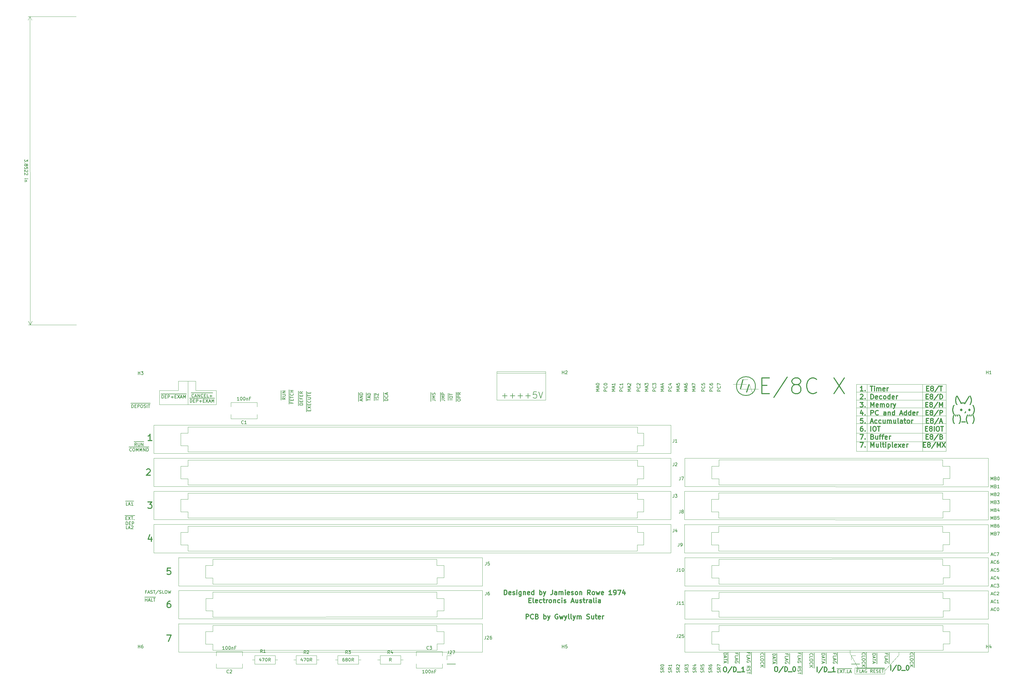
<source format=gbr>
G04 #@! TF.GenerationSoftware,KiCad,Pcbnew,(5.1.10-1-10_14)*
G04 #@! TF.CreationDate,2022-01-31T23:08:06+11:00*
G04 #@! TF.ProjectId,motherboard 2.0,6d6f7468-6572-4626-9f61-726420322e30,rev?*
G04 #@! TF.SameCoordinates,Original*
G04 #@! TF.FileFunction,Legend,Top*
G04 #@! TF.FilePolarity,Positive*
%FSLAX46Y46*%
G04 Gerber Fmt 4.6, Leading zero omitted, Abs format (unit mm)*
G04 Created by KiCad (PCBNEW (5.1.10-1-10_14)) date 2022-01-31 23:08:06*
%MOMM*%
%LPD*%
G01*
G04 APERTURE LIST*
%ADD10C,0.150000*%
%ADD11C,0.120000*%
%ADD12C,0.300000*%
%ADD13C,0.240000*%
G04 APERTURE END LIST*
D10*
X32052380Y-199660000D02*
X32957142Y-199660000D01*
X32290476Y-200503571D02*
X32623809Y-200503571D01*
X32766666Y-201027380D02*
X32290476Y-201027380D01*
X32290476Y-200027380D01*
X32766666Y-200027380D01*
X32957142Y-199660000D02*
X33909523Y-199660000D01*
X33100000Y-200027380D02*
X33766666Y-201027380D01*
X33766666Y-200027380D02*
X33100000Y-201027380D01*
X33909523Y-199660000D02*
X34671428Y-199660000D01*
X34004761Y-200027380D02*
X34576190Y-200027380D01*
X34290476Y-201027380D02*
X34290476Y-200027380D01*
X34671428Y-199660000D02*
X35147619Y-199660000D01*
X34909523Y-200932142D02*
X34957142Y-200979761D01*
X34909523Y-201027380D01*
X34861904Y-200979761D01*
X34909523Y-200932142D01*
X34909523Y-201027380D01*
X32385714Y-202677380D02*
X32385714Y-201677380D01*
X32623809Y-201677380D01*
X32766666Y-201725000D01*
X32861904Y-201820238D01*
X32909523Y-201915476D01*
X32957142Y-202105952D01*
X32957142Y-202248809D01*
X32909523Y-202439285D01*
X32861904Y-202534523D01*
X32766666Y-202629761D01*
X32623809Y-202677380D01*
X32385714Y-202677380D01*
X33385714Y-202153571D02*
X33719047Y-202153571D01*
X33861904Y-202677380D02*
X33385714Y-202677380D01*
X33385714Y-201677380D01*
X33861904Y-201677380D01*
X34290476Y-202677380D02*
X34290476Y-201677380D01*
X34671428Y-201677380D01*
X34766666Y-201725000D01*
X34814285Y-201772619D01*
X34861904Y-201867857D01*
X34861904Y-202010714D01*
X34814285Y-202105952D01*
X34766666Y-202153571D01*
X34671428Y-202201190D01*
X34290476Y-202201190D01*
D11*
X267400000Y-158000000D02*
X267400000Y-179300000D01*
X285000000Y-173500000D02*
X285000000Y-179300000D01*
X292500000Y-179300000D02*
X292500000Y-176200000D01*
X264000000Y-179300000D02*
X292500000Y-179300000D01*
X264000000Y-176200000D02*
X264000000Y-179300000D01*
D12*
X45333333Y-237654761D02*
X46666666Y-237654761D01*
X45809523Y-239654761D01*
D11*
X277500000Y-244000000D02*
X273000000Y-249000000D01*
X277500000Y-243000000D02*
X277500000Y-244000000D01*
X262000000Y-243500000D02*
X264500000Y-248000000D01*
X262000000Y-242500000D02*
X262000000Y-243500000D01*
X263500000Y-250000000D02*
X263500000Y-248000000D01*
X273000000Y-250000000D02*
X263500000Y-250000000D01*
X273000000Y-248000000D02*
X273000000Y-250000000D01*
X263500000Y-248000000D02*
X273000000Y-248000000D01*
X292500000Y-176200000D02*
X292500000Y-173500000D01*
X264000000Y-176200000D02*
X292500000Y-176200000D01*
X264000000Y-173500000D02*
X264000000Y-176200000D01*
D10*
X220952380Y-160238095D02*
X219952380Y-160238095D01*
X219952380Y-159857142D01*
X220000000Y-159761904D01*
X220047619Y-159714285D01*
X220142857Y-159666666D01*
X220285714Y-159666666D01*
X220380952Y-159714285D01*
X220428571Y-159761904D01*
X220476190Y-159857142D01*
X220476190Y-160238095D01*
X220857142Y-158666666D02*
X220904761Y-158714285D01*
X220952380Y-158857142D01*
X220952380Y-158952380D01*
X220904761Y-159095238D01*
X220809523Y-159190476D01*
X220714285Y-159238095D01*
X220523809Y-159285714D01*
X220380952Y-159285714D01*
X220190476Y-159238095D01*
X220095238Y-159190476D01*
X220000000Y-159095238D01*
X219952380Y-158952380D01*
X219952380Y-158857142D01*
X220000000Y-158714285D01*
X220047619Y-158666666D01*
X219952380Y-158333333D02*
X219952380Y-157666666D01*
X220952380Y-158095238D01*
X218452380Y-160238095D02*
X217452380Y-160238095D01*
X217452380Y-159857142D01*
X217500000Y-159761904D01*
X217547619Y-159714285D01*
X217642857Y-159666666D01*
X217785714Y-159666666D01*
X217880952Y-159714285D01*
X217928571Y-159761904D01*
X217976190Y-159857142D01*
X217976190Y-160238095D01*
X218357142Y-158666666D02*
X218404761Y-158714285D01*
X218452380Y-158857142D01*
X218452380Y-158952380D01*
X218404761Y-159095238D01*
X218309523Y-159190476D01*
X218214285Y-159238095D01*
X218023809Y-159285714D01*
X217880952Y-159285714D01*
X217690476Y-159238095D01*
X217595238Y-159190476D01*
X217500000Y-159095238D01*
X217452380Y-158952380D01*
X217452380Y-158857142D01*
X217500000Y-158714285D01*
X217547619Y-158666666D01*
X217452380Y-157809523D02*
X217452380Y-158000000D01*
X217500000Y-158095238D01*
X217547619Y-158142857D01*
X217690476Y-158238095D01*
X217880952Y-158285714D01*
X218261904Y-158285714D01*
X218357142Y-158238095D01*
X218404761Y-158190476D01*
X218452380Y-158095238D01*
X218452380Y-157904761D01*
X218404761Y-157809523D01*
X218357142Y-157761904D01*
X218261904Y-157714285D01*
X218023809Y-157714285D01*
X217928571Y-157761904D01*
X217880952Y-157809523D01*
X217833333Y-157904761D01*
X217833333Y-158095238D01*
X217880952Y-158190476D01*
X217928571Y-158238095D01*
X218023809Y-158285714D01*
X215952380Y-160238095D02*
X214952380Y-160238095D01*
X214952380Y-159857142D01*
X215000000Y-159761904D01*
X215047619Y-159714285D01*
X215142857Y-159666666D01*
X215285714Y-159666666D01*
X215380952Y-159714285D01*
X215428571Y-159761904D01*
X215476190Y-159857142D01*
X215476190Y-160238095D01*
X215857142Y-158666666D02*
X215904761Y-158714285D01*
X215952380Y-158857142D01*
X215952380Y-158952380D01*
X215904761Y-159095238D01*
X215809523Y-159190476D01*
X215714285Y-159238095D01*
X215523809Y-159285714D01*
X215380952Y-159285714D01*
X215190476Y-159238095D01*
X215095238Y-159190476D01*
X215000000Y-159095238D01*
X214952380Y-158952380D01*
X214952380Y-158857142D01*
X215000000Y-158714285D01*
X215047619Y-158666666D01*
X214952380Y-157761904D02*
X214952380Y-158238095D01*
X215428571Y-158285714D01*
X215380952Y-158238095D01*
X215333333Y-158142857D01*
X215333333Y-157904761D01*
X215380952Y-157809523D01*
X215428571Y-157761904D01*
X215523809Y-157714285D01*
X215761904Y-157714285D01*
X215857142Y-157761904D01*
X215904761Y-157809523D01*
X215952380Y-157904761D01*
X215952380Y-158142857D01*
X215904761Y-158238095D01*
X215857142Y-158285714D01*
X205452380Y-160238095D02*
X204452380Y-160238095D01*
X204452380Y-159857142D01*
X204500000Y-159761904D01*
X204547619Y-159714285D01*
X204642857Y-159666666D01*
X204785714Y-159666666D01*
X204880952Y-159714285D01*
X204928571Y-159761904D01*
X204976190Y-159857142D01*
X204976190Y-160238095D01*
X205357142Y-158666666D02*
X205404761Y-158714285D01*
X205452380Y-158857142D01*
X205452380Y-158952380D01*
X205404761Y-159095238D01*
X205309523Y-159190476D01*
X205214285Y-159238095D01*
X205023809Y-159285714D01*
X204880952Y-159285714D01*
X204690476Y-159238095D01*
X204595238Y-159190476D01*
X204500000Y-159095238D01*
X204452380Y-158952380D01*
X204452380Y-158857142D01*
X204500000Y-158714285D01*
X204547619Y-158666666D01*
X204785714Y-157809523D02*
X205452380Y-157809523D01*
X204404761Y-158047619D02*
X205119047Y-158285714D01*
X205119047Y-157666666D01*
X200452380Y-160238095D02*
X199452380Y-160238095D01*
X199452380Y-159857142D01*
X199500000Y-159761904D01*
X199547619Y-159714285D01*
X199642857Y-159666666D01*
X199785714Y-159666666D01*
X199880952Y-159714285D01*
X199928571Y-159761904D01*
X199976190Y-159857142D01*
X199976190Y-160238095D01*
X200357142Y-158666666D02*
X200404761Y-158714285D01*
X200452380Y-158857142D01*
X200452380Y-158952380D01*
X200404761Y-159095238D01*
X200309523Y-159190476D01*
X200214285Y-159238095D01*
X200023809Y-159285714D01*
X199880952Y-159285714D01*
X199690476Y-159238095D01*
X199595238Y-159190476D01*
X199500000Y-159095238D01*
X199452380Y-158952380D01*
X199452380Y-158857142D01*
X199500000Y-158714285D01*
X199547619Y-158666666D01*
X199452380Y-158333333D02*
X199452380Y-157714285D01*
X199833333Y-158047619D01*
X199833333Y-157904761D01*
X199880952Y-157809523D01*
X199928571Y-157761904D01*
X200023809Y-157714285D01*
X200261904Y-157714285D01*
X200357142Y-157761904D01*
X200404761Y-157809523D01*
X200452380Y-157904761D01*
X200452380Y-158190476D01*
X200404761Y-158285714D01*
X200357142Y-158333333D01*
X195452380Y-160238095D02*
X194452380Y-160238095D01*
X194452380Y-159857142D01*
X194500000Y-159761904D01*
X194547619Y-159714285D01*
X194642857Y-159666666D01*
X194785714Y-159666666D01*
X194880952Y-159714285D01*
X194928571Y-159761904D01*
X194976190Y-159857142D01*
X194976190Y-160238095D01*
X195357142Y-158666666D02*
X195404761Y-158714285D01*
X195452380Y-158857142D01*
X195452380Y-158952380D01*
X195404761Y-159095238D01*
X195309523Y-159190476D01*
X195214285Y-159238095D01*
X195023809Y-159285714D01*
X194880952Y-159285714D01*
X194690476Y-159238095D01*
X194595238Y-159190476D01*
X194500000Y-159095238D01*
X194452380Y-158952380D01*
X194452380Y-158857142D01*
X194500000Y-158714285D01*
X194547619Y-158666666D01*
X194547619Y-158285714D02*
X194500000Y-158238095D01*
X194452380Y-158142857D01*
X194452380Y-157904761D01*
X194500000Y-157809523D01*
X194547619Y-157761904D01*
X194642857Y-157714285D01*
X194738095Y-157714285D01*
X194880952Y-157761904D01*
X195452380Y-158333333D01*
X195452380Y-157714285D01*
X189952380Y-160238095D02*
X188952380Y-160238095D01*
X188952380Y-159857142D01*
X189000000Y-159761904D01*
X189047619Y-159714285D01*
X189142857Y-159666666D01*
X189285714Y-159666666D01*
X189380952Y-159714285D01*
X189428571Y-159761904D01*
X189476190Y-159857142D01*
X189476190Y-160238095D01*
X189857142Y-158666666D02*
X189904761Y-158714285D01*
X189952380Y-158857142D01*
X189952380Y-158952380D01*
X189904761Y-159095238D01*
X189809523Y-159190476D01*
X189714285Y-159238095D01*
X189523809Y-159285714D01*
X189380952Y-159285714D01*
X189190476Y-159238095D01*
X189095238Y-159190476D01*
X189000000Y-159095238D01*
X188952380Y-158952380D01*
X188952380Y-158857142D01*
X189000000Y-158714285D01*
X189047619Y-158666666D01*
X189952380Y-157714285D02*
X189952380Y-158285714D01*
X189952380Y-158000000D02*
X188952380Y-158000000D01*
X189095238Y-158095238D01*
X189190476Y-158190476D01*
X189238095Y-158285714D01*
X184952380Y-160238095D02*
X183952380Y-160238095D01*
X183952380Y-159857142D01*
X184000000Y-159761904D01*
X184047619Y-159714285D01*
X184142857Y-159666666D01*
X184285714Y-159666666D01*
X184380952Y-159714285D01*
X184428571Y-159761904D01*
X184476190Y-159857142D01*
X184476190Y-160238095D01*
X184857142Y-158666666D02*
X184904761Y-158714285D01*
X184952380Y-158857142D01*
X184952380Y-158952380D01*
X184904761Y-159095238D01*
X184809523Y-159190476D01*
X184714285Y-159238095D01*
X184523809Y-159285714D01*
X184380952Y-159285714D01*
X184190476Y-159238095D01*
X184095238Y-159190476D01*
X184000000Y-159095238D01*
X183952380Y-158952380D01*
X183952380Y-158857142D01*
X184000000Y-158714285D01*
X184047619Y-158666666D01*
X183952380Y-158047619D02*
X183952380Y-157952380D01*
X184000000Y-157857142D01*
X184047619Y-157809523D01*
X184142857Y-157761904D01*
X184333333Y-157714285D01*
X184571428Y-157714285D01*
X184761904Y-157761904D01*
X184857142Y-157809523D01*
X184904761Y-157857142D01*
X184952380Y-157952380D01*
X184952380Y-158047619D01*
X184904761Y-158142857D01*
X184857142Y-158190476D01*
X184761904Y-158238095D01*
X184571428Y-158285714D01*
X184333333Y-158285714D01*
X184142857Y-158238095D01*
X184047619Y-158190476D01*
X184000000Y-158142857D01*
X183952380Y-158047619D01*
X212952380Y-160238095D02*
X211952380Y-160238095D01*
X212666666Y-159904761D01*
X211952380Y-159571428D01*
X212952380Y-159571428D01*
X212666666Y-159142857D02*
X212666666Y-158666666D01*
X212952380Y-159238095D02*
X211952380Y-158904761D01*
X212952380Y-158571428D01*
X211952380Y-158333333D02*
X211952380Y-157666666D01*
X212952380Y-158095238D01*
X210452380Y-160238095D02*
X209452380Y-160238095D01*
X210166666Y-159904761D01*
X209452380Y-159571428D01*
X210452380Y-159571428D01*
X210166666Y-159142857D02*
X210166666Y-158666666D01*
X210452380Y-159238095D02*
X209452380Y-158904761D01*
X210452380Y-158571428D01*
X209452380Y-157809523D02*
X209452380Y-158000000D01*
X209500000Y-158095238D01*
X209547619Y-158142857D01*
X209690476Y-158238095D01*
X209880952Y-158285714D01*
X210261904Y-158285714D01*
X210357142Y-158238095D01*
X210404761Y-158190476D01*
X210452380Y-158095238D01*
X210452380Y-157904761D01*
X210404761Y-157809523D01*
X210357142Y-157761904D01*
X210261904Y-157714285D01*
X210023809Y-157714285D01*
X209928571Y-157761904D01*
X209880952Y-157809523D01*
X209833333Y-157904761D01*
X209833333Y-158095238D01*
X209880952Y-158190476D01*
X209928571Y-158238095D01*
X210023809Y-158285714D01*
X207952380Y-160238095D02*
X206952380Y-160238095D01*
X207666666Y-159904761D01*
X206952380Y-159571428D01*
X207952380Y-159571428D01*
X207666666Y-159142857D02*
X207666666Y-158666666D01*
X207952380Y-159238095D02*
X206952380Y-158904761D01*
X207952380Y-158571428D01*
X206952380Y-157761904D02*
X206952380Y-158238095D01*
X207428571Y-158285714D01*
X207380952Y-158238095D01*
X207333333Y-158142857D01*
X207333333Y-157904761D01*
X207380952Y-157809523D01*
X207428571Y-157761904D01*
X207523809Y-157714285D01*
X207761904Y-157714285D01*
X207857142Y-157761904D01*
X207904761Y-157809523D01*
X207952380Y-157904761D01*
X207952380Y-158142857D01*
X207904761Y-158238095D01*
X207857142Y-158285714D01*
X202952380Y-160238095D02*
X201952380Y-160238095D01*
X202666666Y-159904761D01*
X201952380Y-159571428D01*
X202952380Y-159571428D01*
X202666666Y-159142857D02*
X202666666Y-158666666D01*
X202952380Y-159238095D02*
X201952380Y-158904761D01*
X202952380Y-158571428D01*
X202285714Y-157809523D02*
X202952380Y-157809523D01*
X201904761Y-158047619D02*
X202619047Y-158285714D01*
X202619047Y-157666666D01*
X197952380Y-160238095D02*
X196952380Y-160238095D01*
X197666666Y-159904761D01*
X196952380Y-159571428D01*
X197952380Y-159571428D01*
X197666666Y-159142857D02*
X197666666Y-158666666D01*
X197952380Y-159238095D02*
X196952380Y-158904761D01*
X197952380Y-158571428D01*
X196952380Y-158333333D02*
X196952380Y-157714285D01*
X197333333Y-158047619D01*
X197333333Y-157904761D01*
X197380952Y-157809523D01*
X197428571Y-157761904D01*
X197523809Y-157714285D01*
X197761904Y-157714285D01*
X197857142Y-157761904D01*
X197904761Y-157809523D01*
X197952380Y-157904761D01*
X197952380Y-158190476D01*
X197904761Y-158285714D01*
X197857142Y-158333333D01*
X192452380Y-160238095D02*
X191452380Y-160238095D01*
X192166666Y-159904761D01*
X191452380Y-159571428D01*
X192452380Y-159571428D01*
X192166666Y-159142857D02*
X192166666Y-158666666D01*
X192452380Y-159238095D02*
X191452380Y-158904761D01*
X192452380Y-158571428D01*
X191547619Y-158285714D02*
X191500000Y-158238095D01*
X191452380Y-158142857D01*
X191452380Y-157904761D01*
X191500000Y-157809523D01*
X191547619Y-157761904D01*
X191642857Y-157714285D01*
X191738095Y-157714285D01*
X191880952Y-157761904D01*
X192452380Y-158333333D01*
X192452380Y-157714285D01*
X187452380Y-160238095D02*
X186452380Y-160238095D01*
X187166666Y-159904761D01*
X186452380Y-159571428D01*
X187452380Y-159571428D01*
X187166666Y-159142857D02*
X187166666Y-158666666D01*
X187452380Y-159238095D02*
X186452380Y-158904761D01*
X187452380Y-158571428D01*
X187452380Y-157714285D02*
X187452380Y-158285714D01*
X187452380Y-158000000D02*
X186452380Y-158000000D01*
X186595238Y-158095238D01*
X186690476Y-158190476D01*
X186738095Y-158285714D01*
X182452380Y-160238095D02*
X181452380Y-160238095D01*
X182166666Y-159904761D01*
X181452380Y-159571428D01*
X182452380Y-159571428D01*
X182166666Y-159142857D02*
X182166666Y-158666666D01*
X182452380Y-159238095D02*
X181452380Y-158904761D01*
X182452380Y-158571428D01*
X181452380Y-158047619D02*
X181452380Y-157952380D01*
X181500000Y-157857142D01*
X181547619Y-157809523D01*
X181642857Y-157761904D01*
X181833333Y-157714285D01*
X182071428Y-157714285D01*
X182261904Y-157761904D01*
X182357142Y-157809523D01*
X182404761Y-157857142D01*
X182452380Y-157952380D01*
X182452380Y-158047619D01*
X182404761Y-158142857D01*
X182357142Y-158190476D01*
X182261904Y-158238095D01*
X182071428Y-158285714D01*
X181833333Y-158285714D01*
X181642857Y-158238095D01*
X181547619Y-158190476D01*
X181500000Y-158142857D01*
X181452380Y-158047619D01*
X137085000Y-163523809D02*
X137085000Y-162476190D01*
X137452380Y-163095238D02*
X137452380Y-162904761D01*
X137500000Y-162809523D01*
X137595238Y-162714285D01*
X137785714Y-162666666D01*
X138119047Y-162666666D01*
X138309523Y-162714285D01*
X138404761Y-162809523D01*
X138452380Y-162904761D01*
X138452380Y-163095238D01*
X138404761Y-163190476D01*
X138309523Y-163285714D01*
X138119047Y-163333333D01*
X137785714Y-163333333D01*
X137595238Y-163285714D01*
X137500000Y-163190476D01*
X137452380Y-163095238D01*
X137085000Y-162476190D02*
X137085000Y-161476190D01*
X138452380Y-162238095D02*
X137452380Y-162238095D01*
X137452380Y-161857142D01*
X137500000Y-161761904D01*
X137547619Y-161714285D01*
X137642857Y-161666666D01*
X137785714Y-161666666D01*
X137880952Y-161714285D01*
X137928571Y-161761904D01*
X137976190Y-161857142D01*
X137976190Y-162238095D01*
X137085000Y-161476190D02*
X137085000Y-160476190D01*
X138452380Y-160666666D02*
X137976190Y-161000000D01*
X138452380Y-161238095D02*
X137452380Y-161238095D01*
X137452380Y-160857142D01*
X137500000Y-160761904D01*
X137547619Y-160714285D01*
X137642857Y-160666666D01*
X137785714Y-160666666D01*
X137880952Y-160714285D01*
X137928571Y-160761904D01*
X137976190Y-160857142D01*
X137976190Y-161238095D01*
X134585000Y-163142857D02*
X134585000Y-162666666D01*
X135952380Y-162904761D02*
X134952380Y-162904761D01*
X134585000Y-162666666D02*
X134585000Y-161619047D01*
X134952380Y-162238095D02*
X134952380Y-162047619D01*
X135000000Y-161952380D01*
X135095238Y-161857142D01*
X135285714Y-161809523D01*
X135619047Y-161809523D01*
X135809523Y-161857142D01*
X135904761Y-161952380D01*
X135952380Y-162047619D01*
X135952380Y-162238095D01*
X135904761Y-162333333D01*
X135809523Y-162428571D01*
X135619047Y-162476190D01*
X135285714Y-162476190D01*
X135095238Y-162428571D01*
X135000000Y-162333333D01*
X134952380Y-162238095D01*
X134585000Y-161619047D02*
X134585000Y-160857142D01*
X134952380Y-161523809D02*
X134952380Y-160952380D01*
X135952380Y-161238095D02*
X134952380Y-161238095D01*
X132085000Y-163452380D02*
X132085000Y-162690476D01*
X132452380Y-162928571D02*
X133166666Y-162928571D01*
X133309523Y-162976190D01*
X133404761Y-163071428D01*
X133452380Y-163214285D01*
X133452380Y-163309523D01*
X132085000Y-162690476D02*
X132085000Y-161547619D01*
X133452380Y-162452380D02*
X132452380Y-162452380D01*
X133166666Y-162119047D01*
X132452380Y-161785714D01*
X133452380Y-161785714D01*
X132085000Y-161547619D02*
X132085000Y-160547619D01*
X133452380Y-161309523D02*
X132452380Y-161309523D01*
X132452380Y-160928571D01*
X132500000Y-160833333D01*
X132547619Y-160785714D01*
X132642857Y-160738095D01*
X132785714Y-160738095D01*
X132880952Y-160785714D01*
X132928571Y-160833333D01*
X132976190Y-160928571D01*
X132976190Y-161309523D01*
X129085000Y-163428571D02*
X129085000Y-162666666D01*
X129452380Y-162904761D02*
X130166666Y-162904761D01*
X130309523Y-162952380D01*
X130404761Y-163047619D01*
X130452380Y-163190476D01*
X130452380Y-163285714D01*
X129085000Y-162666666D02*
X129085000Y-161523809D01*
X130452380Y-162428571D02*
X129452380Y-162428571D01*
X130166666Y-162095238D01*
X129452380Y-161761904D01*
X130452380Y-161761904D01*
X129085000Y-161523809D02*
X129085000Y-160571428D01*
X130404761Y-161333333D02*
X130452380Y-161190476D01*
X130452380Y-160952380D01*
X130404761Y-160857142D01*
X130357142Y-160809523D01*
X130261904Y-160761904D01*
X130166666Y-160761904D01*
X130071428Y-160809523D01*
X130023809Y-160857142D01*
X129976190Y-160952380D01*
X129928571Y-161142857D01*
X129880952Y-161238095D01*
X129833333Y-161285714D01*
X129738095Y-161333333D01*
X129642857Y-161333333D01*
X129547619Y-161285714D01*
X129500000Y-161238095D01*
X129452380Y-161142857D01*
X129452380Y-160904761D01*
X129500000Y-160761904D01*
X114085000Y-163428571D02*
X114085000Y-162428571D01*
X115452380Y-163190476D02*
X114452380Y-163190476D01*
X114452380Y-162952380D01*
X114500000Y-162809523D01*
X114595238Y-162714285D01*
X114690476Y-162666666D01*
X114880952Y-162619047D01*
X115023809Y-162619047D01*
X115214285Y-162666666D01*
X115309523Y-162714285D01*
X115404761Y-162809523D01*
X115452380Y-162952380D01*
X115452380Y-163190476D01*
X114085000Y-162428571D02*
X114085000Y-161428571D01*
X115357142Y-161619047D02*
X115404761Y-161666666D01*
X115452380Y-161809523D01*
X115452380Y-161904761D01*
X115404761Y-162047619D01*
X115309523Y-162142857D01*
X115214285Y-162190476D01*
X115023809Y-162238095D01*
X114880952Y-162238095D01*
X114690476Y-162190476D01*
X114595238Y-162142857D01*
X114500000Y-162047619D01*
X114452380Y-161904761D01*
X114452380Y-161809523D01*
X114500000Y-161666666D01*
X114547619Y-161619047D01*
X114085000Y-161428571D02*
X114085000Y-160571428D01*
X115166666Y-161238095D02*
X115166666Y-160761904D01*
X115452380Y-161333333D02*
X114452380Y-161000000D01*
X115452380Y-160666666D01*
X111085000Y-163190476D02*
X111085000Y-162714285D01*
X112452380Y-162952380D02*
X111452380Y-162952380D01*
X111085000Y-162714285D02*
X111085000Y-161761904D01*
X112404761Y-162523809D02*
X112452380Y-162380952D01*
X112452380Y-162142857D01*
X112404761Y-162047619D01*
X112357142Y-162000000D01*
X112261904Y-161952380D01*
X112166666Y-161952380D01*
X112071428Y-162000000D01*
X112023809Y-162047619D01*
X111976190Y-162142857D01*
X111928571Y-162333333D01*
X111880952Y-162428571D01*
X111833333Y-162476190D01*
X111738095Y-162523809D01*
X111642857Y-162523809D01*
X111547619Y-162476190D01*
X111500000Y-162428571D01*
X111452380Y-162333333D01*
X111452380Y-162095238D01*
X111500000Y-161952380D01*
X111085000Y-161761904D02*
X111085000Y-160809523D01*
X111452380Y-161619047D02*
X111452380Y-160952380D01*
X112452380Y-161619047D01*
X112452380Y-160952380D01*
X108585000Y-163309523D02*
X108585000Y-162547619D01*
X108952380Y-163214285D02*
X108952380Y-162642857D01*
X109952380Y-162928571D02*
X108952380Y-162928571D01*
X108585000Y-162547619D02*
X108585000Y-161690476D01*
X109666666Y-162357142D02*
X109666666Y-161880952D01*
X109952380Y-162452380D02*
X108952380Y-162119047D01*
X109952380Y-161785714D01*
X108585000Y-161690476D02*
X108585000Y-160690476D01*
X109952380Y-161452380D02*
X108952380Y-161452380D01*
X108952380Y-161214285D01*
X109000000Y-161071428D01*
X109095238Y-160976190D01*
X109190476Y-160928571D01*
X109380952Y-160880952D01*
X109523809Y-160880952D01*
X109714285Y-160928571D01*
X109809523Y-160976190D01*
X109904761Y-161071428D01*
X109952380Y-161214285D01*
X109952380Y-161452380D01*
X106085000Y-163452380D02*
X106085000Y-162595238D01*
X107166666Y-163261904D02*
X107166666Y-162785714D01*
X107452380Y-163357142D02*
X106452380Y-163023809D01*
X107452380Y-162690476D01*
X106085000Y-162595238D02*
X106085000Y-161547619D01*
X107452380Y-162357142D02*
X106452380Y-162357142D01*
X107452380Y-161785714D01*
X106452380Y-161785714D01*
X106085000Y-161547619D02*
X106085000Y-160547619D01*
X107452380Y-161309523D02*
X106452380Y-161309523D01*
X106452380Y-161071428D01*
X106500000Y-160928571D01*
X106595238Y-160833333D01*
X106690476Y-160785714D01*
X106880952Y-160738095D01*
X107023809Y-160738095D01*
X107214285Y-160785714D01*
X107309523Y-160833333D01*
X107404761Y-160928571D01*
X107452380Y-161071428D01*
X107452380Y-161309523D01*
X89585000Y-166738095D02*
X89585000Y-165833333D01*
X90428571Y-166500000D02*
X90428571Y-166166666D01*
X90952380Y-166023809D02*
X90952380Y-166500000D01*
X89952380Y-166500000D01*
X89952380Y-166023809D01*
X89585000Y-165833333D02*
X89585000Y-164880952D01*
X89952380Y-165690476D02*
X90952380Y-165023809D01*
X89952380Y-165023809D02*
X90952380Y-165690476D01*
X89585000Y-164880952D02*
X89585000Y-163976190D01*
X90428571Y-164642857D02*
X90428571Y-164309523D01*
X90952380Y-164166666D02*
X90952380Y-164642857D01*
X89952380Y-164642857D01*
X89952380Y-164166666D01*
X89585000Y-163976190D02*
X89585000Y-162976190D01*
X90857142Y-163166666D02*
X90904761Y-163214285D01*
X90952380Y-163357142D01*
X90952380Y-163452380D01*
X90904761Y-163595238D01*
X90809523Y-163690476D01*
X90714285Y-163738095D01*
X90523809Y-163785714D01*
X90380952Y-163785714D01*
X90190476Y-163738095D01*
X90095238Y-163690476D01*
X90000000Y-163595238D01*
X89952380Y-163452380D01*
X89952380Y-163357142D01*
X90000000Y-163214285D01*
X90047619Y-163166666D01*
X89585000Y-162976190D02*
X89585000Y-161928571D01*
X89952380Y-162738095D02*
X90761904Y-162738095D01*
X90857142Y-162690476D01*
X90904761Y-162642857D01*
X90952380Y-162547619D01*
X90952380Y-162357142D01*
X90904761Y-162261904D01*
X90857142Y-162214285D01*
X90761904Y-162166666D01*
X89952380Y-162166666D01*
X89585000Y-161928571D02*
X89585000Y-161166666D01*
X89952380Y-161833333D02*
X89952380Y-161261904D01*
X90952380Y-161547619D02*
X89952380Y-161547619D01*
X89585000Y-161166666D02*
X89585000Y-160261904D01*
X90428571Y-160928571D02*
X90428571Y-160595238D01*
X90952380Y-160452380D02*
X90952380Y-160928571D01*
X89952380Y-160928571D01*
X89952380Y-160452380D01*
X87085000Y-164833333D02*
X87085000Y-163833333D01*
X88452380Y-164595238D02*
X87452380Y-164595238D01*
X87452380Y-164357142D01*
X87500000Y-164214285D01*
X87595238Y-164119047D01*
X87690476Y-164071428D01*
X87880952Y-164023809D01*
X88023809Y-164023809D01*
X88214285Y-164071428D01*
X88309523Y-164119047D01*
X88404761Y-164214285D01*
X88452380Y-164357142D01*
X88452380Y-164595238D01*
X87085000Y-163833333D02*
X87085000Y-162928571D01*
X87928571Y-163595238D02*
X87928571Y-163261904D01*
X88452380Y-163119047D02*
X88452380Y-163595238D01*
X87452380Y-163595238D01*
X87452380Y-163119047D01*
X87085000Y-162928571D02*
X87085000Y-162071428D01*
X87928571Y-162357142D02*
X87928571Y-162690476D01*
X88452380Y-162690476D02*
X87452380Y-162690476D01*
X87452380Y-162214285D01*
X87085000Y-162071428D02*
X87085000Y-161166666D01*
X87928571Y-161833333D02*
X87928571Y-161500000D01*
X88452380Y-161357142D02*
X88452380Y-161833333D01*
X87452380Y-161833333D01*
X87452380Y-161357142D01*
X87085000Y-161166666D02*
X87085000Y-160166666D01*
X88452380Y-160357142D02*
X87976190Y-160690476D01*
X88452380Y-160928571D02*
X87452380Y-160928571D01*
X87452380Y-160547619D01*
X87500000Y-160452380D01*
X87547619Y-160404761D01*
X87642857Y-160357142D01*
X87785714Y-160357142D01*
X87880952Y-160404761D01*
X87928571Y-160452380D01*
X87976190Y-160547619D01*
X87976190Y-160928571D01*
X84085000Y-164285714D02*
X84085000Y-163428571D01*
X84928571Y-163714285D02*
X84928571Y-164047619D01*
X85452380Y-164047619D02*
X84452380Y-164047619D01*
X84452380Y-163571428D01*
X84085000Y-163428571D02*
X84085000Y-162523809D01*
X84928571Y-163190476D02*
X84928571Y-162857142D01*
X85452380Y-162714285D02*
X85452380Y-163190476D01*
X84452380Y-163190476D01*
X84452380Y-162714285D01*
X84085000Y-162523809D02*
X84085000Y-161761904D01*
X84452380Y-162428571D02*
X84452380Y-161857142D01*
X85452380Y-162142857D02*
X84452380Y-162142857D01*
X84085000Y-161761904D02*
X84085000Y-160761904D01*
X85357142Y-160952380D02*
X85404761Y-161000000D01*
X85452380Y-161142857D01*
X85452380Y-161238095D01*
X85404761Y-161380952D01*
X85309523Y-161476190D01*
X85214285Y-161523809D01*
X85023809Y-161571428D01*
X84880952Y-161571428D01*
X84690476Y-161523809D01*
X84595238Y-161476190D01*
X84500000Y-161380952D01*
X84452380Y-161238095D01*
X84452380Y-161142857D01*
X84500000Y-161000000D01*
X84547619Y-160952380D01*
X84085000Y-160761904D02*
X84085000Y-159714285D01*
X85452380Y-160523809D02*
X84452380Y-160523809D01*
X84928571Y-160523809D02*
X84928571Y-159952380D01*
X85452380Y-159952380D02*
X84452380Y-159952380D01*
X81585000Y-163047619D02*
X81585000Y-162047619D01*
X82952380Y-162238095D02*
X82476190Y-162571428D01*
X82952380Y-162809523D02*
X81952380Y-162809523D01*
X81952380Y-162428571D01*
X82000000Y-162333333D01*
X82047619Y-162285714D01*
X82142857Y-162238095D01*
X82285714Y-162238095D01*
X82380952Y-162285714D01*
X82428571Y-162333333D01*
X82476190Y-162428571D01*
X82476190Y-162809523D01*
X81585000Y-162047619D02*
X81585000Y-161000000D01*
X81952380Y-161809523D02*
X82761904Y-161809523D01*
X82857142Y-161761904D01*
X82904761Y-161714285D01*
X82952380Y-161619047D01*
X82952380Y-161428571D01*
X82904761Y-161333333D01*
X82857142Y-161285714D01*
X82761904Y-161238095D01*
X81952380Y-161238095D01*
X81585000Y-161000000D02*
X81585000Y-159952380D01*
X82952380Y-160761904D02*
X81952380Y-160761904D01*
X82952380Y-160190476D01*
X81952380Y-160190476D01*
D11*
X49000000Y-157000000D02*
X52000000Y-157000000D01*
X49000000Y-160000000D02*
X49000000Y-157000000D01*
X43000000Y-160000000D02*
X49000000Y-160000000D01*
X43000000Y-164500000D02*
X43000000Y-160000000D01*
X52000000Y-164500000D02*
X43000000Y-164500000D01*
X54500000Y-157000000D02*
X52000000Y-157000000D01*
X54500000Y-160000000D02*
X54500000Y-157000000D01*
X61000000Y-160000000D02*
X54500000Y-160000000D01*
X61000000Y-164500000D02*
X61000000Y-160000000D01*
X52000000Y-164500000D02*
X61000000Y-164500000D01*
X52000000Y-157000000D02*
X52000000Y-164500000D01*
D10*
X53071428Y-160760000D02*
X54071428Y-160760000D01*
X53880952Y-162032142D02*
X53833333Y-162079761D01*
X53690476Y-162127380D01*
X53595238Y-162127380D01*
X53452380Y-162079761D01*
X53357142Y-161984523D01*
X53309523Y-161889285D01*
X53261904Y-161698809D01*
X53261904Y-161555952D01*
X53309523Y-161365476D01*
X53357142Y-161270238D01*
X53452380Y-161175000D01*
X53595238Y-161127380D01*
X53690476Y-161127380D01*
X53833333Y-161175000D01*
X53880952Y-161222619D01*
X54071428Y-160760000D02*
X54928571Y-160760000D01*
X54261904Y-161841666D02*
X54738095Y-161841666D01*
X54166666Y-162127380D02*
X54500000Y-161127380D01*
X54833333Y-162127380D01*
X54928571Y-160760000D02*
X55976190Y-160760000D01*
X55166666Y-162127380D02*
X55166666Y-161127380D01*
X55738095Y-162127380D01*
X55738095Y-161127380D01*
X55976190Y-160760000D02*
X56976190Y-160760000D01*
X56785714Y-162032142D02*
X56738095Y-162079761D01*
X56595238Y-162127380D01*
X56500000Y-162127380D01*
X56357142Y-162079761D01*
X56261904Y-161984523D01*
X56214285Y-161889285D01*
X56166666Y-161698809D01*
X56166666Y-161555952D01*
X56214285Y-161365476D01*
X56261904Y-161270238D01*
X56357142Y-161175000D01*
X56500000Y-161127380D01*
X56595238Y-161127380D01*
X56738095Y-161175000D01*
X56785714Y-161222619D01*
X56976190Y-160760000D02*
X57880952Y-160760000D01*
X57214285Y-161603571D02*
X57547619Y-161603571D01*
X57690476Y-162127380D02*
X57214285Y-162127380D01*
X57214285Y-161127380D01*
X57690476Y-161127380D01*
X57880952Y-160760000D02*
X58690476Y-160760000D01*
X58595238Y-162127380D02*
X58119047Y-162127380D01*
X58119047Y-161127380D01*
X58690476Y-160760000D02*
X59928571Y-160760000D01*
X58928571Y-161746428D02*
X59690476Y-161746428D01*
X59309523Y-162127380D02*
X59309523Y-161365476D01*
X52500000Y-162410000D02*
X53500000Y-162410000D01*
X52738095Y-163777380D02*
X52738095Y-162777380D01*
X52976190Y-162777380D01*
X53119047Y-162825000D01*
X53214285Y-162920238D01*
X53261904Y-163015476D01*
X53309523Y-163205952D01*
X53309523Y-163348809D01*
X53261904Y-163539285D01*
X53214285Y-163634523D01*
X53119047Y-163729761D01*
X52976190Y-163777380D01*
X52738095Y-163777380D01*
X53500000Y-162410000D02*
X54404761Y-162410000D01*
X53738095Y-163253571D02*
X54071428Y-163253571D01*
X54214285Y-163777380D02*
X53738095Y-163777380D01*
X53738095Y-162777380D01*
X54214285Y-162777380D01*
X54404761Y-162410000D02*
X55404761Y-162410000D01*
X54642857Y-163777380D02*
X54642857Y-162777380D01*
X55023809Y-162777380D01*
X55119047Y-162825000D01*
X55166666Y-162872619D01*
X55214285Y-162967857D01*
X55214285Y-163110714D01*
X55166666Y-163205952D01*
X55119047Y-163253571D01*
X55023809Y-163301190D01*
X54642857Y-163301190D01*
X55404761Y-162410000D02*
X56642857Y-162410000D01*
X55642857Y-163396428D02*
X56404761Y-163396428D01*
X56023809Y-163777380D02*
X56023809Y-163015476D01*
X56642857Y-162410000D02*
X57547619Y-162410000D01*
X56880952Y-163253571D02*
X57214285Y-163253571D01*
X57357142Y-163777380D02*
X56880952Y-163777380D01*
X56880952Y-162777380D01*
X57357142Y-162777380D01*
X57547619Y-162410000D02*
X58500000Y-162410000D01*
X57690476Y-162777380D02*
X58357142Y-163777380D01*
X58357142Y-162777380D02*
X57690476Y-163777380D01*
X58500000Y-162410000D02*
X59357142Y-162410000D01*
X58690476Y-163491666D02*
X59166666Y-163491666D01*
X58595238Y-163777380D02*
X58928571Y-162777380D01*
X59261904Y-163777380D01*
X59357142Y-162410000D02*
X60500000Y-162410000D01*
X59595238Y-163777380D02*
X59595238Y-162777380D01*
X59928571Y-163491666D01*
X60261904Y-162777380D01*
X60261904Y-163777380D01*
X43500000Y-161085000D02*
X44500000Y-161085000D01*
X43738095Y-162452380D02*
X43738095Y-161452380D01*
X43976190Y-161452380D01*
X44119047Y-161500000D01*
X44214285Y-161595238D01*
X44261904Y-161690476D01*
X44309523Y-161880952D01*
X44309523Y-162023809D01*
X44261904Y-162214285D01*
X44214285Y-162309523D01*
X44119047Y-162404761D01*
X43976190Y-162452380D01*
X43738095Y-162452380D01*
X44500000Y-161085000D02*
X45404761Y-161085000D01*
X44738095Y-161928571D02*
X45071428Y-161928571D01*
X45214285Y-162452380D02*
X44738095Y-162452380D01*
X44738095Y-161452380D01*
X45214285Y-161452380D01*
X45404761Y-161085000D02*
X46404761Y-161085000D01*
X45642857Y-162452380D02*
X45642857Y-161452380D01*
X46023809Y-161452380D01*
X46119047Y-161500000D01*
X46166666Y-161547619D01*
X46214285Y-161642857D01*
X46214285Y-161785714D01*
X46166666Y-161880952D01*
X46119047Y-161928571D01*
X46023809Y-161976190D01*
X45642857Y-161976190D01*
X46404761Y-161085000D02*
X47642857Y-161085000D01*
X46642857Y-162071428D02*
X47404761Y-162071428D01*
X47023809Y-162452380D02*
X47023809Y-161690476D01*
X47642857Y-161085000D02*
X48547619Y-161085000D01*
X47880952Y-161928571D02*
X48214285Y-161928571D01*
X48357142Y-162452380D02*
X47880952Y-162452380D01*
X47880952Y-161452380D01*
X48357142Y-161452380D01*
X48547619Y-161085000D02*
X49500000Y-161085000D01*
X48690476Y-161452380D02*
X49357142Y-162452380D01*
X49357142Y-161452380D02*
X48690476Y-162452380D01*
X49500000Y-161085000D02*
X50357142Y-161085000D01*
X49690476Y-162166666D02*
X50166666Y-162166666D01*
X49595238Y-162452380D02*
X49928571Y-161452380D01*
X50261904Y-162452380D01*
X50357142Y-161085000D02*
X51500000Y-161085000D01*
X50595238Y-162452380D02*
X50595238Y-161452380D01*
X50928571Y-162166666D01*
X51261904Y-161452380D01*
X51261904Y-162452380D01*
X34952380Y-176260000D02*
X35952380Y-176260000D01*
X35761904Y-177627380D02*
X35428571Y-177151190D01*
X35190476Y-177627380D02*
X35190476Y-176627380D01*
X35571428Y-176627380D01*
X35666666Y-176675000D01*
X35714285Y-176722619D01*
X35761904Y-176817857D01*
X35761904Y-176960714D01*
X35714285Y-177055952D01*
X35666666Y-177103571D01*
X35571428Y-177151190D01*
X35190476Y-177151190D01*
X35952380Y-176260000D02*
X37000000Y-176260000D01*
X36190476Y-176627380D02*
X36190476Y-177436904D01*
X36238095Y-177532142D01*
X36285714Y-177579761D01*
X36380952Y-177627380D01*
X36571428Y-177627380D01*
X36666666Y-177579761D01*
X36714285Y-177532142D01*
X36761904Y-177436904D01*
X36761904Y-176627380D01*
X37000000Y-176260000D02*
X38047619Y-176260000D01*
X37238095Y-177627380D02*
X37238095Y-176627380D01*
X37809523Y-177627380D01*
X37809523Y-176627380D01*
X33309523Y-177910000D02*
X34309523Y-177910000D01*
X34119047Y-179182142D02*
X34071428Y-179229761D01*
X33928571Y-179277380D01*
X33833333Y-179277380D01*
X33690476Y-179229761D01*
X33595238Y-179134523D01*
X33547619Y-179039285D01*
X33500000Y-178848809D01*
X33500000Y-178705952D01*
X33547619Y-178515476D01*
X33595238Y-178420238D01*
X33690476Y-178325000D01*
X33833333Y-178277380D01*
X33928571Y-178277380D01*
X34071428Y-178325000D01*
X34119047Y-178372619D01*
X34309523Y-177910000D02*
X35357142Y-177910000D01*
X34738095Y-178277380D02*
X34928571Y-178277380D01*
X35023809Y-178325000D01*
X35119047Y-178420238D01*
X35166666Y-178610714D01*
X35166666Y-178944047D01*
X35119047Y-179134523D01*
X35023809Y-179229761D01*
X34928571Y-179277380D01*
X34738095Y-179277380D01*
X34642857Y-179229761D01*
X34547619Y-179134523D01*
X34500000Y-178944047D01*
X34500000Y-178610714D01*
X34547619Y-178420238D01*
X34642857Y-178325000D01*
X34738095Y-178277380D01*
X35357142Y-177910000D02*
X36500000Y-177910000D01*
X35595238Y-179277380D02*
X35595238Y-178277380D01*
X35928571Y-178991666D01*
X36261904Y-178277380D01*
X36261904Y-179277380D01*
X36500000Y-177910000D02*
X37642857Y-177910000D01*
X36738095Y-179277380D02*
X36738095Y-178277380D01*
X37071428Y-178991666D01*
X37404761Y-178277380D01*
X37404761Y-179277380D01*
X37642857Y-177910000D02*
X38690476Y-177910000D01*
X37880952Y-179277380D02*
X37880952Y-178277380D01*
X38452380Y-179277380D01*
X38452380Y-178277380D01*
X38690476Y-177910000D02*
X39690476Y-177910000D01*
X38928571Y-179277380D02*
X38928571Y-178277380D01*
X39166666Y-178277380D01*
X39309523Y-178325000D01*
X39404761Y-178420238D01*
X39452380Y-178515476D01*
X39500000Y-178705952D01*
X39500000Y-178848809D01*
X39452380Y-179039285D01*
X39404761Y-179134523D01*
X39309523Y-179229761D01*
X39166666Y-179277380D01*
X38928571Y-179277380D01*
X33928571Y-164085000D02*
X34928571Y-164085000D01*
X34166666Y-165452380D02*
X34166666Y-164452380D01*
X34404761Y-164452380D01*
X34547619Y-164500000D01*
X34642857Y-164595238D01*
X34690476Y-164690476D01*
X34738095Y-164880952D01*
X34738095Y-165023809D01*
X34690476Y-165214285D01*
X34642857Y-165309523D01*
X34547619Y-165404761D01*
X34404761Y-165452380D01*
X34166666Y-165452380D01*
X34928571Y-164085000D02*
X35833333Y-164085000D01*
X35166666Y-164928571D02*
X35500000Y-164928571D01*
X35642857Y-165452380D02*
X35166666Y-165452380D01*
X35166666Y-164452380D01*
X35642857Y-164452380D01*
X35833333Y-164085000D02*
X36833333Y-164085000D01*
X36071428Y-165452380D02*
X36071428Y-164452380D01*
X36452380Y-164452380D01*
X36547619Y-164500000D01*
X36595238Y-164547619D01*
X36642857Y-164642857D01*
X36642857Y-164785714D01*
X36595238Y-164880952D01*
X36547619Y-164928571D01*
X36452380Y-164976190D01*
X36071428Y-164976190D01*
X36833333Y-164085000D02*
X37880952Y-164085000D01*
X37261904Y-164452380D02*
X37452380Y-164452380D01*
X37547619Y-164500000D01*
X37642857Y-164595238D01*
X37690476Y-164785714D01*
X37690476Y-165119047D01*
X37642857Y-165309523D01*
X37547619Y-165404761D01*
X37452380Y-165452380D01*
X37261904Y-165452380D01*
X37166666Y-165404761D01*
X37071428Y-165309523D01*
X37023809Y-165119047D01*
X37023809Y-164785714D01*
X37071428Y-164595238D01*
X37166666Y-164500000D01*
X37261904Y-164452380D01*
X37880952Y-164085000D02*
X38833333Y-164085000D01*
X38071428Y-165404761D02*
X38214285Y-165452380D01*
X38452380Y-165452380D01*
X38547619Y-165404761D01*
X38595238Y-165357142D01*
X38642857Y-165261904D01*
X38642857Y-165166666D01*
X38595238Y-165071428D01*
X38547619Y-165023809D01*
X38452380Y-164976190D01*
X38261904Y-164928571D01*
X38166666Y-164880952D01*
X38119047Y-164833333D01*
X38071428Y-164738095D01*
X38071428Y-164642857D01*
X38119047Y-164547619D01*
X38166666Y-164500000D01*
X38261904Y-164452380D01*
X38500000Y-164452380D01*
X38642857Y-164500000D01*
X38833333Y-164085000D02*
X39309523Y-164085000D01*
X39071428Y-165452380D02*
X39071428Y-164452380D01*
X39309523Y-164085000D02*
X40071428Y-164085000D01*
X39404761Y-164452380D02*
X39976190Y-164452380D01*
X39690476Y-165452380D02*
X39690476Y-164452380D01*
X32190476Y-195085000D02*
X33000000Y-195085000D01*
X32904761Y-196452380D02*
X32428571Y-196452380D01*
X32428571Y-195452380D01*
X33000000Y-195085000D02*
X33857142Y-195085000D01*
X33190476Y-196166666D02*
X33666666Y-196166666D01*
X33095238Y-196452380D02*
X33428571Y-195452380D01*
X33761904Y-196452380D01*
X33857142Y-195085000D02*
X34809523Y-195085000D01*
X34619047Y-196452380D02*
X34047619Y-196452380D01*
X34333333Y-196452380D02*
X34333333Y-195452380D01*
X34238095Y-195595238D01*
X34142857Y-195690476D01*
X34047619Y-195738095D01*
X32904761Y-203952380D02*
X32428571Y-203952380D01*
X32428571Y-202952380D01*
X33190476Y-203666666D02*
X33666666Y-203666666D01*
X33095238Y-203952380D02*
X33428571Y-202952380D01*
X33761904Y-203952380D01*
X34047619Y-203047619D02*
X34095238Y-203000000D01*
X34190476Y-202952380D01*
X34428571Y-202952380D01*
X34523809Y-203000000D01*
X34571428Y-203047619D01*
X34619047Y-203142857D01*
X34619047Y-203238095D01*
X34571428Y-203380952D01*
X34000000Y-203952380D01*
X34619047Y-203952380D01*
X38261904Y-225585000D02*
X39309523Y-225585000D01*
X38500000Y-226952380D02*
X38500000Y-225952380D01*
X38500000Y-226428571D02*
X39071428Y-226428571D01*
X39071428Y-226952380D02*
X39071428Y-225952380D01*
X39309523Y-225585000D02*
X40166666Y-225585000D01*
X39500000Y-226666666D02*
X39976190Y-226666666D01*
X39404761Y-226952380D02*
X39738095Y-225952380D01*
X40071428Y-226952380D01*
X40166666Y-225585000D02*
X40976190Y-225585000D01*
X40880952Y-226952380D02*
X40404761Y-226952380D01*
X40404761Y-225952380D01*
X40976190Y-225585000D02*
X41738095Y-225585000D01*
X41071428Y-225952380D02*
X41642857Y-225952380D01*
X41357142Y-226952380D02*
X41357142Y-225952380D01*
X38857142Y-223928571D02*
X38523809Y-223928571D01*
X38523809Y-224452380D02*
X38523809Y-223452380D01*
X39000000Y-223452380D01*
X39333333Y-224166666D02*
X39809523Y-224166666D01*
X39238095Y-224452380D02*
X39571428Y-223452380D01*
X39904761Y-224452380D01*
X40190476Y-224404761D02*
X40333333Y-224452380D01*
X40571428Y-224452380D01*
X40666666Y-224404761D01*
X40714285Y-224357142D01*
X40761904Y-224261904D01*
X40761904Y-224166666D01*
X40714285Y-224071428D01*
X40666666Y-224023809D01*
X40571428Y-223976190D01*
X40380952Y-223928571D01*
X40285714Y-223880952D01*
X40238095Y-223833333D01*
X40190476Y-223738095D01*
X40190476Y-223642857D01*
X40238095Y-223547619D01*
X40285714Y-223500000D01*
X40380952Y-223452380D01*
X40619047Y-223452380D01*
X40761904Y-223500000D01*
X41047619Y-223452380D02*
X41619047Y-223452380D01*
X41333333Y-224452380D02*
X41333333Y-223452380D01*
X42666666Y-223404761D02*
X41809523Y-224690476D01*
X42952380Y-224404761D02*
X43095238Y-224452380D01*
X43333333Y-224452380D01*
X43428571Y-224404761D01*
X43476190Y-224357142D01*
X43523809Y-224261904D01*
X43523809Y-224166666D01*
X43476190Y-224071428D01*
X43428571Y-224023809D01*
X43333333Y-223976190D01*
X43142857Y-223928571D01*
X43047619Y-223880952D01*
X43000000Y-223833333D01*
X42952380Y-223738095D01*
X42952380Y-223642857D01*
X43000000Y-223547619D01*
X43047619Y-223500000D01*
X43142857Y-223452380D01*
X43380952Y-223452380D01*
X43523809Y-223500000D01*
X44428571Y-224452380D02*
X43952380Y-224452380D01*
X43952380Y-223452380D01*
X44952380Y-223452380D02*
X45142857Y-223452380D01*
X45238095Y-223500000D01*
X45333333Y-223595238D01*
X45380952Y-223785714D01*
X45380952Y-224119047D01*
X45333333Y-224309523D01*
X45238095Y-224404761D01*
X45142857Y-224452380D01*
X44952380Y-224452380D01*
X44857142Y-224404761D01*
X44761904Y-224309523D01*
X44714285Y-224119047D01*
X44714285Y-223785714D01*
X44761904Y-223595238D01*
X44857142Y-223500000D01*
X44952380Y-223452380D01*
X45714285Y-223452380D02*
X45952380Y-224452380D01*
X46142857Y-223738095D01*
X46333333Y-224452380D01*
X46571428Y-223452380D01*
D12*
X152357142Y-224853571D02*
X152357142Y-223353571D01*
X152714285Y-223353571D01*
X152928571Y-223425000D01*
X153071428Y-223567857D01*
X153142857Y-223710714D01*
X153214285Y-223996428D01*
X153214285Y-224210714D01*
X153142857Y-224496428D01*
X153071428Y-224639285D01*
X152928571Y-224782142D01*
X152714285Y-224853571D01*
X152357142Y-224853571D01*
X154428571Y-224782142D02*
X154285714Y-224853571D01*
X154000000Y-224853571D01*
X153857142Y-224782142D01*
X153785714Y-224639285D01*
X153785714Y-224067857D01*
X153857142Y-223925000D01*
X154000000Y-223853571D01*
X154285714Y-223853571D01*
X154428571Y-223925000D01*
X154500000Y-224067857D01*
X154500000Y-224210714D01*
X153785714Y-224353571D01*
X155071428Y-224782142D02*
X155214285Y-224853571D01*
X155500000Y-224853571D01*
X155642857Y-224782142D01*
X155714285Y-224639285D01*
X155714285Y-224567857D01*
X155642857Y-224425000D01*
X155500000Y-224353571D01*
X155285714Y-224353571D01*
X155142857Y-224282142D01*
X155071428Y-224139285D01*
X155071428Y-224067857D01*
X155142857Y-223925000D01*
X155285714Y-223853571D01*
X155500000Y-223853571D01*
X155642857Y-223925000D01*
X156357142Y-224853571D02*
X156357142Y-223853571D01*
X156357142Y-223353571D02*
X156285714Y-223425000D01*
X156357142Y-223496428D01*
X156428571Y-223425000D01*
X156357142Y-223353571D01*
X156357142Y-223496428D01*
X157714285Y-223853571D02*
X157714285Y-225067857D01*
X157642857Y-225210714D01*
X157571428Y-225282142D01*
X157428571Y-225353571D01*
X157214285Y-225353571D01*
X157071428Y-225282142D01*
X157714285Y-224782142D02*
X157571428Y-224853571D01*
X157285714Y-224853571D01*
X157142857Y-224782142D01*
X157071428Y-224710714D01*
X157000000Y-224567857D01*
X157000000Y-224139285D01*
X157071428Y-223996428D01*
X157142857Y-223925000D01*
X157285714Y-223853571D01*
X157571428Y-223853571D01*
X157714285Y-223925000D01*
X158428571Y-223853571D02*
X158428571Y-224853571D01*
X158428571Y-223996428D02*
X158500000Y-223925000D01*
X158642857Y-223853571D01*
X158857142Y-223853571D01*
X159000000Y-223925000D01*
X159071428Y-224067857D01*
X159071428Y-224853571D01*
X160357142Y-224782142D02*
X160214285Y-224853571D01*
X159928571Y-224853571D01*
X159785714Y-224782142D01*
X159714285Y-224639285D01*
X159714285Y-224067857D01*
X159785714Y-223925000D01*
X159928571Y-223853571D01*
X160214285Y-223853571D01*
X160357142Y-223925000D01*
X160428571Y-224067857D01*
X160428571Y-224210714D01*
X159714285Y-224353571D01*
X161714285Y-224853571D02*
X161714285Y-223353571D01*
X161714285Y-224782142D02*
X161571428Y-224853571D01*
X161285714Y-224853571D01*
X161142857Y-224782142D01*
X161071428Y-224710714D01*
X161000000Y-224567857D01*
X161000000Y-224139285D01*
X161071428Y-223996428D01*
X161142857Y-223925000D01*
X161285714Y-223853571D01*
X161571428Y-223853571D01*
X161714285Y-223925000D01*
X163571428Y-224853571D02*
X163571428Y-223353571D01*
X163571428Y-223925000D02*
X163714285Y-223853571D01*
X164000000Y-223853571D01*
X164142857Y-223925000D01*
X164214285Y-223996428D01*
X164285714Y-224139285D01*
X164285714Y-224567857D01*
X164214285Y-224710714D01*
X164142857Y-224782142D01*
X164000000Y-224853571D01*
X163714285Y-224853571D01*
X163571428Y-224782142D01*
X164785714Y-223853571D02*
X165142857Y-224853571D01*
X165500000Y-223853571D02*
X165142857Y-224853571D01*
X165000000Y-225210714D01*
X164928571Y-225282142D01*
X164785714Y-225353571D01*
X167642857Y-223353571D02*
X167642857Y-224425000D01*
X167571428Y-224639285D01*
X167428571Y-224782142D01*
X167214285Y-224853571D01*
X167071428Y-224853571D01*
X169000000Y-224853571D02*
X169000000Y-224067857D01*
X168928571Y-223925000D01*
X168785714Y-223853571D01*
X168500000Y-223853571D01*
X168357142Y-223925000D01*
X169000000Y-224782142D02*
X168857142Y-224853571D01*
X168500000Y-224853571D01*
X168357142Y-224782142D01*
X168285714Y-224639285D01*
X168285714Y-224496428D01*
X168357142Y-224353571D01*
X168500000Y-224282142D01*
X168857142Y-224282142D01*
X169000000Y-224210714D01*
X169714285Y-224853571D02*
X169714285Y-223853571D01*
X169714285Y-223996428D02*
X169785714Y-223925000D01*
X169928571Y-223853571D01*
X170142857Y-223853571D01*
X170285714Y-223925000D01*
X170357142Y-224067857D01*
X170357142Y-224853571D01*
X170357142Y-224067857D02*
X170428571Y-223925000D01*
X170571428Y-223853571D01*
X170785714Y-223853571D01*
X170928571Y-223925000D01*
X171000000Y-224067857D01*
X171000000Y-224853571D01*
X171714285Y-224853571D02*
X171714285Y-223853571D01*
X171714285Y-223353571D02*
X171642857Y-223425000D01*
X171714285Y-223496428D01*
X171785714Y-223425000D01*
X171714285Y-223353571D01*
X171714285Y-223496428D01*
X173000000Y-224782142D02*
X172857142Y-224853571D01*
X172571428Y-224853571D01*
X172428571Y-224782142D01*
X172357142Y-224639285D01*
X172357142Y-224067857D01*
X172428571Y-223925000D01*
X172571428Y-223853571D01*
X172857142Y-223853571D01*
X173000000Y-223925000D01*
X173071428Y-224067857D01*
X173071428Y-224210714D01*
X172357142Y-224353571D01*
X173642857Y-224782142D02*
X173785714Y-224853571D01*
X174071428Y-224853571D01*
X174214285Y-224782142D01*
X174285714Y-224639285D01*
X174285714Y-224567857D01*
X174214285Y-224425000D01*
X174071428Y-224353571D01*
X173857142Y-224353571D01*
X173714285Y-224282142D01*
X173642857Y-224139285D01*
X173642857Y-224067857D01*
X173714285Y-223925000D01*
X173857142Y-223853571D01*
X174071428Y-223853571D01*
X174214285Y-223925000D01*
X175142857Y-224853571D02*
X175000000Y-224782142D01*
X174928571Y-224710714D01*
X174857142Y-224567857D01*
X174857142Y-224139285D01*
X174928571Y-223996428D01*
X175000000Y-223925000D01*
X175142857Y-223853571D01*
X175357142Y-223853571D01*
X175500000Y-223925000D01*
X175571428Y-223996428D01*
X175642857Y-224139285D01*
X175642857Y-224567857D01*
X175571428Y-224710714D01*
X175500000Y-224782142D01*
X175357142Y-224853571D01*
X175142857Y-224853571D01*
X176285714Y-223853571D02*
X176285714Y-224853571D01*
X176285714Y-223996428D02*
X176357142Y-223925000D01*
X176500000Y-223853571D01*
X176714285Y-223853571D01*
X176857142Y-223925000D01*
X176928571Y-224067857D01*
X176928571Y-224853571D01*
X179642857Y-224853571D02*
X179142857Y-224139285D01*
X178785714Y-224853571D02*
X178785714Y-223353571D01*
X179357142Y-223353571D01*
X179500000Y-223425000D01*
X179571428Y-223496428D01*
X179642857Y-223639285D01*
X179642857Y-223853571D01*
X179571428Y-223996428D01*
X179500000Y-224067857D01*
X179357142Y-224139285D01*
X178785714Y-224139285D01*
X180500000Y-224853571D02*
X180357142Y-224782142D01*
X180285714Y-224710714D01*
X180214285Y-224567857D01*
X180214285Y-224139285D01*
X180285714Y-223996428D01*
X180357142Y-223925000D01*
X180500000Y-223853571D01*
X180714285Y-223853571D01*
X180857142Y-223925000D01*
X180928571Y-223996428D01*
X181000000Y-224139285D01*
X181000000Y-224567857D01*
X180928571Y-224710714D01*
X180857142Y-224782142D01*
X180714285Y-224853571D01*
X180500000Y-224853571D01*
X181500000Y-223853571D02*
X181785714Y-224853571D01*
X182071428Y-224139285D01*
X182357142Y-224853571D01*
X182642857Y-223853571D01*
X183785714Y-224782142D02*
X183642857Y-224853571D01*
X183357142Y-224853571D01*
X183214285Y-224782142D01*
X183142857Y-224639285D01*
X183142857Y-224067857D01*
X183214285Y-223925000D01*
X183357142Y-223853571D01*
X183642857Y-223853571D01*
X183785714Y-223925000D01*
X183857142Y-224067857D01*
X183857142Y-224210714D01*
X183142857Y-224353571D01*
X186428571Y-224853571D02*
X185571428Y-224853571D01*
X186000000Y-224853571D02*
X186000000Y-223353571D01*
X185857142Y-223567857D01*
X185714285Y-223710714D01*
X185571428Y-223782142D01*
X187142857Y-224853571D02*
X187428571Y-224853571D01*
X187571428Y-224782142D01*
X187642857Y-224710714D01*
X187785714Y-224496428D01*
X187857142Y-224210714D01*
X187857142Y-223639285D01*
X187785714Y-223496428D01*
X187714285Y-223425000D01*
X187571428Y-223353571D01*
X187285714Y-223353571D01*
X187142857Y-223425000D01*
X187071428Y-223496428D01*
X187000000Y-223639285D01*
X187000000Y-223996428D01*
X187071428Y-224139285D01*
X187142857Y-224210714D01*
X187285714Y-224282142D01*
X187571428Y-224282142D01*
X187714285Y-224210714D01*
X187785714Y-224139285D01*
X187857142Y-223996428D01*
X188357142Y-223353571D02*
X189357142Y-223353571D01*
X188714285Y-224853571D01*
X190571428Y-223853571D02*
X190571428Y-224853571D01*
X190214285Y-223282142D02*
X189857142Y-224353571D01*
X190785714Y-224353571D01*
X160142857Y-226617857D02*
X160642857Y-226617857D01*
X160857142Y-227403571D02*
X160142857Y-227403571D01*
X160142857Y-225903571D01*
X160857142Y-225903571D01*
X161714285Y-227403571D02*
X161571428Y-227332142D01*
X161500000Y-227189285D01*
X161500000Y-225903571D01*
X162857142Y-227332142D02*
X162714285Y-227403571D01*
X162428571Y-227403571D01*
X162285714Y-227332142D01*
X162214285Y-227189285D01*
X162214285Y-226617857D01*
X162285714Y-226475000D01*
X162428571Y-226403571D01*
X162714285Y-226403571D01*
X162857142Y-226475000D01*
X162928571Y-226617857D01*
X162928571Y-226760714D01*
X162214285Y-226903571D01*
X164214285Y-227332142D02*
X164071428Y-227403571D01*
X163785714Y-227403571D01*
X163642857Y-227332142D01*
X163571428Y-227260714D01*
X163500000Y-227117857D01*
X163500000Y-226689285D01*
X163571428Y-226546428D01*
X163642857Y-226475000D01*
X163785714Y-226403571D01*
X164071428Y-226403571D01*
X164214285Y-226475000D01*
X164642857Y-226403571D02*
X165214285Y-226403571D01*
X164857142Y-225903571D02*
X164857142Y-227189285D01*
X164928571Y-227332142D01*
X165071428Y-227403571D01*
X165214285Y-227403571D01*
X165714285Y-227403571D02*
X165714285Y-226403571D01*
X165714285Y-226689285D02*
X165785714Y-226546428D01*
X165857142Y-226475000D01*
X166000000Y-226403571D01*
X166142857Y-226403571D01*
X166857142Y-227403571D02*
X166714285Y-227332142D01*
X166642857Y-227260714D01*
X166571428Y-227117857D01*
X166571428Y-226689285D01*
X166642857Y-226546428D01*
X166714285Y-226475000D01*
X166857142Y-226403571D01*
X167071428Y-226403571D01*
X167214285Y-226475000D01*
X167285714Y-226546428D01*
X167357142Y-226689285D01*
X167357142Y-227117857D01*
X167285714Y-227260714D01*
X167214285Y-227332142D01*
X167071428Y-227403571D01*
X166857142Y-227403571D01*
X168000000Y-226403571D02*
X168000000Y-227403571D01*
X168000000Y-226546428D02*
X168071428Y-226475000D01*
X168214285Y-226403571D01*
X168428571Y-226403571D01*
X168571428Y-226475000D01*
X168642857Y-226617857D01*
X168642857Y-227403571D01*
X170000000Y-227332142D02*
X169857142Y-227403571D01*
X169571428Y-227403571D01*
X169428571Y-227332142D01*
X169357142Y-227260714D01*
X169285714Y-227117857D01*
X169285714Y-226689285D01*
X169357142Y-226546428D01*
X169428571Y-226475000D01*
X169571428Y-226403571D01*
X169857142Y-226403571D01*
X170000000Y-226475000D01*
X170642857Y-227403571D02*
X170642857Y-226403571D01*
X170642857Y-225903571D02*
X170571428Y-225975000D01*
X170642857Y-226046428D01*
X170714285Y-225975000D01*
X170642857Y-225903571D01*
X170642857Y-226046428D01*
X171285714Y-227332142D02*
X171428571Y-227403571D01*
X171714285Y-227403571D01*
X171857142Y-227332142D01*
X171928571Y-227189285D01*
X171928571Y-227117857D01*
X171857142Y-226975000D01*
X171714285Y-226903571D01*
X171500000Y-226903571D01*
X171357142Y-226832142D01*
X171285714Y-226689285D01*
X171285714Y-226617857D01*
X171357142Y-226475000D01*
X171500000Y-226403571D01*
X171714285Y-226403571D01*
X171857142Y-226475000D01*
X173642857Y-226975000D02*
X174357142Y-226975000D01*
X173500000Y-227403571D02*
X174000000Y-225903571D01*
X174500000Y-227403571D01*
X175642857Y-226403571D02*
X175642857Y-227403571D01*
X175000000Y-226403571D02*
X175000000Y-227189285D01*
X175071428Y-227332142D01*
X175214285Y-227403571D01*
X175428571Y-227403571D01*
X175571428Y-227332142D01*
X175642857Y-227260714D01*
X176285714Y-227332142D02*
X176428571Y-227403571D01*
X176714285Y-227403571D01*
X176857142Y-227332142D01*
X176928571Y-227189285D01*
X176928571Y-227117857D01*
X176857142Y-226975000D01*
X176714285Y-226903571D01*
X176500000Y-226903571D01*
X176357142Y-226832142D01*
X176285714Y-226689285D01*
X176285714Y-226617857D01*
X176357142Y-226475000D01*
X176500000Y-226403571D01*
X176714285Y-226403571D01*
X176857142Y-226475000D01*
X177357142Y-226403571D02*
X177928571Y-226403571D01*
X177571428Y-225903571D02*
X177571428Y-227189285D01*
X177642857Y-227332142D01*
X177785714Y-227403571D01*
X177928571Y-227403571D01*
X178428571Y-227403571D02*
X178428571Y-226403571D01*
X178428571Y-226689285D02*
X178500000Y-226546428D01*
X178571428Y-226475000D01*
X178714285Y-226403571D01*
X178857142Y-226403571D01*
X180000000Y-227403571D02*
X180000000Y-226617857D01*
X179928571Y-226475000D01*
X179785714Y-226403571D01*
X179500000Y-226403571D01*
X179357142Y-226475000D01*
X180000000Y-227332142D02*
X179857142Y-227403571D01*
X179500000Y-227403571D01*
X179357142Y-227332142D01*
X179285714Y-227189285D01*
X179285714Y-227046428D01*
X179357142Y-226903571D01*
X179500000Y-226832142D01*
X179857142Y-226832142D01*
X180000000Y-226760714D01*
X180928571Y-227403571D02*
X180785714Y-227332142D01*
X180714285Y-227189285D01*
X180714285Y-225903571D01*
X181500000Y-227403571D02*
X181500000Y-226403571D01*
X181500000Y-225903571D02*
X181428571Y-225975000D01*
X181500000Y-226046428D01*
X181571428Y-225975000D01*
X181500000Y-225903571D01*
X181500000Y-226046428D01*
X182857142Y-227403571D02*
X182857142Y-226617857D01*
X182785714Y-226475000D01*
X182642857Y-226403571D01*
X182357142Y-226403571D01*
X182214285Y-226475000D01*
X182857142Y-227332142D02*
X182714285Y-227403571D01*
X182357142Y-227403571D01*
X182214285Y-227332142D01*
X182142857Y-227189285D01*
X182142857Y-227046428D01*
X182214285Y-226903571D01*
X182357142Y-226832142D01*
X182714285Y-226832142D01*
X182857142Y-226760714D01*
X159250000Y-232503571D02*
X159250000Y-231003571D01*
X159821428Y-231003571D01*
X159964285Y-231075000D01*
X160035714Y-231146428D01*
X160107142Y-231289285D01*
X160107142Y-231503571D01*
X160035714Y-231646428D01*
X159964285Y-231717857D01*
X159821428Y-231789285D01*
X159250000Y-231789285D01*
X161607142Y-232360714D02*
X161535714Y-232432142D01*
X161321428Y-232503571D01*
X161178571Y-232503571D01*
X160964285Y-232432142D01*
X160821428Y-232289285D01*
X160750000Y-232146428D01*
X160678571Y-231860714D01*
X160678571Y-231646428D01*
X160750000Y-231360714D01*
X160821428Y-231217857D01*
X160964285Y-231075000D01*
X161178571Y-231003571D01*
X161321428Y-231003571D01*
X161535714Y-231075000D01*
X161607142Y-231146428D01*
X162750000Y-231717857D02*
X162964285Y-231789285D01*
X163035714Y-231860714D01*
X163107142Y-232003571D01*
X163107142Y-232217857D01*
X163035714Y-232360714D01*
X162964285Y-232432142D01*
X162821428Y-232503571D01*
X162250000Y-232503571D01*
X162250000Y-231003571D01*
X162750000Y-231003571D01*
X162892857Y-231075000D01*
X162964285Y-231146428D01*
X163035714Y-231289285D01*
X163035714Y-231432142D01*
X162964285Y-231575000D01*
X162892857Y-231646428D01*
X162750000Y-231717857D01*
X162250000Y-231717857D01*
X164892857Y-232503571D02*
X164892857Y-231003571D01*
X164892857Y-231575000D02*
X165035714Y-231503571D01*
X165321428Y-231503571D01*
X165464285Y-231575000D01*
X165535714Y-231646428D01*
X165607142Y-231789285D01*
X165607142Y-232217857D01*
X165535714Y-232360714D01*
X165464285Y-232432142D01*
X165321428Y-232503571D01*
X165035714Y-232503571D01*
X164892857Y-232432142D01*
X166107142Y-231503571D02*
X166464285Y-232503571D01*
X166821428Y-231503571D02*
X166464285Y-232503571D01*
X166321428Y-232860714D01*
X166250000Y-232932142D01*
X166107142Y-233003571D01*
X169321428Y-231075000D02*
X169178571Y-231003571D01*
X168964285Y-231003571D01*
X168750000Y-231075000D01*
X168607142Y-231217857D01*
X168535714Y-231360714D01*
X168464285Y-231646428D01*
X168464285Y-231860714D01*
X168535714Y-232146428D01*
X168607142Y-232289285D01*
X168750000Y-232432142D01*
X168964285Y-232503571D01*
X169107142Y-232503571D01*
X169321428Y-232432142D01*
X169392857Y-232360714D01*
X169392857Y-231860714D01*
X169107142Y-231860714D01*
X169892857Y-231503571D02*
X170178571Y-232503571D01*
X170464285Y-231789285D01*
X170750000Y-232503571D01*
X171035714Y-231503571D01*
X171464285Y-231503571D02*
X171821428Y-232503571D01*
X172178571Y-231503571D02*
X171821428Y-232503571D01*
X171678571Y-232860714D01*
X171607142Y-232932142D01*
X171464285Y-233003571D01*
X172964285Y-232503571D02*
X172821428Y-232432142D01*
X172750000Y-232289285D01*
X172750000Y-231003571D01*
X173750000Y-232503571D02*
X173607142Y-232432142D01*
X173535714Y-232289285D01*
X173535714Y-231003571D01*
X174178571Y-231503571D02*
X174535714Y-232503571D01*
X174892857Y-231503571D02*
X174535714Y-232503571D01*
X174392857Y-232860714D01*
X174321428Y-232932142D01*
X174178571Y-233003571D01*
X175464285Y-232503571D02*
X175464285Y-231503571D01*
X175464285Y-231646428D02*
X175535714Y-231575000D01*
X175678571Y-231503571D01*
X175892857Y-231503571D01*
X176035714Y-231575000D01*
X176107142Y-231717857D01*
X176107142Y-232503571D01*
X176107142Y-231717857D02*
X176178571Y-231575000D01*
X176321428Y-231503571D01*
X176535714Y-231503571D01*
X176678571Y-231575000D01*
X176750000Y-231717857D01*
X176750000Y-232503571D01*
X178535714Y-232432142D02*
X178750000Y-232503571D01*
X179107142Y-232503571D01*
X179250000Y-232432142D01*
X179321428Y-232360714D01*
X179392857Y-232217857D01*
X179392857Y-232075000D01*
X179321428Y-231932142D01*
X179250000Y-231860714D01*
X179107142Y-231789285D01*
X178821428Y-231717857D01*
X178678571Y-231646428D01*
X178607142Y-231575000D01*
X178535714Y-231432142D01*
X178535714Y-231289285D01*
X178607142Y-231146428D01*
X178678571Y-231075000D01*
X178821428Y-231003571D01*
X179178571Y-231003571D01*
X179392857Y-231075000D01*
X180678571Y-231503571D02*
X180678571Y-232503571D01*
X180035714Y-231503571D02*
X180035714Y-232289285D01*
X180107142Y-232432142D01*
X180250000Y-232503571D01*
X180464285Y-232503571D01*
X180607142Y-232432142D01*
X180678571Y-232360714D01*
X181178571Y-231503571D02*
X181750000Y-231503571D01*
X181392857Y-231003571D02*
X181392857Y-232289285D01*
X181464285Y-232432142D01*
X181607142Y-232503571D01*
X181750000Y-232503571D01*
X182821428Y-232432142D02*
X182678571Y-232503571D01*
X182392857Y-232503571D01*
X182250000Y-232432142D01*
X182178571Y-232289285D01*
X182178571Y-231717857D01*
X182250000Y-231575000D01*
X182392857Y-231503571D01*
X182678571Y-231503571D01*
X182821428Y-231575000D01*
X182892857Y-231717857D01*
X182892857Y-231860714D01*
X182178571Y-232003571D01*
X183535714Y-232503571D02*
X183535714Y-231503571D01*
X183535714Y-231789285D02*
X183607142Y-231646428D01*
X183678571Y-231575000D01*
X183821428Y-231503571D01*
X183964285Y-231503571D01*
D10*
X306785714Y-229666666D02*
X307261904Y-229666666D01*
X306690476Y-229952380D02*
X307023809Y-228952380D01*
X307357142Y-229952380D01*
X308261904Y-229857142D02*
X308214285Y-229904761D01*
X308071428Y-229952380D01*
X307976190Y-229952380D01*
X307833333Y-229904761D01*
X307738095Y-229809523D01*
X307690476Y-229714285D01*
X307642857Y-229523809D01*
X307642857Y-229380952D01*
X307690476Y-229190476D01*
X307738095Y-229095238D01*
X307833333Y-229000000D01*
X307976190Y-228952380D01*
X308071428Y-228952380D01*
X308214285Y-229000000D01*
X308261904Y-229047619D01*
X308880952Y-228952380D02*
X308976190Y-228952380D01*
X309071428Y-229000000D01*
X309119047Y-229047619D01*
X309166666Y-229142857D01*
X309214285Y-229333333D01*
X309214285Y-229571428D01*
X309166666Y-229761904D01*
X309119047Y-229857142D01*
X309071428Y-229904761D01*
X308976190Y-229952380D01*
X308880952Y-229952380D01*
X308785714Y-229904761D01*
X308738095Y-229857142D01*
X308690476Y-229761904D01*
X308642857Y-229571428D01*
X308642857Y-229333333D01*
X308690476Y-229142857D01*
X308738095Y-229047619D01*
X308785714Y-229000000D01*
X308880952Y-228952380D01*
X306785714Y-227166666D02*
X307261904Y-227166666D01*
X306690476Y-227452380D02*
X307023809Y-226452380D01*
X307357142Y-227452380D01*
X308261904Y-227357142D02*
X308214285Y-227404761D01*
X308071428Y-227452380D01*
X307976190Y-227452380D01*
X307833333Y-227404761D01*
X307738095Y-227309523D01*
X307690476Y-227214285D01*
X307642857Y-227023809D01*
X307642857Y-226880952D01*
X307690476Y-226690476D01*
X307738095Y-226595238D01*
X307833333Y-226500000D01*
X307976190Y-226452380D01*
X308071428Y-226452380D01*
X308214285Y-226500000D01*
X308261904Y-226547619D01*
X309214285Y-227452380D02*
X308642857Y-227452380D01*
X308928571Y-227452380D02*
X308928571Y-226452380D01*
X308833333Y-226595238D01*
X308738095Y-226690476D01*
X308642857Y-226738095D01*
X306785714Y-224666666D02*
X307261904Y-224666666D01*
X306690476Y-224952380D02*
X307023809Y-223952380D01*
X307357142Y-224952380D01*
X308261904Y-224857142D02*
X308214285Y-224904761D01*
X308071428Y-224952380D01*
X307976190Y-224952380D01*
X307833333Y-224904761D01*
X307738095Y-224809523D01*
X307690476Y-224714285D01*
X307642857Y-224523809D01*
X307642857Y-224380952D01*
X307690476Y-224190476D01*
X307738095Y-224095238D01*
X307833333Y-224000000D01*
X307976190Y-223952380D01*
X308071428Y-223952380D01*
X308214285Y-224000000D01*
X308261904Y-224047619D01*
X308642857Y-224047619D02*
X308690476Y-224000000D01*
X308785714Y-223952380D01*
X309023809Y-223952380D01*
X309119047Y-224000000D01*
X309166666Y-224047619D01*
X309214285Y-224142857D01*
X309214285Y-224238095D01*
X309166666Y-224380952D01*
X308595238Y-224952380D01*
X309214285Y-224952380D01*
X306785714Y-222166666D02*
X307261904Y-222166666D01*
X306690476Y-222452380D02*
X307023809Y-221452380D01*
X307357142Y-222452380D01*
X308261904Y-222357142D02*
X308214285Y-222404761D01*
X308071428Y-222452380D01*
X307976190Y-222452380D01*
X307833333Y-222404761D01*
X307738095Y-222309523D01*
X307690476Y-222214285D01*
X307642857Y-222023809D01*
X307642857Y-221880952D01*
X307690476Y-221690476D01*
X307738095Y-221595238D01*
X307833333Y-221500000D01*
X307976190Y-221452380D01*
X308071428Y-221452380D01*
X308214285Y-221500000D01*
X308261904Y-221547619D01*
X308595238Y-221452380D02*
X309214285Y-221452380D01*
X308880952Y-221833333D01*
X309023809Y-221833333D01*
X309119047Y-221880952D01*
X309166666Y-221928571D01*
X309214285Y-222023809D01*
X309214285Y-222261904D01*
X309166666Y-222357142D01*
X309119047Y-222404761D01*
X309023809Y-222452380D01*
X308738095Y-222452380D01*
X308642857Y-222404761D01*
X308595238Y-222357142D01*
X306785714Y-219666666D02*
X307261904Y-219666666D01*
X306690476Y-219952380D02*
X307023809Y-218952380D01*
X307357142Y-219952380D01*
X308261904Y-219857142D02*
X308214285Y-219904761D01*
X308071428Y-219952380D01*
X307976190Y-219952380D01*
X307833333Y-219904761D01*
X307738095Y-219809523D01*
X307690476Y-219714285D01*
X307642857Y-219523809D01*
X307642857Y-219380952D01*
X307690476Y-219190476D01*
X307738095Y-219095238D01*
X307833333Y-219000000D01*
X307976190Y-218952380D01*
X308071428Y-218952380D01*
X308214285Y-219000000D01*
X308261904Y-219047619D01*
X309119047Y-219285714D02*
X309119047Y-219952380D01*
X308880952Y-218904761D02*
X308642857Y-219619047D01*
X309261904Y-219619047D01*
X306785714Y-217166666D02*
X307261904Y-217166666D01*
X306690476Y-217452380D02*
X307023809Y-216452380D01*
X307357142Y-217452380D01*
X308261904Y-217357142D02*
X308214285Y-217404761D01*
X308071428Y-217452380D01*
X307976190Y-217452380D01*
X307833333Y-217404761D01*
X307738095Y-217309523D01*
X307690476Y-217214285D01*
X307642857Y-217023809D01*
X307642857Y-216880952D01*
X307690476Y-216690476D01*
X307738095Y-216595238D01*
X307833333Y-216500000D01*
X307976190Y-216452380D01*
X308071428Y-216452380D01*
X308214285Y-216500000D01*
X308261904Y-216547619D01*
X309166666Y-216452380D02*
X308690476Y-216452380D01*
X308642857Y-216928571D01*
X308690476Y-216880952D01*
X308785714Y-216833333D01*
X309023809Y-216833333D01*
X309119047Y-216880952D01*
X309166666Y-216928571D01*
X309214285Y-217023809D01*
X309214285Y-217261904D01*
X309166666Y-217357142D01*
X309119047Y-217404761D01*
X309023809Y-217452380D01*
X308785714Y-217452380D01*
X308690476Y-217404761D01*
X308642857Y-217357142D01*
X306785714Y-214666666D02*
X307261904Y-214666666D01*
X306690476Y-214952380D02*
X307023809Y-213952380D01*
X307357142Y-214952380D01*
X308261904Y-214857142D02*
X308214285Y-214904761D01*
X308071428Y-214952380D01*
X307976190Y-214952380D01*
X307833333Y-214904761D01*
X307738095Y-214809523D01*
X307690476Y-214714285D01*
X307642857Y-214523809D01*
X307642857Y-214380952D01*
X307690476Y-214190476D01*
X307738095Y-214095238D01*
X307833333Y-214000000D01*
X307976190Y-213952380D01*
X308071428Y-213952380D01*
X308214285Y-214000000D01*
X308261904Y-214047619D01*
X309119047Y-213952380D02*
X308928571Y-213952380D01*
X308833333Y-214000000D01*
X308785714Y-214047619D01*
X308690476Y-214190476D01*
X308642857Y-214380952D01*
X308642857Y-214761904D01*
X308690476Y-214857142D01*
X308738095Y-214904761D01*
X308833333Y-214952380D01*
X309023809Y-214952380D01*
X309119047Y-214904761D01*
X309166666Y-214857142D01*
X309214285Y-214761904D01*
X309214285Y-214523809D01*
X309166666Y-214428571D01*
X309119047Y-214380952D01*
X309023809Y-214333333D01*
X308833333Y-214333333D01*
X308738095Y-214380952D01*
X308690476Y-214428571D01*
X308642857Y-214523809D01*
X306785714Y-212166666D02*
X307261904Y-212166666D01*
X306690476Y-212452380D02*
X307023809Y-211452380D01*
X307357142Y-212452380D01*
X308261904Y-212357142D02*
X308214285Y-212404761D01*
X308071428Y-212452380D01*
X307976190Y-212452380D01*
X307833333Y-212404761D01*
X307738095Y-212309523D01*
X307690476Y-212214285D01*
X307642857Y-212023809D01*
X307642857Y-211880952D01*
X307690476Y-211690476D01*
X307738095Y-211595238D01*
X307833333Y-211500000D01*
X307976190Y-211452380D01*
X308071428Y-211452380D01*
X308214285Y-211500000D01*
X308261904Y-211547619D01*
X308595238Y-211452380D02*
X309261904Y-211452380D01*
X308833333Y-212452380D01*
D12*
X295928571Y-164500000D02*
X295857142Y-164414285D01*
X295714285Y-164157142D01*
X295642857Y-163985714D01*
X295571428Y-163728571D01*
X295500000Y-163300000D01*
X295500000Y-162957142D01*
X295571428Y-162528571D01*
X295642857Y-162271428D01*
X295714285Y-162100000D01*
X295857142Y-161842857D01*
X295928571Y-161757142D01*
X296000000Y-161842857D02*
X297285714Y-164157142D01*
X297142857Y-163985714D02*
X298285714Y-163985714D01*
X299714285Y-161928571D02*
X298428571Y-164242857D01*
X300071428Y-164500000D02*
X300142857Y-164414285D01*
X300285714Y-164157142D01*
X300357142Y-163985714D01*
X300428571Y-163728571D01*
X300500000Y-163300000D01*
X300500000Y-162957142D01*
X300428571Y-162528571D01*
X300357142Y-162271428D01*
X300285714Y-162100000D01*
X300142857Y-161842857D01*
X300071428Y-161757142D01*
X295000000Y-167500000D02*
X294928571Y-167414285D01*
X294785714Y-167157142D01*
X294714285Y-166985714D01*
X294642857Y-166728571D01*
X294571428Y-166300000D01*
X294571428Y-165957142D01*
X294642857Y-165528571D01*
X294714285Y-165271428D01*
X294785714Y-165100000D01*
X294928571Y-164842857D01*
X295000000Y-164757142D01*
X297142857Y-165957142D02*
X297142857Y-166300000D01*
X297214285Y-166300000D02*
X297214285Y-165957142D01*
X297285714Y-165871428D02*
X297285714Y-166385714D01*
X297357142Y-166300000D02*
X297357142Y-165957142D01*
X297428571Y-165957142D02*
X297428571Y-166300000D01*
X297142857Y-166214285D02*
X297285714Y-166385714D01*
X297428571Y-166214285D01*
X297142857Y-166042857D02*
X297285714Y-165871428D01*
X297428571Y-166042857D01*
X297142857Y-165957142D02*
X297285714Y-165871428D01*
X297428571Y-165957142D01*
X297500000Y-166128571D01*
X297428571Y-166300000D01*
X297285714Y-166385714D01*
X297142857Y-166300000D01*
X297071428Y-166128571D01*
X297142857Y-165957142D01*
X298642857Y-166728571D02*
X298642857Y-166814285D01*
X298571428Y-166985714D01*
X298500000Y-167071428D01*
X299714285Y-165957142D02*
X299714285Y-166300000D01*
X299785714Y-166300000D02*
X299785714Y-165957142D01*
X299857142Y-165871428D02*
X299857142Y-166385714D01*
X299928571Y-166300000D02*
X299928571Y-165957142D01*
X300000000Y-165957142D02*
X300000000Y-166300000D01*
X299714285Y-166214285D02*
X299857142Y-166385714D01*
X300000000Y-166214285D01*
X299714285Y-166042857D02*
X299857142Y-165871428D01*
X300000000Y-166042857D01*
X299714285Y-165957142D02*
X299857142Y-165871428D01*
X300000000Y-165957142D01*
X300071428Y-166128571D01*
X300000000Y-166300000D01*
X299857142Y-166385714D01*
X299714285Y-166300000D01*
X299642857Y-166128571D01*
X299714285Y-165957142D01*
X301000000Y-167500000D02*
X301071428Y-167414285D01*
X301214285Y-167157142D01*
X301285714Y-166985714D01*
X301357142Y-166728571D01*
X301428571Y-166300000D01*
X301428571Y-165957142D01*
X301357142Y-165528571D01*
X301285714Y-165271428D01*
X301214285Y-165100000D01*
X301071428Y-164842857D01*
X301000000Y-164757142D01*
X295071428Y-170500000D02*
X295000000Y-170414285D01*
X294857142Y-170157142D01*
X294785714Y-169985714D01*
X294714285Y-169728571D01*
X294642857Y-169300000D01*
X294642857Y-168957142D01*
X294714285Y-168528571D01*
X294785714Y-168271428D01*
X294857142Y-168100000D01*
X295000000Y-167842857D01*
X295071428Y-167757142D01*
X296071428Y-168100000D02*
X296071428Y-168014285D01*
X296142857Y-167842857D01*
X296214285Y-167757142D01*
X295500000Y-168100000D02*
X295500000Y-168014285D01*
X295571428Y-167842857D01*
X295642857Y-167757142D01*
X296642857Y-170500000D02*
X296714285Y-170414285D01*
X296857142Y-170157142D01*
X296928571Y-169985714D01*
X297000000Y-169728571D01*
X297071428Y-169300000D01*
X297071428Y-168957142D01*
X297000000Y-168528571D01*
X296928571Y-168271428D01*
X296857142Y-168100000D01*
X296714285Y-167842857D01*
X296642857Y-167757142D01*
X297428571Y-169985714D02*
X298571428Y-169985714D01*
X299357142Y-170500000D02*
X299285714Y-170414285D01*
X299142857Y-170157142D01*
X299071428Y-169985714D01*
X299000000Y-169728571D01*
X298928571Y-169300000D01*
X298928571Y-168957142D01*
X299000000Y-168528571D01*
X299071428Y-168271428D01*
X299142857Y-168100000D01*
X299285714Y-167842857D01*
X299357142Y-167757142D01*
X300357142Y-168100000D02*
X300357142Y-168014285D01*
X300428571Y-167842857D01*
X300500000Y-167757142D01*
X299785714Y-168100000D02*
X299785714Y-168014285D01*
X299857142Y-167842857D01*
X299928571Y-167757142D01*
X300928571Y-170500000D02*
X301000000Y-170414285D01*
X301142857Y-170157142D01*
X301214285Y-169985714D01*
X301285714Y-169728571D01*
X301357142Y-169300000D01*
X301357142Y-168957142D01*
X301285714Y-168528571D01*
X301214285Y-168271428D01*
X301142857Y-168100000D01*
X301000000Y-167842857D01*
X300928571Y-167757142D01*
D10*
X220904761Y-249511904D02*
X220952380Y-249369047D01*
X220952380Y-249130952D01*
X220904761Y-249035714D01*
X220857142Y-248988095D01*
X220761904Y-248940476D01*
X220666666Y-248940476D01*
X220571428Y-248988095D01*
X220523809Y-249035714D01*
X220476190Y-249130952D01*
X220428571Y-249321428D01*
X220380952Y-249416666D01*
X220333333Y-249464285D01*
X220238095Y-249511904D01*
X220142857Y-249511904D01*
X220047619Y-249464285D01*
X220000000Y-249416666D01*
X219952380Y-249321428D01*
X219952380Y-249083333D01*
X220000000Y-248940476D01*
X220952380Y-247940476D02*
X220476190Y-248273809D01*
X220952380Y-248511904D02*
X219952380Y-248511904D01*
X219952380Y-248130952D01*
X220000000Y-248035714D01*
X220047619Y-247988095D01*
X220142857Y-247940476D01*
X220285714Y-247940476D01*
X220380952Y-247988095D01*
X220428571Y-248035714D01*
X220476190Y-248130952D01*
X220476190Y-248511904D01*
X219952380Y-247607142D02*
X219952380Y-246940476D01*
X220952380Y-247369047D01*
X218154761Y-249511904D02*
X218202380Y-249369047D01*
X218202380Y-249130952D01*
X218154761Y-249035714D01*
X218107142Y-248988095D01*
X218011904Y-248940476D01*
X217916666Y-248940476D01*
X217821428Y-248988095D01*
X217773809Y-249035714D01*
X217726190Y-249130952D01*
X217678571Y-249321428D01*
X217630952Y-249416666D01*
X217583333Y-249464285D01*
X217488095Y-249511904D01*
X217392857Y-249511904D01*
X217297619Y-249464285D01*
X217250000Y-249416666D01*
X217202380Y-249321428D01*
X217202380Y-249083333D01*
X217250000Y-248940476D01*
X218202380Y-247940476D02*
X217726190Y-248273809D01*
X218202380Y-248511904D02*
X217202380Y-248511904D01*
X217202380Y-248130952D01*
X217250000Y-248035714D01*
X217297619Y-247988095D01*
X217392857Y-247940476D01*
X217535714Y-247940476D01*
X217630952Y-247988095D01*
X217678571Y-248035714D01*
X217726190Y-248130952D01*
X217726190Y-248511904D01*
X217202380Y-247083333D02*
X217202380Y-247273809D01*
X217250000Y-247369047D01*
X217297619Y-247416666D01*
X217440476Y-247511904D01*
X217630952Y-247559523D01*
X218011904Y-247559523D01*
X218107142Y-247511904D01*
X218154761Y-247464285D01*
X218202380Y-247369047D01*
X218202380Y-247178571D01*
X218154761Y-247083333D01*
X218107142Y-247035714D01*
X218011904Y-246988095D01*
X217773809Y-246988095D01*
X217678571Y-247035714D01*
X217630952Y-247083333D01*
X217583333Y-247178571D01*
X217583333Y-247369047D01*
X217630952Y-247464285D01*
X217678571Y-247511904D01*
X217773809Y-247559523D01*
X215654761Y-249511904D02*
X215702380Y-249369047D01*
X215702380Y-249130952D01*
X215654761Y-249035714D01*
X215607142Y-248988095D01*
X215511904Y-248940476D01*
X215416666Y-248940476D01*
X215321428Y-248988095D01*
X215273809Y-249035714D01*
X215226190Y-249130952D01*
X215178571Y-249321428D01*
X215130952Y-249416666D01*
X215083333Y-249464285D01*
X214988095Y-249511904D01*
X214892857Y-249511904D01*
X214797619Y-249464285D01*
X214750000Y-249416666D01*
X214702380Y-249321428D01*
X214702380Y-249083333D01*
X214750000Y-248940476D01*
X215702380Y-247940476D02*
X215226190Y-248273809D01*
X215702380Y-248511904D02*
X214702380Y-248511904D01*
X214702380Y-248130952D01*
X214750000Y-248035714D01*
X214797619Y-247988095D01*
X214892857Y-247940476D01*
X215035714Y-247940476D01*
X215130952Y-247988095D01*
X215178571Y-248035714D01*
X215226190Y-248130952D01*
X215226190Y-248511904D01*
X214702380Y-247035714D02*
X214702380Y-247511904D01*
X215178571Y-247559523D01*
X215130952Y-247511904D01*
X215083333Y-247416666D01*
X215083333Y-247178571D01*
X215130952Y-247083333D01*
X215178571Y-247035714D01*
X215273809Y-246988095D01*
X215511904Y-246988095D01*
X215607142Y-247035714D01*
X215654761Y-247083333D01*
X215702380Y-247178571D01*
X215702380Y-247416666D01*
X215654761Y-247511904D01*
X215607142Y-247559523D01*
X213154761Y-249511904D02*
X213202380Y-249369047D01*
X213202380Y-249130952D01*
X213154761Y-249035714D01*
X213107142Y-248988095D01*
X213011904Y-248940476D01*
X212916666Y-248940476D01*
X212821428Y-248988095D01*
X212773809Y-249035714D01*
X212726190Y-249130952D01*
X212678571Y-249321428D01*
X212630952Y-249416666D01*
X212583333Y-249464285D01*
X212488095Y-249511904D01*
X212392857Y-249511904D01*
X212297619Y-249464285D01*
X212250000Y-249416666D01*
X212202380Y-249321428D01*
X212202380Y-249083333D01*
X212250000Y-248940476D01*
X213202380Y-247940476D02*
X212726190Y-248273809D01*
X213202380Y-248511904D02*
X212202380Y-248511904D01*
X212202380Y-248130952D01*
X212250000Y-248035714D01*
X212297619Y-247988095D01*
X212392857Y-247940476D01*
X212535714Y-247940476D01*
X212630952Y-247988095D01*
X212678571Y-248035714D01*
X212726190Y-248130952D01*
X212726190Y-248511904D01*
X212535714Y-247083333D02*
X213202380Y-247083333D01*
X212154761Y-247321428D02*
X212869047Y-247559523D01*
X212869047Y-246940476D01*
X210654761Y-249511904D02*
X210702380Y-249369047D01*
X210702380Y-249130952D01*
X210654761Y-249035714D01*
X210607142Y-248988095D01*
X210511904Y-248940476D01*
X210416666Y-248940476D01*
X210321428Y-248988095D01*
X210273809Y-249035714D01*
X210226190Y-249130952D01*
X210178571Y-249321428D01*
X210130952Y-249416666D01*
X210083333Y-249464285D01*
X209988095Y-249511904D01*
X209892857Y-249511904D01*
X209797619Y-249464285D01*
X209750000Y-249416666D01*
X209702380Y-249321428D01*
X209702380Y-249083333D01*
X209750000Y-248940476D01*
X210702380Y-247940476D02*
X210226190Y-248273809D01*
X210702380Y-248511904D02*
X209702380Y-248511904D01*
X209702380Y-248130952D01*
X209750000Y-248035714D01*
X209797619Y-247988095D01*
X209892857Y-247940476D01*
X210035714Y-247940476D01*
X210130952Y-247988095D01*
X210178571Y-248035714D01*
X210226190Y-248130952D01*
X210226190Y-248511904D01*
X209702380Y-247607142D02*
X209702380Y-246988095D01*
X210083333Y-247321428D01*
X210083333Y-247178571D01*
X210130952Y-247083333D01*
X210178571Y-247035714D01*
X210273809Y-246988095D01*
X210511904Y-246988095D01*
X210607142Y-247035714D01*
X210654761Y-247083333D01*
X210702380Y-247178571D01*
X210702380Y-247464285D01*
X210654761Y-247559523D01*
X210607142Y-247607142D01*
X207904761Y-249511904D02*
X207952380Y-249369047D01*
X207952380Y-249130952D01*
X207904761Y-249035714D01*
X207857142Y-248988095D01*
X207761904Y-248940476D01*
X207666666Y-248940476D01*
X207571428Y-248988095D01*
X207523809Y-249035714D01*
X207476190Y-249130952D01*
X207428571Y-249321428D01*
X207380952Y-249416666D01*
X207333333Y-249464285D01*
X207238095Y-249511904D01*
X207142857Y-249511904D01*
X207047619Y-249464285D01*
X207000000Y-249416666D01*
X206952380Y-249321428D01*
X206952380Y-249083333D01*
X207000000Y-248940476D01*
X207952380Y-247940476D02*
X207476190Y-248273809D01*
X207952380Y-248511904D02*
X206952380Y-248511904D01*
X206952380Y-248130952D01*
X207000000Y-248035714D01*
X207047619Y-247988095D01*
X207142857Y-247940476D01*
X207285714Y-247940476D01*
X207380952Y-247988095D01*
X207428571Y-248035714D01*
X207476190Y-248130952D01*
X207476190Y-248511904D01*
X207047619Y-247559523D02*
X207000000Y-247511904D01*
X206952380Y-247416666D01*
X206952380Y-247178571D01*
X207000000Y-247083333D01*
X207047619Y-247035714D01*
X207142857Y-246988095D01*
X207238095Y-246988095D01*
X207380952Y-247035714D01*
X207952380Y-247607142D01*
X207952380Y-246988095D01*
X205404761Y-249511904D02*
X205452380Y-249369047D01*
X205452380Y-249130952D01*
X205404761Y-249035714D01*
X205357142Y-248988095D01*
X205261904Y-248940476D01*
X205166666Y-248940476D01*
X205071428Y-248988095D01*
X205023809Y-249035714D01*
X204976190Y-249130952D01*
X204928571Y-249321428D01*
X204880952Y-249416666D01*
X204833333Y-249464285D01*
X204738095Y-249511904D01*
X204642857Y-249511904D01*
X204547619Y-249464285D01*
X204500000Y-249416666D01*
X204452380Y-249321428D01*
X204452380Y-249083333D01*
X204500000Y-248940476D01*
X205452380Y-247940476D02*
X204976190Y-248273809D01*
X205452380Y-248511904D02*
X204452380Y-248511904D01*
X204452380Y-248130952D01*
X204500000Y-248035714D01*
X204547619Y-247988095D01*
X204642857Y-247940476D01*
X204785714Y-247940476D01*
X204880952Y-247988095D01*
X204928571Y-248035714D01*
X204976190Y-248130952D01*
X204976190Y-248511904D01*
X205452380Y-246988095D02*
X205452380Y-247559523D01*
X205452380Y-247273809D02*
X204452380Y-247273809D01*
X204595238Y-247369047D01*
X204690476Y-247464285D01*
X204738095Y-247559523D01*
X202904761Y-249511904D02*
X202952380Y-249369047D01*
X202952380Y-249130952D01*
X202904761Y-249035714D01*
X202857142Y-248988095D01*
X202761904Y-248940476D01*
X202666666Y-248940476D01*
X202571428Y-248988095D01*
X202523809Y-249035714D01*
X202476190Y-249130952D01*
X202428571Y-249321428D01*
X202380952Y-249416666D01*
X202333333Y-249464285D01*
X202238095Y-249511904D01*
X202142857Y-249511904D01*
X202047619Y-249464285D01*
X202000000Y-249416666D01*
X201952380Y-249321428D01*
X201952380Y-249083333D01*
X202000000Y-248940476D01*
X202952380Y-247940476D02*
X202476190Y-248273809D01*
X202952380Y-248511904D02*
X201952380Y-248511904D01*
X201952380Y-248130952D01*
X202000000Y-248035714D01*
X202047619Y-247988095D01*
X202142857Y-247940476D01*
X202285714Y-247940476D01*
X202380952Y-247988095D01*
X202428571Y-248035714D01*
X202476190Y-248130952D01*
X202476190Y-248511904D01*
X201952380Y-247321428D02*
X201952380Y-247226190D01*
X202000000Y-247130952D01*
X202047619Y-247083333D01*
X202142857Y-247035714D01*
X202333333Y-246988095D01*
X202571428Y-246988095D01*
X202761904Y-247035714D01*
X202857142Y-247083333D01*
X202904761Y-247130952D01*
X202952380Y-247226190D01*
X202952380Y-247321428D01*
X202904761Y-247416666D01*
X202857142Y-247464285D01*
X202761904Y-247511904D01*
X202571428Y-247559523D01*
X202333333Y-247559523D01*
X202142857Y-247511904D01*
X202047619Y-247464285D01*
X202000000Y-247416666D01*
X201952380Y-247321428D01*
X257819047Y-248285000D02*
X258723809Y-248285000D01*
X258057142Y-249128571D02*
X258390476Y-249128571D01*
X258533333Y-249652380D02*
X258057142Y-249652380D01*
X258057142Y-248652380D01*
X258533333Y-248652380D01*
X258723809Y-248285000D02*
X259676190Y-248285000D01*
X258866666Y-248652380D02*
X259533333Y-249652380D01*
X259533333Y-248652380D02*
X258866666Y-249652380D01*
X259676190Y-248285000D02*
X260438095Y-248285000D01*
X259771428Y-248652380D02*
X260342857Y-248652380D01*
X260057142Y-249652380D02*
X260057142Y-248652380D01*
X260438095Y-248285000D02*
X260914285Y-248285000D01*
X260676190Y-249557142D02*
X260723809Y-249604761D01*
X260676190Y-249652380D01*
X260628571Y-249604761D01*
X260676190Y-249557142D01*
X260676190Y-249652380D01*
X260914285Y-248285000D02*
X261723809Y-248285000D01*
X261628571Y-249652380D02*
X261152380Y-249652380D01*
X261152380Y-248652380D01*
X261723809Y-248285000D02*
X262580952Y-248285000D01*
X261914285Y-249366666D02*
X262390476Y-249366666D01*
X261819047Y-249652380D02*
X262152380Y-248652380D01*
X262485714Y-249652380D01*
X267165000Y-243071428D02*
X267165000Y-244071428D01*
X265892857Y-243880952D02*
X265845238Y-243833333D01*
X265797619Y-243690476D01*
X265797619Y-243595238D01*
X265845238Y-243452380D01*
X265940476Y-243357142D01*
X266035714Y-243309523D01*
X266226190Y-243261904D01*
X266369047Y-243261904D01*
X266559523Y-243309523D01*
X266654761Y-243357142D01*
X266750000Y-243452380D01*
X266797619Y-243595238D01*
X266797619Y-243690476D01*
X266750000Y-243833333D01*
X266702380Y-243880952D01*
X267165000Y-244071428D02*
X267165000Y-244880952D01*
X265797619Y-244785714D02*
X265797619Y-244309523D01*
X266797619Y-244309523D01*
X267165000Y-244880952D02*
X267165000Y-245928571D01*
X266797619Y-245309523D02*
X266797619Y-245500000D01*
X266750000Y-245595238D01*
X266654761Y-245690476D01*
X266464285Y-245738095D01*
X266130952Y-245738095D01*
X265940476Y-245690476D01*
X265845238Y-245595238D01*
X265797619Y-245500000D01*
X265797619Y-245309523D01*
X265845238Y-245214285D01*
X265940476Y-245119047D01*
X266130952Y-245071428D01*
X266464285Y-245071428D01*
X266654761Y-245119047D01*
X266750000Y-245214285D01*
X266797619Y-245309523D01*
X267165000Y-245928571D02*
X267165000Y-246928571D01*
X265892857Y-246738095D02*
X265845238Y-246690476D01*
X265797619Y-246547619D01*
X265797619Y-246452380D01*
X265845238Y-246309523D01*
X265940476Y-246214285D01*
X266035714Y-246166666D01*
X266226190Y-246119047D01*
X266369047Y-246119047D01*
X266559523Y-246166666D01*
X266654761Y-246214285D01*
X266750000Y-246309523D01*
X266797619Y-246452380D01*
X266797619Y-246547619D01*
X266750000Y-246690476D01*
X266702380Y-246738095D01*
X267165000Y-246928571D02*
X267165000Y-247928571D01*
X265797619Y-247166666D02*
X266797619Y-247166666D01*
X265797619Y-247738095D02*
X266369047Y-247309523D01*
X266797619Y-247738095D02*
X266226190Y-247166666D01*
D12*
X274978571Y-248778571D02*
X274978571Y-247278571D01*
X276764285Y-247207142D02*
X275478571Y-249135714D01*
X277264285Y-248778571D02*
X277264285Y-247278571D01*
X277621428Y-247278571D01*
X277835714Y-247350000D01*
X277978571Y-247492857D01*
X278050000Y-247635714D01*
X278121428Y-247921428D01*
X278121428Y-248135714D01*
X278050000Y-248421428D01*
X277978571Y-248564285D01*
X277835714Y-248707142D01*
X277621428Y-248778571D01*
X277264285Y-248778571D01*
X278407142Y-248921428D02*
X279550000Y-248921428D01*
X280192857Y-247278571D02*
X280335714Y-247278571D01*
X280478571Y-247350000D01*
X280550000Y-247421428D01*
X280621428Y-247564285D01*
X280692857Y-247850000D01*
X280692857Y-248207142D01*
X280621428Y-248492857D01*
X280550000Y-248635714D01*
X280478571Y-248707142D01*
X280335714Y-248778571D01*
X280192857Y-248778571D01*
X280050000Y-248707142D01*
X279978571Y-248635714D01*
X279907142Y-248492857D01*
X279835714Y-248207142D01*
X279835714Y-247850000D01*
X279907142Y-247564285D01*
X279978571Y-247421428D01*
X280050000Y-247350000D01*
X280192857Y-247278571D01*
X251578571Y-249278571D02*
X251578571Y-247778571D01*
X253364285Y-247707142D02*
X252078571Y-249635714D01*
X253864285Y-249278571D02*
X253864285Y-247778571D01*
X254221428Y-247778571D01*
X254435714Y-247850000D01*
X254578571Y-247992857D01*
X254650000Y-248135714D01*
X254721428Y-248421428D01*
X254721428Y-248635714D01*
X254650000Y-248921428D01*
X254578571Y-249064285D01*
X254435714Y-249207142D01*
X254221428Y-249278571D01*
X253864285Y-249278571D01*
X255007142Y-249421428D02*
X256150000Y-249421428D01*
X257292857Y-249278571D02*
X256435714Y-249278571D01*
X256864285Y-249278571D02*
X256864285Y-247778571D01*
X256721428Y-247992857D01*
X256578571Y-248135714D01*
X256435714Y-248207142D01*
D10*
X270515000Y-243261904D02*
X270515000Y-244261904D01*
X269147619Y-243500000D02*
X270147619Y-243500000D01*
X270147619Y-243738095D01*
X270100000Y-243880952D01*
X270004761Y-243976190D01*
X269909523Y-244023809D01*
X269719047Y-244071428D01*
X269576190Y-244071428D01*
X269385714Y-244023809D01*
X269290476Y-243976190D01*
X269195238Y-243880952D01*
X269147619Y-243738095D01*
X269147619Y-243500000D01*
X270515000Y-244261904D02*
X270515000Y-245119047D01*
X269433333Y-244452380D02*
X269433333Y-244928571D01*
X269147619Y-244357142D02*
X270147619Y-244690476D01*
X269147619Y-245023809D01*
X270515000Y-245119047D02*
X270515000Y-245880952D01*
X270147619Y-245214285D02*
X270147619Y-245785714D01*
X269147619Y-245500000D02*
X270147619Y-245500000D01*
X270515000Y-245880952D02*
X270515000Y-246738095D01*
X269433333Y-246071428D02*
X269433333Y-246547619D01*
X269147619Y-245976190D02*
X270147619Y-246309523D01*
X269147619Y-246642857D01*
X254415000Y-243261904D02*
X254415000Y-244261904D01*
X253047619Y-243500000D02*
X254047619Y-243500000D01*
X254047619Y-243738095D01*
X254000000Y-243880952D01*
X253904761Y-243976190D01*
X253809523Y-244023809D01*
X253619047Y-244071428D01*
X253476190Y-244071428D01*
X253285714Y-244023809D01*
X253190476Y-243976190D01*
X253095238Y-243880952D01*
X253047619Y-243738095D01*
X253047619Y-243500000D01*
X254415000Y-244261904D02*
X254415000Y-245119047D01*
X253333333Y-244452380D02*
X253333333Y-244928571D01*
X253047619Y-244357142D02*
X254047619Y-244690476D01*
X253047619Y-245023809D01*
X254415000Y-245119047D02*
X254415000Y-245880952D01*
X254047619Y-245214285D02*
X254047619Y-245785714D01*
X253047619Y-245500000D02*
X254047619Y-245500000D01*
X254415000Y-245880952D02*
X254415000Y-246738095D01*
X253333333Y-246071428D02*
X253333333Y-246547619D01*
X253047619Y-245976190D02*
X254047619Y-246309523D01*
X253047619Y-246642857D01*
X238815000Y-243361904D02*
X238815000Y-244361904D01*
X237447619Y-243600000D02*
X238447619Y-243600000D01*
X238447619Y-243838095D01*
X238400000Y-243980952D01*
X238304761Y-244076190D01*
X238209523Y-244123809D01*
X238019047Y-244171428D01*
X237876190Y-244171428D01*
X237685714Y-244123809D01*
X237590476Y-244076190D01*
X237495238Y-243980952D01*
X237447619Y-243838095D01*
X237447619Y-243600000D01*
X238815000Y-244361904D02*
X238815000Y-245219047D01*
X237733333Y-244552380D02*
X237733333Y-245028571D01*
X237447619Y-244457142D02*
X238447619Y-244790476D01*
X237447619Y-245123809D01*
X238815000Y-245219047D02*
X238815000Y-245980952D01*
X238447619Y-245314285D02*
X238447619Y-245885714D01*
X237447619Y-245600000D02*
X238447619Y-245600000D01*
X238815000Y-245980952D02*
X238815000Y-246838095D01*
X237733333Y-246171428D02*
X237733333Y-246647619D01*
X237447619Y-246076190D02*
X238447619Y-246409523D01*
X237447619Y-246742857D01*
X274415000Y-243238095D02*
X274415000Y-244095238D01*
X273571428Y-243809523D02*
X273571428Y-243476190D01*
X273047619Y-243476190D02*
X274047619Y-243476190D01*
X274047619Y-243952380D01*
X274415000Y-244095238D02*
X274415000Y-244904761D01*
X273047619Y-244809523D02*
X273047619Y-244333333D01*
X274047619Y-244333333D01*
X274415000Y-244904761D02*
X274415000Y-245761904D01*
X273333333Y-245095238D02*
X273333333Y-245571428D01*
X273047619Y-245000000D02*
X274047619Y-245333333D01*
X273047619Y-245666666D01*
X274415000Y-245761904D02*
X274415000Y-246761904D01*
X274000000Y-246523809D02*
X274047619Y-246428571D01*
X274047619Y-246285714D01*
X274000000Y-246142857D01*
X273904761Y-246047619D01*
X273809523Y-246000000D01*
X273619047Y-245952380D01*
X273476190Y-245952380D01*
X273285714Y-246000000D01*
X273190476Y-246047619D01*
X273095238Y-246142857D01*
X273047619Y-246285714D01*
X273047619Y-246380952D01*
X273095238Y-246523809D01*
X273142857Y-246571428D01*
X273476190Y-246571428D01*
X273476190Y-246380952D01*
X258015000Y-243238095D02*
X258015000Y-244095238D01*
X257171428Y-243809523D02*
X257171428Y-243476190D01*
X256647619Y-243476190D02*
X257647619Y-243476190D01*
X257647619Y-243952380D01*
X258015000Y-244095238D02*
X258015000Y-244904761D01*
X256647619Y-244809523D02*
X256647619Y-244333333D01*
X257647619Y-244333333D01*
X258015000Y-244904761D02*
X258015000Y-245761904D01*
X256933333Y-245095238D02*
X256933333Y-245571428D01*
X256647619Y-245000000D02*
X257647619Y-245333333D01*
X256647619Y-245666666D01*
X258015000Y-245761904D02*
X258015000Y-246761904D01*
X257600000Y-246523809D02*
X257647619Y-246428571D01*
X257647619Y-246285714D01*
X257600000Y-246142857D01*
X257504761Y-246047619D01*
X257409523Y-246000000D01*
X257219047Y-245952380D01*
X257076190Y-245952380D01*
X256885714Y-246000000D01*
X256790476Y-246047619D01*
X256695238Y-246142857D01*
X256647619Y-246285714D01*
X256647619Y-246380952D01*
X256695238Y-246523809D01*
X256742857Y-246571428D01*
X257076190Y-246571428D01*
X257076190Y-246380952D01*
X242815000Y-243338095D02*
X242815000Y-244195238D01*
X241971428Y-243909523D02*
X241971428Y-243576190D01*
X241447619Y-243576190D02*
X242447619Y-243576190D01*
X242447619Y-244052380D01*
X242815000Y-244195238D02*
X242815000Y-245004761D01*
X241447619Y-244909523D02*
X241447619Y-244433333D01*
X242447619Y-244433333D01*
X242815000Y-245004761D02*
X242815000Y-245861904D01*
X241733333Y-245195238D02*
X241733333Y-245671428D01*
X241447619Y-245100000D02*
X242447619Y-245433333D01*
X241447619Y-245766666D01*
X242815000Y-245861904D02*
X242815000Y-246861904D01*
X242400000Y-246623809D02*
X242447619Y-246528571D01*
X242447619Y-246385714D01*
X242400000Y-246242857D01*
X242304761Y-246147619D01*
X242209523Y-246100000D01*
X242019047Y-246052380D01*
X241876190Y-246052380D01*
X241685714Y-246100000D01*
X241590476Y-246147619D01*
X241495238Y-246242857D01*
X241447619Y-246385714D01*
X241447619Y-246480952D01*
X241495238Y-246623809D01*
X241542857Y-246671428D01*
X241876190Y-246671428D01*
X241876190Y-246480952D01*
X263995238Y-248185000D02*
X264852380Y-248185000D01*
X264566666Y-249028571D02*
X264233333Y-249028571D01*
X264233333Y-249552380D02*
X264233333Y-248552380D01*
X264709523Y-248552380D01*
X264852380Y-248185000D02*
X265661904Y-248185000D01*
X265566666Y-249552380D02*
X265090476Y-249552380D01*
X265090476Y-248552380D01*
X265661904Y-248185000D02*
X266519047Y-248185000D01*
X265852380Y-249266666D02*
X266328571Y-249266666D01*
X265757142Y-249552380D02*
X266090476Y-248552380D01*
X266423809Y-249552380D01*
X266519047Y-248185000D02*
X267519047Y-248185000D01*
X267280952Y-248600000D02*
X267185714Y-248552380D01*
X267042857Y-248552380D01*
X266900000Y-248600000D01*
X266804761Y-248695238D01*
X266757142Y-248790476D01*
X266709523Y-248980952D01*
X266709523Y-249123809D01*
X266757142Y-249314285D01*
X266804761Y-249409523D01*
X266900000Y-249504761D01*
X267042857Y-249552380D01*
X267138095Y-249552380D01*
X267280952Y-249504761D01*
X267328571Y-249457142D01*
X267328571Y-249123809D01*
X267138095Y-249123809D01*
X267519047Y-248185000D02*
X268280952Y-248185000D01*
X268280952Y-248185000D02*
X269280952Y-248185000D01*
X269090476Y-249552380D02*
X268757142Y-249076190D01*
X268519047Y-249552380D02*
X268519047Y-248552380D01*
X268900000Y-248552380D01*
X268995238Y-248600000D01*
X269042857Y-248647619D01*
X269090476Y-248742857D01*
X269090476Y-248885714D01*
X269042857Y-248980952D01*
X268995238Y-249028571D01*
X268900000Y-249076190D01*
X268519047Y-249076190D01*
X269280952Y-248185000D02*
X270185714Y-248185000D01*
X269519047Y-249028571D02*
X269852380Y-249028571D01*
X269995238Y-249552380D02*
X269519047Y-249552380D01*
X269519047Y-248552380D01*
X269995238Y-248552380D01*
X270185714Y-248185000D02*
X271138095Y-248185000D01*
X270376190Y-249504761D02*
X270519047Y-249552380D01*
X270757142Y-249552380D01*
X270852380Y-249504761D01*
X270900000Y-249457142D01*
X270947619Y-249361904D01*
X270947619Y-249266666D01*
X270900000Y-249171428D01*
X270852380Y-249123809D01*
X270757142Y-249076190D01*
X270566666Y-249028571D01*
X270471428Y-248980952D01*
X270423809Y-248933333D01*
X270376190Y-248838095D01*
X270376190Y-248742857D01*
X270423809Y-248647619D01*
X270471428Y-248600000D01*
X270566666Y-248552380D01*
X270804761Y-248552380D01*
X270947619Y-248600000D01*
X271138095Y-248185000D02*
X272042857Y-248185000D01*
X271376190Y-249028571D02*
X271709523Y-249028571D01*
X271852380Y-249552380D02*
X271376190Y-249552380D01*
X271376190Y-248552380D01*
X271852380Y-248552380D01*
X272042857Y-248185000D02*
X272804761Y-248185000D01*
X272138095Y-248552380D02*
X272709523Y-248552380D01*
X272423809Y-249552380D02*
X272423809Y-248552380D01*
X246815000Y-243100000D02*
X246815000Y-243957142D01*
X245971428Y-243671428D02*
X245971428Y-243338095D01*
X245447619Y-243338095D02*
X246447619Y-243338095D01*
X246447619Y-243814285D01*
X246815000Y-243957142D02*
X246815000Y-244766666D01*
X245447619Y-244671428D02*
X245447619Y-244195238D01*
X246447619Y-244195238D01*
X246815000Y-244766666D02*
X246815000Y-245623809D01*
X245733333Y-244957142D02*
X245733333Y-245433333D01*
X245447619Y-244861904D02*
X246447619Y-245195238D01*
X245447619Y-245528571D01*
X246815000Y-245623809D02*
X246815000Y-246623809D01*
X246400000Y-246385714D02*
X246447619Y-246290476D01*
X246447619Y-246147619D01*
X246400000Y-246004761D01*
X246304761Y-245909523D01*
X246209523Y-245861904D01*
X246019047Y-245814285D01*
X245876190Y-245814285D01*
X245685714Y-245861904D01*
X245590476Y-245909523D01*
X245495238Y-246004761D01*
X245447619Y-246147619D01*
X245447619Y-246242857D01*
X245495238Y-246385714D01*
X245542857Y-246433333D01*
X245876190Y-246433333D01*
X245876190Y-246242857D01*
X246815000Y-246623809D02*
X246815000Y-247385714D01*
X246815000Y-247385714D02*
X246815000Y-248385714D01*
X245447619Y-248195238D02*
X245923809Y-247861904D01*
X245447619Y-247623809D02*
X246447619Y-247623809D01*
X246447619Y-248004761D01*
X246400000Y-248100000D01*
X246352380Y-248147619D01*
X246257142Y-248195238D01*
X246114285Y-248195238D01*
X246019047Y-248147619D01*
X245971428Y-248100000D01*
X245923809Y-248004761D01*
X245923809Y-247623809D01*
X246815000Y-248385714D02*
X246815000Y-249338095D01*
X245495238Y-248576190D02*
X245447619Y-248719047D01*
X245447619Y-248957142D01*
X245495238Y-249052380D01*
X245542857Y-249100000D01*
X245638095Y-249147619D01*
X245733333Y-249147619D01*
X245828571Y-249100000D01*
X245876190Y-249052380D01*
X245923809Y-248957142D01*
X245971428Y-248766666D01*
X246019047Y-248671428D01*
X246066666Y-248623809D01*
X246161904Y-248576190D01*
X246257142Y-248576190D01*
X246352380Y-248623809D01*
X246400000Y-248671428D01*
X246447619Y-248766666D01*
X246447619Y-249004761D01*
X246400000Y-249147619D01*
X246815000Y-249338095D02*
X246815000Y-250100000D01*
X246447619Y-249433333D02*
X246447619Y-250004761D01*
X245447619Y-249719047D02*
X246447619Y-249719047D01*
X282415000Y-243071428D02*
X282415000Y-244071428D01*
X281142857Y-243880952D02*
X281095238Y-243833333D01*
X281047619Y-243690476D01*
X281047619Y-243595238D01*
X281095238Y-243452380D01*
X281190476Y-243357142D01*
X281285714Y-243309523D01*
X281476190Y-243261904D01*
X281619047Y-243261904D01*
X281809523Y-243309523D01*
X281904761Y-243357142D01*
X282000000Y-243452380D01*
X282047619Y-243595238D01*
X282047619Y-243690476D01*
X282000000Y-243833333D01*
X281952380Y-243880952D01*
X282415000Y-244071428D02*
X282415000Y-244880952D01*
X281047619Y-244785714D02*
X281047619Y-244309523D01*
X282047619Y-244309523D01*
X282415000Y-244880952D02*
X282415000Y-245928571D01*
X282047619Y-245309523D02*
X282047619Y-245500000D01*
X282000000Y-245595238D01*
X281904761Y-245690476D01*
X281714285Y-245738095D01*
X281380952Y-245738095D01*
X281190476Y-245690476D01*
X281095238Y-245595238D01*
X281047619Y-245500000D01*
X281047619Y-245309523D01*
X281095238Y-245214285D01*
X281190476Y-245119047D01*
X281380952Y-245071428D01*
X281714285Y-245071428D01*
X281904761Y-245119047D01*
X282000000Y-245214285D01*
X282047619Y-245309523D01*
X282415000Y-245928571D02*
X282415000Y-246928571D01*
X281142857Y-246738095D02*
X281095238Y-246690476D01*
X281047619Y-246547619D01*
X281047619Y-246452380D01*
X281095238Y-246309523D01*
X281190476Y-246214285D01*
X281285714Y-246166666D01*
X281476190Y-246119047D01*
X281619047Y-246119047D01*
X281809523Y-246166666D01*
X281904761Y-246214285D01*
X282000000Y-246309523D01*
X282047619Y-246452380D01*
X282047619Y-246547619D01*
X282000000Y-246690476D01*
X281952380Y-246738095D01*
X282415000Y-246928571D02*
X282415000Y-247928571D01*
X281047619Y-247166666D02*
X282047619Y-247166666D01*
X281047619Y-247738095D02*
X281619047Y-247309523D01*
X282047619Y-247738095D02*
X281476190Y-247166666D01*
X250615000Y-243271428D02*
X250615000Y-244271428D01*
X249342857Y-244080952D02*
X249295238Y-244033333D01*
X249247619Y-243890476D01*
X249247619Y-243795238D01*
X249295238Y-243652380D01*
X249390476Y-243557142D01*
X249485714Y-243509523D01*
X249676190Y-243461904D01*
X249819047Y-243461904D01*
X250009523Y-243509523D01*
X250104761Y-243557142D01*
X250200000Y-243652380D01*
X250247619Y-243795238D01*
X250247619Y-243890476D01*
X250200000Y-244033333D01*
X250152380Y-244080952D01*
X250615000Y-244271428D02*
X250615000Y-245080952D01*
X249247619Y-244985714D02*
X249247619Y-244509523D01*
X250247619Y-244509523D01*
X250615000Y-245080952D02*
X250615000Y-246128571D01*
X250247619Y-245509523D02*
X250247619Y-245700000D01*
X250200000Y-245795238D01*
X250104761Y-245890476D01*
X249914285Y-245938095D01*
X249580952Y-245938095D01*
X249390476Y-245890476D01*
X249295238Y-245795238D01*
X249247619Y-245700000D01*
X249247619Y-245509523D01*
X249295238Y-245414285D01*
X249390476Y-245319047D01*
X249580952Y-245271428D01*
X249914285Y-245271428D01*
X250104761Y-245319047D01*
X250200000Y-245414285D01*
X250247619Y-245509523D01*
X250615000Y-246128571D02*
X250615000Y-247128571D01*
X249342857Y-246938095D02*
X249295238Y-246890476D01*
X249247619Y-246747619D01*
X249247619Y-246652380D01*
X249295238Y-246509523D01*
X249390476Y-246414285D01*
X249485714Y-246366666D01*
X249676190Y-246319047D01*
X249819047Y-246319047D01*
X250009523Y-246366666D01*
X250104761Y-246414285D01*
X250200000Y-246509523D01*
X250247619Y-246652380D01*
X250247619Y-246747619D01*
X250200000Y-246890476D01*
X250152380Y-246938095D01*
X250615000Y-247128571D02*
X250615000Y-248128571D01*
X249247619Y-247366666D02*
X250247619Y-247366666D01*
X249247619Y-247938095D02*
X249819047Y-247509523D01*
X250247619Y-247938095D02*
X249676190Y-247366666D01*
X235015000Y-243171428D02*
X235015000Y-244171428D01*
X233742857Y-243980952D02*
X233695238Y-243933333D01*
X233647619Y-243790476D01*
X233647619Y-243695238D01*
X233695238Y-243552380D01*
X233790476Y-243457142D01*
X233885714Y-243409523D01*
X234076190Y-243361904D01*
X234219047Y-243361904D01*
X234409523Y-243409523D01*
X234504761Y-243457142D01*
X234600000Y-243552380D01*
X234647619Y-243695238D01*
X234647619Y-243790476D01*
X234600000Y-243933333D01*
X234552380Y-243980952D01*
X235015000Y-244171428D02*
X235015000Y-244980952D01*
X233647619Y-244885714D02*
X233647619Y-244409523D01*
X234647619Y-244409523D01*
X235015000Y-244980952D02*
X235015000Y-246028571D01*
X234647619Y-245409523D02*
X234647619Y-245600000D01*
X234600000Y-245695238D01*
X234504761Y-245790476D01*
X234314285Y-245838095D01*
X233980952Y-245838095D01*
X233790476Y-245790476D01*
X233695238Y-245695238D01*
X233647619Y-245600000D01*
X233647619Y-245409523D01*
X233695238Y-245314285D01*
X233790476Y-245219047D01*
X233980952Y-245171428D01*
X234314285Y-245171428D01*
X234504761Y-245219047D01*
X234600000Y-245314285D01*
X234647619Y-245409523D01*
X235015000Y-246028571D02*
X235015000Y-247028571D01*
X233742857Y-246838095D02*
X233695238Y-246790476D01*
X233647619Y-246647619D01*
X233647619Y-246552380D01*
X233695238Y-246409523D01*
X233790476Y-246314285D01*
X233885714Y-246266666D01*
X234076190Y-246219047D01*
X234219047Y-246219047D01*
X234409523Y-246266666D01*
X234504761Y-246314285D01*
X234600000Y-246409523D01*
X234647619Y-246552380D01*
X234647619Y-246647619D01*
X234600000Y-246790476D01*
X234552380Y-246838095D01*
X235015000Y-247028571D02*
X235015000Y-248028571D01*
X233647619Y-247266666D02*
X234647619Y-247266666D01*
X233647619Y-247838095D02*
X234219047Y-247409523D01*
X234647619Y-247838095D02*
X234076190Y-247266666D01*
X230715000Y-243000000D02*
X230715000Y-243857142D01*
X229871428Y-243571428D02*
X229871428Y-243238095D01*
X229347619Y-243238095D02*
X230347619Y-243238095D01*
X230347619Y-243714285D01*
X230715000Y-243857142D02*
X230715000Y-244666666D01*
X229347619Y-244571428D02*
X229347619Y-244095238D01*
X230347619Y-244095238D01*
X230715000Y-244666666D02*
X230715000Y-245523809D01*
X229633333Y-244857142D02*
X229633333Y-245333333D01*
X229347619Y-244761904D02*
X230347619Y-245095238D01*
X229347619Y-245428571D01*
X230715000Y-245523809D02*
X230715000Y-246523809D01*
X230300000Y-246285714D02*
X230347619Y-246190476D01*
X230347619Y-246047619D01*
X230300000Y-245904761D01*
X230204761Y-245809523D01*
X230109523Y-245761904D01*
X229919047Y-245714285D01*
X229776190Y-245714285D01*
X229585714Y-245761904D01*
X229490476Y-245809523D01*
X229395238Y-245904761D01*
X229347619Y-246047619D01*
X229347619Y-246142857D01*
X229395238Y-246285714D01*
X229442857Y-246333333D01*
X229776190Y-246333333D01*
X229776190Y-246142857D01*
X230715000Y-246523809D02*
X230715000Y-247285714D01*
X230715000Y-247285714D02*
X230715000Y-248285714D01*
X229347619Y-248095238D02*
X229823809Y-247761904D01*
X229347619Y-247523809D02*
X230347619Y-247523809D01*
X230347619Y-247904761D01*
X230300000Y-248000000D01*
X230252380Y-248047619D01*
X230157142Y-248095238D01*
X230014285Y-248095238D01*
X229919047Y-248047619D01*
X229871428Y-248000000D01*
X229823809Y-247904761D01*
X229823809Y-247523809D01*
X230715000Y-248285714D02*
X230715000Y-249238095D01*
X229395238Y-248476190D02*
X229347619Y-248619047D01*
X229347619Y-248857142D01*
X229395238Y-248952380D01*
X229442857Y-249000000D01*
X229538095Y-249047619D01*
X229633333Y-249047619D01*
X229728571Y-249000000D01*
X229776190Y-248952380D01*
X229823809Y-248857142D01*
X229871428Y-248666666D01*
X229919047Y-248571428D01*
X229966666Y-248523809D01*
X230061904Y-248476190D01*
X230157142Y-248476190D01*
X230252380Y-248523809D01*
X230300000Y-248571428D01*
X230347619Y-248666666D01*
X230347619Y-248904761D01*
X230300000Y-249047619D01*
X230715000Y-249238095D02*
X230715000Y-250000000D01*
X230347619Y-249333333D02*
X230347619Y-249904761D01*
X229347619Y-249619047D02*
X230347619Y-249619047D01*
X226915000Y-243138095D02*
X226915000Y-243995238D01*
X226071428Y-243709523D02*
X226071428Y-243376190D01*
X225547619Y-243376190D02*
X226547619Y-243376190D01*
X226547619Y-243852380D01*
X226915000Y-243995238D02*
X226915000Y-244804761D01*
X225547619Y-244709523D02*
X225547619Y-244233333D01*
X226547619Y-244233333D01*
X226915000Y-244804761D02*
X226915000Y-245661904D01*
X225833333Y-244995238D02*
X225833333Y-245471428D01*
X225547619Y-244900000D02*
X226547619Y-245233333D01*
X225547619Y-245566666D01*
X226915000Y-245661904D02*
X226915000Y-246661904D01*
X226500000Y-246423809D02*
X226547619Y-246328571D01*
X226547619Y-246185714D01*
X226500000Y-246042857D01*
X226404761Y-245947619D01*
X226309523Y-245900000D01*
X226119047Y-245852380D01*
X225976190Y-245852380D01*
X225785714Y-245900000D01*
X225690476Y-245947619D01*
X225595238Y-246042857D01*
X225547619Y-246185714D01*
X225547619Y-246280952D01*
X225595238Y-246423809D01*
X225642857Y-246471428D01*
X225976190Y-246471428D01*
X225976190Y-246280952D01*
X223315000Y-243161904D02*
X223315000Y-244161904D01*
X221947619Y-243400000D02*
X222947619Y-243400000D01*
X222947619Y-243638095D01*
X222900000Y-243780952D01*
X222804761Y-243876190D01*
X222709523Y-243923809D01*
X222519047Y-243971428D01*
X222376190Y-243971428D01*
X222185714Y-243923809D01*
X222090476Y-243876190D01*
X221995238Y-243780952D01*
X221947619Y-243638095D01*
X221947619Y-243400000D01*
X223315000Y-244161904D02*
X223315000Y-245019047D01*
X222233333Y-244352380D02*
X222233333Y-244828571D01*
X221947619Y-244257142D02*
X222947619Y-244590476D01*
X221947619Y-244923809D01*
X223315000Y-245019047D02*
X223315000Y-245780952D01*
X222947619Y-245114285D02*
X222947619Y-245685714D01*
X221947619Y-245400000D02*
X222947619Y-245400000D01*
X223315000Y-245780952D02*
X223315000Y-246638095D01*
X222233333Y-245971428D02*
X222233333Y-246447619D01*
X221947619Y-245876190D02*
X222947619Y-246209523D01*
X221947619Y-246542857D01*
D12*
X238435714Y-247678571D02*
X238721428Y-247678571D01*
X238864285Y-247750000D01*
X239007142Y-247892857D01*
X239078571Y-248178571D01*
X239078571Y-248678571D01*
X239007142Y-248964285D01*
X238864285Y-249107142D01*
X238721428Y-249178571D01*
X238435714Y-249178571D01*
X238292857Y-249107142D01*
X238150000Y-248964285D01*
X238078571Y-248678571D01*
X238078571Y-248178571D01*
X238150000Y-247892857D01*
X238292857Y-247750000D01*
X238435714Y-247678571D01*
X240792857Y-247607142D02*
X239507142Y-249535714D01*
X241292857Y-249178571D02*
X241292857Y-247678571D01*
X241650000Y-247678571D01*
X241864285Y-247750000D01*
X242007142Y-247892857D01*
X242078571Y-248035714D01*
X242150000Y-248321428D01*
X242150000Y-248535714D01*
X242078571Y-248821428D01*
X242007142Y-248964285D01*
X241864285Y-249107142D01*
X241650000Y-249178571D01*
X241292857Y-249178571D01*
X242435714Y-249321428D02*
X243578571Y-249321428D01*
X244221428Y-247678571D02*
X244364285Y-247678571D01*
X244507142Y-247750000D01*
X244578571Y-247821428D01*
X244650000Y-247964285D01*
X244721428Y-248250000D01*
X244721428Y-248607142D01*
X244650000Y-248892857D01*
X244578571Y-249035714D01*
X244507142Y-249107142D01*
X244364285Y-249178571D01*
X244221428Y-249178571D01*
X244078571Y-249107142D01*
X244007142Y-249035714D01*
X243935714Y-248892857D01*
X243864285Y-248607142D01*
X243864285Y-248250000D01*
X243935714Y-247964285D01*
X244007142Y-247821428D01*
X244078571Y-247750000D01*
X244221428Y-247678571D01*
X222235714Y-247778571D02*
X222521428Y-247778571D01*
X222664285Y-247850000D01*
X222807142Y-247992857D01*
X222878571Y-248278571D01*
X222878571Y-248778571D01*
X222807142Y-249064285D01*
X222664285Y-249207142D01*
X222521428Y-249278571D01*
X222235714Y-249278571D01*
X222092857Y-249207142D01*
X221950000Y-249064285D01*
X221878571Y-248778571D01*
X221878571Y-248278571D01*
X221950000Y-247992857D01*
X222092857Y-247850000D01*
X222235714Y-247778571D01*
X224592857Y-247707142D02*
X223307142Y-249635714D01*
X225092857Y-249278571D02*
X225092857Y-247778571D01*
X225450000Y-247778571D01*
X225664285Y-247850000D01*
X225807142Y-247992857D01*
X225878571Y-248135714D01*
X225950000Y-248421428D01*
X225950000Y-248635714D01*
X225878571Y-248921428D01*
X225807142Y-249064285D01*
X225664285Y-249207142D01*
X225450000Y-249278571D01*
X225092857Y-249278571D01*
X226235714Y-249421428D02*
X227378571Y-249421428D01*
X228521428Y-249278571D02*
X227664285Y-249278571D01*
X228092857Y-249278571D02*
X228092857Y-247778571D01*
X227950000Y-247992857D01*
X227807142Y-248135714D01*
X227664285Y-248207142D01*
X46380952Y-226904761D02*
X46000000Y-226904761D01*
X45809523Y-227000000D01*
X45714285Y-227095238D01*
X45523809Y-227380952D01*
X45428571Y-227761904D01*
X45428571Y-228523809D01*
X45523809Y-228714285D01*
X45619047Y-228809523D01*
X45809523Y-228904761D01*
X46190476Y-228904761D01*
X46380952Y-228809523D01*
X46476190Y-228714285D01*
X46571428Y-228523809D01*
X46571428Y-228047619D01*
X46476190Y-227857142D01*
X46380952Y-227761904D01*
X46190476Y-227666666D01*
X45809523Y-227666666D01*
X45619047Y-227761904D01*
X45523809Y-227857142D01*
X45428571Y-228047619D01*
X46476190Y-216404761D02*
X45523809Y-216404761D01*
X45428571Y-217357142D01*
X45523809Y-217261904D01*
X45714285Y-217166666D01*
X46190476Y-217166666D01*
X46380952Y-217261904D01*
X46476190Y-217357142D01*
X46571428Y-217547619D01*
X46571428Y-218023809D01*
X46476190Y-218214285D01*
X46380952Y-218309523D01*
X46190476Y-218404761D01*
X45714285Y-218404761D01*
X45523809Y-218309523D01*
X45428571Y-218214285D01*
X40380952Y-206571428D02*
X40380952Y-207904761D01*
X39904761Y-205809523D02*
X39428571Y-207238095D01*
X40666666Y-207238095D01*
X39333333Y-195404761D02*
X40571428Y-195404761D01*
X39904761Y-196166666D01*
X40190476Y-196166666D01*
X40380952Y-196261904D01*
X40476190Y-196357142D01*
X40571428Y-196547619D01*
X40571428Y-197023809D01*
X40476190Y-197214285D01*
X40380952Y-197309523D01*
X40190476Y-197404761D01*
X39619047Y-197404761D01*
X39428571Y-197309523D01*
X39333333Y-197214285D01*
X38928571Y-185095238D02*
X39023809Y-185000000D01*
X39214285Y-184904761D01*
X39690476Y-184904761D01*
X39880952Y-185000000D01*
X39976190Y-185095238D01*
X40071428Y-185285714D01*
X40071428Y-185476190D01*
X39976190Y-185761904D01*
X38833333Y-186904761D01*
X40071428Y-186904761D01*
X40571428Y-175904761D02*
X39428571Y-175904761D01*
X40000000Y-175904761D02*
X40000000Y-173904761D01*
X39809523Y-174190476D01*
X39619047Y-174380952D01*
X39428571Y-174476190D01*
D11*
X285000000Y-160500000D02*
X292500000Y-160500000D01*
X285000000Y-163000000D02*
X292500000Y-163000000D01*
X285000000Y-165500000D02*
X292500000Y-165500000D01*
X285000000Y-168000000D02*
X292500000Y-168000000D01*
X285000000Y-170500000D02*
X292500000Y-170500000D01*
X292500000Y-173500000D02*
X285000000Y-173500000D01*
X292500000Y-158000000D02*
X292500000Y-173500000D01*
X285000000Y-158000000D02*
X292500000Y-158000000D01*
D12*
X286307142Y-159367857D02*
X286807142Y-159367857D01*
X287021428Y-160153571D02*
X286307142Y-160153571D01*
X286307142Y-158653571D01*
X287021428Y-158653571D01*
X287878571Y-159296428D02*
X287735714Y-159225000D01*
X287664285Y-159153571D01*
X287592857Y-159010714D01*
X287592857Y-158939285D01*
X287664285Y-158796428D01*
X287735714Y-158725000D01*
X287878571Y-158653571D01*
X288164285Y-158653571D01*
X288307142Y-158725000D01*
X288378571Y-158796428D01*
X288450000Y-158939285D01*
X288450000Y-159010714D01*
X288378571Y-159153571D01*
X288307142Y-159225000D01*
X288164285Y-159296428D01*
X287878571Y-159296428D01*
X287735714Y-159367857D01*
X287664285Y-159439285D01*
X287592857Y-159582142D01*
X287592857Y-159867857D01*
X287664285Y-160010714D01*
X287735714Y-160082142D01*
X287878571Y-160153571D01*
X288164285Y-160153571D01*
X288307142Y-160082142D01*
X288378571Y-160010714D01*
X288450000Y-159867857D01*
X288450000Y-159582142D01*
X288378571Y-159439285D01*
X288307142Y-159367857D01*
X288164285Y-159296428D01*
X290164285Y-158582142D02*
X288878571Y-160510714D01*
X290450000Y-158653571D02*
X291307142Y-158653571D01*
X290878571Y-160153571D02*
X290878571Y-158653571D01*
X286128571Y-161917857D02*
X286628571Y-161917857D01*
X286842857Y-162703571D02*
X286128571Y-162703571D01*
X286128571Y-161203571D01*
X286842857Y-161203571D01*
X287700000Y-161846428D02*
X287557142Y-161775000D01*
X287485714Y-161703571D01*
X287414285Y-161560714D01*
X287414285Y-161489285D01*
X287485714Y-161346428D01*
X287557142Y-161275000D01*
X287700000Y-161203571D01*
X287985714Y-161203571D01*
X288128571Y-161275000D01*
X288200000Y-161346428D01*
X288271428Y-161489285D01*
X288271428Y-161560714D01*
X288200000Y-161703571D01*
X288128571Y-161775000D01*
X287985714Y-161846428D01*
X287700000Y-161846428D01*
X287557142Y-161917857D01*
X287485714Y-161989285D01*
X287414285Y-162132142D01*
X287414285Y-162417857D01*
X287485714Y-162560714D01*
X287557142Y-162632142D01*
X287700000Y-162703571D01*
X287985714Y-162703571D01*
X288128571Y-162632142D01*
X288200000Y-162560714D01*
X288271428Y-162417857D01*
X288271428Y-162132142D01*
X288200000Y-161989285D01*
X288128571Y-161917857D01*
X287985714Y-161846428D01*
X289985714Y-161132142D02*
X288700000Y-163060714D01*
X290485714Y-162703571D02*
X290485714Y-161203571D01*
X290842857Y-161203571D01*
X291057142Y-161275000D01*
X291200000Y-161417857D01*
X291271428Y-161560714D01*
X291342857Y-161846428D01*
X291342857Y-162060714D01*
X291271428Y-162346428D01*
X291200000Y-162489285D01*
X291057142Y-162632142D01*
X290842857Y-162703571D01*
X290485714Y-162703571D01*
X286021428Y-164467857D02*
X286521428Y-164467857D01*
X286735714Y-165253571D02*
X286021428Y-165253571D01*
X286021428Y-163753571D01*
X286735714Y-163753571D01*
X287592857Y-164396428D02*
X287450000Y-164325000D01*
X287378571Y-164253571D01*
X287307142Y-164110714D01*
X287307142Y-164039285D01*
X287378571Y-163896428D01*
X287450000Y-163825000D01*
X287592857Y-163753571D01*
X287878571Y-163753571D01*
X288021428Y-163825000D01*
X288092857Y-163896428D01*
X288164285Y-164039285D01*
X288164285Y-164110714D01*
X288092857Y-164253571D01*
X288021428Y-164325000D01*
X287878571Y-164396428D01*
X287592857Y-164396428D01*
X287450000Y-164467857D01*
X287378571Y-164539285D01*
X287307142Y-164682142D01*
X287307142Y-164967857D01*
X287378571Y-165110714D01*
X287450000Y-165182142D01*
X287592857Y-165253571D01*
X287878571Y-165253571D01*
X288021428Y-165182142D01*
X288092857Y-165110714D01*
X288164285Y-164967857D01*
X288164285Y-164682142D01*
X288092857Y-164539285D01*
X288021428Y-164467857D01*
X287878571Y-164396428D01*
X289878571Y-163682142D02*
X288592857Y-165610714D01*
X290378571Y-165253571D02*
X290378571Y-163753571D01*
X290878571Y-164825000D01*
X291378571Y-163753571D01*
X291378571Y-165253571D01*
X286128571Y-167017857D02*
X286628571Y-167017857D01*
X286842857Y-167803571D02*
X286128571Y-167803571D01*
X286128571Y-166303571D01*
X286842857Y-166303571D01*
X287700000Y-166946428D02*
X287557142Y-166875000D01*
X287485714Y-166803571D01*
X287414285Y-166660714D01*
X287414285Y-166589285D01*
X287485714Y-166446428D01*
X287557142Y-166375000D01*
X287700000Y-166303571D01*
X287985714Y-166303571D01*
X288128571Y-166375000D01*
X288200000Y-166446428D01*
X288271428Y-166589285D01*
X288271428Y-166660714D01*
X288200000Y-166803571D01*
X288128571Y-166875000D01*
X287985714Y-166946428D01*
X287700000Y-166946428D01*
X287557142Y-167017857D01*
X287485714Y-167089285D01*
X287414285Y-167232142D01*
X287414285Y-167517857D01*
X287485714Y-167660714D01*
X287557142Y-167732142D01*
X287700000Y-167803571D01*
X287985714Y-167803571D01*
X288128571Y-167732142D01*
X288200000Y-167660714D01*
X288271428Y-167517857D01*
X288271428Y-167232142D01*
X288200000Y-167089285D01*
X288128571Y-167017857D01*
X287985714Y-166946428D01*
X289985714Y-166232142D02*
X288700000Y-168160714D01*
X290485714Y-167803571D02*
X290485714Y-166303571D01*
X291057142Y-166303571D01*
X291200000Y-166375000D01*
X291271428Y-166446428D01*
X291342857Y-166589285D01*
X291342857Y-166803571D01*
X291271428Y-166946428D01*
X291200000Y-167017857D01*
X291057142Y-167089285D01*
X290485714Y-167089285D01*
X286235714Y-169567857D02*
X286735714Y-169567857D01*
X286950000Y-170353571D02*
X286235714Y-170353571D01*
X286235714Y-168853571D01*
X286950000Y-168853571D01*
X287807142Y-169496428D02*
X287664285Y-169425000D01*
X287592857Y-169353571D01*
X287521428Y-169210714D01*
X287521428Y-169139285D01*
X287592857Y-168996428D01*
X287664285Y-168925000D01*
X287807142Y-168853571D01*
X288092857Y-168853571D01*
X288235714Y-168925000D01*
X288307142Y-168996428D01*
X288378571Y-169139285D01*
X288378571Y-169210714D01*
X288307142Y-169353571D01*
X288235714Y-169425000D01*
X288092857Y-169496428D01*
X287807142Y-169496428D01*
X287664285Y-169567857D01*
X287592857Y-169639285D01*
X287521428Y-169782142D01*
X287521428Y-170067857D01*
X287592857Y-170210714D01*
X287664285Y-170282142D01*
X287807142Y-170353571D01*
X288092857Y-170353571D01*
X288235714Y-170282142D01*
X288307142Y-170210714D01*
X288378571Y-170067857D01*
X288378571Y-169782142D01*
X288307142Y-169639285D01*
X288235714Y-169567857D01*
X288092857Y-169496428D01*
X290092857Y-168782142D02*
X288807142Y-170710714D01*
X290521428Y-169925000D02*
X291235714Y-169925000D01*
X290378571Y-170353571D02*
X290878571Y-168853571D01*
X291378571Y-170353571D01*
X285950000Y-172117857D02*
X286450000Y-172117857D01*
X286664285Y-172903571D02*
X285950000Y-172903571D01*
X285950000Y-171403571D01*
X286664285Y-171403571D01*
X287521428Y-172046428D02*
X287378571Y-171975000D01*
X287307142Y-171903571D01*
X287235714Y-171760714D01*
X287235714Y-171689285D01*
X287307142Y-171546428D01*
X287378571Y-171475000D01*
X287521428Y-171403571D01*
X287807142Y-171403571D01*
X287950000Y-171475000D01*
X288021428Y-171546428D01*
X288092857Y-171689285D01*
X288092857Y-171760714D01*
X288021428Y-171903571D01*
X287950000Y-171975000D01*
X287807142Y-172046428D01*
X287521428Y-172046428D01*
X287378571Y-172117857D01*
X287307142Y-172189285D01*
X287235714Y-172332142D01*
X287235714Y-172617857D01*
X287307142Y-172760714D01*
X287378571Y-172832142D01*
X287521428Y-172903571D01*
X287807142Y-172903571D01*
X287950000Y-172832142D01*
X288021428Y-172760714D01*
X288092857Y-172617857D01*
X288092857Y-172332142D01*
X288021428Y-172189285D01*
X287950000Y-172117857D01*
X287807142Y-172046428D01*
X288735714Y-172903571D02*
X288735714Y-171403571D01*
X289735714Y-171403571D02*
X290021428Y-171403571D01*
X290164285Y-171475000D01*
X290307142Y-171617857D01*
X290378571Y-171903571D01*
X290378571Y-172403571D01*
X290307142Y-172689285D01*
X290164285Y-172832142D01*
X290021428Y-172903571D01*
X289735714Y-172903571D01*
X289592857Y-172832142D01*
X289450000Y-172689285D01*
X289378571Y-172403571D01*
X289378571Y-171903571D01*
X289450000Y-171617857D01*
X289592857Y-171475000D01*
X289735714Y-171403571D01*
X290807142Y-171403571D02*
X291664285Y-171403571D01*
X291235714Y-172903571D02*
X291235714Y-171403571D01*
X286128571Y-174667857D02*
X286628571Y-174667857D01*
X286842857Y-175453571D02*
X286128571Y-175453571D01*
X286128571Y-173953571D01*
X286842857Y-173953571D01*
X287700000Y-174596428D02*
X287557142Y-174525000D01*
X287485714Y-174453571D01*
X287414285Y-174310714D01*
X287414285Y-174239285D01*
X287485714Y-174096428D01*
X287557142Y-174025000D01*
X287700000Y-173953571D01*
X287985714Y-173953571D01*
X288128571Y-174025000D01*
X288200000Y-174096428D01*
X288271428Y-174239285D01*
X288271428Y-174310714D01*
X288200000Y-174453571D01*
X288128571Y-174525000D01*
X287985714Y-174596428D01*
X287700000Y-174596428D01*
X287557142Y-174667857D01*
X287485714Y-174739285D01*
X287414285Y-174882142D01*
X287414285Y-175167857D01*
X287485714Y-175310714D01*
X287557142Y-175382142D01*
X287700000Y-175453571D01*
X287985714Y-175453571D01*
X288128571Y-175382142D01*
X288200000Y-175310714D01*
X288271428Y-175167857D01*
X288271428Y-174882142D01*
X288200000Y-174739285D01*
X288128571Y-174667857D01*
X287985714Y-174596428D01*
X289985714Y-173882142D02*
X288700000Y-175810714D01*
X290985714Y-174667857D02*
X291200000Y-174739285D01*
X291271428Y-174810714D01*
X291342857Y-174953571D01*
X291342857Y-175167857D01*
X291271428Y-175310714D01*
X291200000Y-175382142D01*
X291057142Y-175453571D01*
X290485714Y-175453571D01*
X290485714Y-173953571D01*
X290985714Y-173953571D01*
X291128571Y-174025000D01*
X291200000Y-174096428D01*
X291271428Y-174239285D01*
X291271428Y-174382142D01*
X291200000Y-174525000D01*
X291128571Y-174596428D01*
X290985714Y-174667857D01*
X290485714Y-174667857D01*
X285307142Y-177217857D02*
X285807142Y-177217857D01*
X286021428Y-178003571D02*
X285307142Y-178003571D01*
X285307142Y-176503571D01*
X286021428Y-176503571D01*
X286878571Y-177146428D02*
X286735714Y-177075000D01*
X286664285Y-177003571D01*
X286592857Y-176860714D01*
X286592857Y-176789285D01*
X286664285Y-176646428D01*
X286735714Y-176575000D01*
X286878571Y-176503571D01*
X287164285Y-176503571D01*
X287307142Y-176575000D01*
X287378571Y-176646428D01*
X287450000Y-176789285D01*
X287450000Y-176860714D01*
X287378571Y-177003571D01*
X287307142Y-177075000D01*
X287164285Y-177146428D01*
X286878571Y-177146428D01*
X286735714Y-177217857D01*
X286664285Y-177289285D01*
X286592857Y-177432142D01*
X286592857Y-177717857D01*
X286664285Y-177860714D01*
X286735714Y-177932142D01*
X286878571Y-178003571D01*
X287164285Y-178003571D01*
X287307142Y-177932142D01*
X287378571Y-177860714D01*
X287450000Y-177717857D01*
X287450000Y-177432142D01*
X287378571Y-177289285D01*
X287307142Y-177217857D01*
X287164285Y-177146428D01*
X289164285Y-176432142D02*
X287878571Y-178360714D01*
X289664285Y-178003571D02*
X289664285Y-176503571D01*
X290164285Y-177575000D01*
X290664285Y-176503571D01*
X290664285Y-178003571D01*
X291235714Y-176503571D02*
X292235714Y-178003571D01*
X292235714Y-176503571D02*
X291235714Y-178003571D01*
X234030857Y-158392857D02*
X235697523Y-158392857D01*
X236411809Y-161011904D02*
X234030857Y-161011904D01*
X234030857Y-156011904D01*
X236411809Y-156011904D01*
X242126095Y-155773809D02*
X237840380Y-162202380D01*
X244507047Y-158154761D02*
X244030857Y-157916666D01*
X243792761Y-157678571D01*
X243554666Y-157202380D01*
X243554666Y-156964285D01*
X243792761Y-156488095D01*
X244030857Y-156250000D01*
X244507047Y-156011904D01*
X245459428Y-156011904D01*
X245935619Y-156250000D01*
X246173714Y-156488095D01*
X246411809Y-156964285D01*
X246411809Y-157202380D01*
X246173714Y-157678571D01*
X245935619Y-157916666D01*
X245459428Y-158154761D01*
X244507047Y-158154761D01*
X244030857Y-158392857D01*
X243792761Y-158630952D01*
X243554666Y-159107142D01*
X243554666Y-160059523D01*
X243792761Y-160535714D01*
X244030857Y-160773809D01*
X244507047Y-161011904D01*
X245459428Y-161011904D01*
X245935619Y-160773809D01*
X246173714Y-160535714D01*
X246411809Y-160059523D01*
X246411809Y-159107142D01*
X246173714Y-158630952D01*
X245935619Y-158392857D01*
X245459428Y-158154761D01*
X251411809Y-160535714D02*
X251173714Y-160773809D01*
X250459428Y-161011904D01*
X249983238Y-161011904D01*
X249268952Y-160773809D01*
X248792761Y-160297619D01*
X248554666Y-159821428D01*
X248316571Y-158869047D01*
X248316571Y-158154761D01*
X248554666Y-157202380D01*
X248792761Y-156726190D01*
X249268952Y-156250000D01*
X249983238Y-156011904D01*
X250459428Y-156011904D01*
X251173714Y-156250000D01*
X251411809Y-156488095D01*
X256888000Y-156011904D02*
X260221333Y-161011904D01*
X260221333Y-156011904D02*
X256888000Y-161011904D01*
D11*
X150000000Y-154500000D02*
X165500000Y-154500000D01*
X165500000Y-154000000D02*
X150000000Y-154000000D01*
X165500000Y-163000000D02*
X165500000Y-154000000D01*
X150000000Y-163000000D02*
X165500000Y-163000000D01*
X150000000Y-154000000D02*
X150000000Y-163000000D01*
D10*
X151714285Y-161642857D02*
X153238095Y-161642857D01*
X152476190Y-162404761D02*
X152476190Y-160880952D01*
X154190476Y-161642857D02*
X155714285Y-161642857D01*
X154952380Y-162404761D02*
X154952380Y-160880952D01*
X156666666Y-161642857D02*
X158190476Y-161642857D01*
X157428571Y-162404761D02*
X157428571Y-160880952D01*
X159142857Y-161642857D02*
X160666666Y-161642857D01*
X159904761Y-162404761D02*
X159904761Y-160880952D01*
X162571428Y-160404761D02*
X161619047Y-160404761D01*
X161523809Y-161357142D01*
X161619047Y-161261904D01*
X161809523Y-161166666D01*
X162285714Y-161166666D01*
X162476190Y-161261904D01*
X162571428Y-161357142D01*
X162666666Y-161547619D01*
X162666666Y-162023809D01*
X162571428Y-162214285D01*
X162476190Y-162309523D01*
X162285714Y-162404761D01*
X161809523Y-162404761D01*
X161619047Y-162309523D01*
X161523809Y-162214285D01*
X163238095Y-160404761D02*
X163904761Y-162404761D01*
X164571428Y-160404761D01*
X306690476Y-205952380D02*
X306690476Y-204952380D01*
X307023809Y-205666666D01*
X307357142Y-204952380D01*
X307357142Y-205952380D01*
X308166666Y-205428571D02*
X308309523Y-205476190D01*
X308357142Y-205523809D01*
X308404761Y-205619047D01*
X308404761Y-205761904D01*
X308357142Y-205857142D01*
X308309523Y-205904761D01*
X308214285Y-205952380D01*
X307833333Y-205952380D01*
X307833333Y-204952380D01*
X308166666Y-204952380D01*
X308261904Y-205000000D01*
X308309523Y-205047619D01*
X308357142Y-205142857D01*
X308357142Y-205238095D01*
X308309523Y-205333333D01*
X308261904Y-205380952D01*
X308166666Y-205428571D01*
X307833333Y-205428571D01*
X308738095Y-204952380D02*
X309404761Y-204952380D01*
X308976190Y-205952380D01*
X306690476Y-203452380D02*
X306690476Y-202452380D01*
X307023809Y-203166666D01*
X307357142Y-202452380D01*
X307357142Y-203452380D01*
X308166666Y-202928571D02*
X308309523Y-202976190D01*
X308357142Y-203023809D01*
X308404761Y-203119047D01*
X308404761Y-203261904D01*
X308357142Y-203357142D01*
X308309523Y-203404761D01*
X308214285Y-203452380D01*
X307833333Y-203452380D01*
X307833333Y-202452380D01*
X308166666Y-202452380D01*
X308261904Y-202500000D01*
X308309523Y-202547619D01*
X308357142Y-202642857D01*
X308357142Y-202738095D01*
X308309523Y-202833333D01*
X308261904Y-202880952D01*
X308166666Y-202928571D01*
X307833333Y-202928571D01*
X309261904Y-202452380D02*
X309071428Y-202452380D01*
X308976190Y-202500000D01*
X308928571Y-202547619D01*
X308833333Y-202690476D01*
X308785714Y-202880952D01*
X308785714Y-203261904D01*
X308833333Y-203357142D01*
X308880952Y-203404761D01*
X308976190Y-203452380D01*
X309166666Y-203452380D01*
X309261904Y-203404761D01*
X309309523Y-203357142D01*
X309357142Y-203261904D01*
X309357142Y-203023809D01*
X309309523Y-202928571D01*
X309261904Y-202880952D01*
X309166666Y-202833333D01*
X308976190Y-202833333D01*
X308880952Y-202880952D01*
X308833333Y-202928571D01*
X308785714Y-203023809D01*
X306690476Y-200952380D02*
X306690476Y-199952380D01*
X307023809Y-200666666D01*
X307357142Y-199952380D01*
X307357142Y-200952380D01*
X308166666Y-200428571D02*
X308309523Y-200476190D01*
X308357142Y-200523809D01*
X308404761Y-200619047D01*
X308404761Y-200761904D01*
X308357142Y-200857142D01*
X308309523Y-200904761D01*
X308214285Y-200952380D01*
X307833333Y-200952380D01*
X307833333Y-199952380D01*
X308166666Y-199952380D01*
X308261904Y-200000000D01*
X308309523Y-200047619D01*
X308357142Y-200142857D01*
X308357142Y-200238095D01*
X308309523Y-200333333D01*
X308261904Y-200380952D01*
X308166666Y-200428571D01*
X307833333Y-200428571D01*
X309309523Y-199952380D02*
X308833333Y-199952380D01*
X308785714Y-200428571D01*
X308833333Y-200380952D01*
X308928571Y-200333333D01*
X309166666Y-200333333D01*
X309261904Y-200380952D01*
X309309523Y-200428571D01*
X309357142Y-200523809D01*
X309357142Y-200761904D01*
X309309523Y-200857142D01*
X309261904Y-200904761D01*
X309166666Y-200952380D01*
X308928571Y-200952380D01*
X308833333Y-200904761D01*
X308785714Y-200857142D01*
X306690476Y-198452380D02*
X306690476Y-197452380D01*
X307023809Y-198166666D01*
X307357142Y-197452380D01*
X307357142Y-198452380D01*
X308166666Y-197928571D02*
X308309523Y-197976190D01*
X308357142Y-198023809D01*
X308404761Y-198119047D01*
X308404761Y-198261904D01*
X308357142Y-198357142D01*
X308309523Y-198404761D01*
X308214285Y-198452380D01*
X307833333Y-198452380D01*
X307833333Y-197452380D01*
X308166666Y-197452380D01*
X308261904Y-197500000D01*
X308309523Y-197547619D01*
X308357142Y-197642857D01*
X308357142Y-197738095D01*
X308309523Y-197833333D01*
X308261904Y-197880952D01*
X308166666Y-197928571D01*
X307833333Y-197928571D01*
X309261904Y-197785714D02*
X309261904Y-198452380D01*
X309023809Y-197404761D02*
X308785714Y-198119047D01*
X309404761Y-198119047D01*
X306690476Y-195952380D02*
X306690476Y-194952380D01*
X307023809Y-195666666D01*
X307357142Y-194952380D01*
X307357142Y-195952380D01*
X308166666Y-195428571D02*
X308309523Y-195476190D01*
X308357142Y-195523809D01*
X308404761Y-195619047D01*
X308404761Y-195761904D01*
X308357142Y-195857142D01*
X308309523Y-195904761D01*
X308214285Y-195952380D01*
X307833333Y-195952380D01*
X307833333Y-194952380D01*
X308166666Y-194952380D01*
X308261904Y-195000000D01*
X308309523Y-195047619D01*
X308357142Y-195142857D01*
X308357142Y-195238095D01*
X308309523Y-195333333D01*
X308261904Y-195380952D01*
X308166666Y-195428571D01*
X307833333Y-195428571D01*
X308738095Y-194952380D02*
X309357142Y-194952380D01*
X309023809Y-195333333D01*
X309166666Y-195333333D01*
X309261904Y-195380952D01*
X309309523Y-195428571D01*
X309357142Y-195523809D01*
X309357142Y-195761904D01*
X309309523Y-195857142D01*
X309261904Y-195904761D01*
X309166666Y-195952380D01*
X308880952Y-195952380D01*
X308785714Y-195904761D01*
X308738095Y-195857142D01*
X306690476Y-193452380D02*
X306690476Y-192452380D01*
X307023809Y-193166666D01*
X307357142Y-192452380D01*
X307357142Y-193452380D01*
X308166666Y-192928571D02*
X308309523Y-192976190D01*
X308357142Y-193023809D01*
X308404761Y-193119047D01*
X308404761Y-193261904D01*
X308357142Y-193357142D01*
X308309523Y-193404761D01*
X308214285Y-193452380D01*
X307833333Y-193452380D01*
X307833333Y-192452380D01*
X308166666Y-192452380D01*
X308261904Y-192500000D01*
X308309523Y-192547619D01*
X308357142Y-192642857D01*
X308357142Y-192738095D01*
X308309523Y-192833333D01*
X308261904Y-192880952D01*
X308166666Y-192928571D01*
X307833333Y-192928571D01*
X308785714Y-192547619D02*
X308833333Y-192500000D01*
X308928571Y-192452380D01*
X309166666Y-192452380D01*
X309261904Y-192500000D01*
X309309523Y-192547619D01*
X309357142Y-192642857D01*
X309357142Y-192738095D01*
X309309523Y-192880952D01*
X308738095Y-193452380D01*
X309357142Y-193452380D01*
X306690476Y-190952380D02*
X306690476Y-189952380D01*
X307023809Y-190666666D01*
X307357142Y-189952380D01*
X307357142Y-190952380D01*
X308166666Y-190428571D02*
X308309523Y-190476190D01*
X308357142Y-190523809D01*
X308404761Y-190619047D01*
X308404761Y-190761904D01*
X308357142Y-190857142D01*
X308309523Y-190904761D01*
X308214285Y-190952380D01*
X307833333Y-190952380D01*
X307833333Y-189952380D01*
X308166666Y-189952380D01*
X308261904Y-190000000D01*
X308309523Y-190047619D01*
X308357142Y-190142857D01*
X308357142Y-190238095D01*
X308309523Y-190333333D01*
X308261904Y-190380952D01*
X308166666Y-190428571D01*
X307833333Y-190428571D01*
X309357142Y-190952380D02*
X308785714Y-190952380D01*
X309071428Y-190952380D02*
X309071428Y-189952380D01*
X308976190Y-190095238D01*
X308880952Y-190190476D01*
X308785714Y-190238095D01*
X306690476Y-188452380D02*
X306690476Y-187452380D01*
X307023809Y-188166666D01*
X307357142Y-187452380D01*
X307357142Y-188452380D01*
X308166666Y-187928571D02*
X308309523Y-187976190D01*
X308357142Y-188023809D01*
X308404761Y-188119047D01*
X308404761Y-188261904D01*
X308357142Y-188357142D01*
X308309523Y-188404761D01*
X308214285Y-188452380D01*
X307833333Y-188452380D01*
X307833333Y-187452380D01*
X308166666Y-187452380D01*
X308261904Y-187500000D01*
X308309523Y-187547619D01*
X308357142Y-187642857D01*
X308357142Y-187738095D01*
X308309523Y-187833333D01*
X308261904Y-187880952D01*
X308166666Y-187928571D01*
X307833333Y-187928571D01*
X309023809Y-187452380D02*
X309119047Y-187452380D01*
X309214285Y-187500000D01*
X309261904Y-187547619D01*
X309309523Y-187642857D01*
X309357142Y-187833333D01*
X309357142Y-188071428D01*
X309309523Y-188261904D01*
X309261904Y-188357142D01*
X309214285Y-188404761D01*
X309119047Y-188452380D01*
X309023809Y-188452380D01*
X308928571Y-188404761D01*
X308880952Y-188357142D01*
X308833333Y-188261904D01*
X308785714Y-188071428D01*
X308785714Y-187833333D01*
X308833333Y-187642857D01*
X308880952Y-187547619D01*
X308928571Y-187500000D01*
X309023809Y-187452380D01*
D11*
X264000000Y-170500000D02*
X285000000Y-170500000D01*
X264000000Y-168000000D02*
X285000000Y-168000000D01*
X264000000Y-165500000D02*
X285000000Y-165500000D01*
X264000000Y-163000000D02*
X285000000Y-163000000D01*
X264000000Y-160500000D02*
X285000000Y-160500000D01*
X264000000Y-158000000D02*
X265000000Y-158000000D01*
X264000000Y-173500000D02*
X264000000Y-158000000D01*
X285000000Y-173500000D02*
X264000000Y-173500000D01*
X285000000Y-158000000D02*
X285000000Y-173500000D01*
X265000000Y-158000000D02*
X285000000Y-158000000D01*
D12*
X266132857Y-160153571D02*
X265275714Y-160153571D01*
X265704285Y-160153571D02*
X265704285Y-158653571D01*
X265561428Y-158867857D01*
X265418571Y-159010714D01*
X265275714Y-159082142D01*
X266775714Y-160010714D02*
X266847142Y-160082142D01*
X266775714Y-160153571D01*
X266704285Y-160082142D01*
X266775714Y-160010714D01*
X266775714Y-160153571D01*
X268418571Y-158653571D02*
X269275714Y-158653571D01*
X268847142Y-160153571D02*
X268847142Y-158653571D01*
X269775714Y-160153571D02*
X269775714Y-159153571D01*
X269775714Y-158653571D02*
X269704285Y-158725000D01*
X269775714Y-158796428D01*
X269847142Y-158725000D01*
X269775714Y-158653571D01*
X269775714Y-158796428D01*
X270490000Y-160153571D02*
X270490000Y-159153571D01*
X270490000Y-159296428D02*
X270561428Y-159225000D01*
X270704285Y-159153571D01*
X270918571Y-159153571D01*
X271061428Y-159225000D01*
X271132857Y-159367857D01*
X271132857Y-160153571D01*
X271132857Y-159367857D02*
X271204285Y-159225000D01*
X271347142Y-159153571D01*
X271561428Y-159153571D01*
X271704285Y-159225000D01*
X271775714Y-159367857D01*
X271775714Y-160153571D01*
X273061428Y-160082142D02*
X272918571Y-160153571D01*
X272632857Y-160153571D01*
X272490000Y-160082142D01*
X272418571Y-159939285D01*
X272418571Y-159367857D01*
X272490000Y-159225000D01*
X272632857Y-159153571D01*
X272918571Y-159153571D01*
X273061428Y-159225000D01*
X273132857Y-159367857D01*
X273132857Y-159510714D01*
X272418571Y-159653571D01*
X273775714Y-160153571D02*
X273775714Y-159153571D01*
X273775714Y-159439285D02*
X273847142Y-159296428D01*
X273918571Y-159225000D01*
X274061428Y-159153571D01*
X274204285Y-159153571D01*
X265275714Y-161346428D02*
X265347142Y-161275000D01*
X265490000Y-161203571D01*
X265847142Y-161203571D01*
X265990000Y-161275000D01*
X266061428Y-161346428D01*
X266132857Y-161489285D01*
X266132857Y-161632142D01*
X266061428Y-161846428D01*
X265204285Y-162703571D01*
X266132857Y-162703571D01*
X266775714Y-162560714D02*
X266847142Y-162632142D01*
X266775714Y-162703571D01*
X266704285Y-162632142D01*
X266775714Y-162560714D01*
X266775714Y-162703571D01*
X268632857Y-162703571D02*
X268632857Y-161203571D01*
X268990000Y-161203571D01*
X269204285Y-161275000D01*
X269347142Y-161417857D01*
X269418571Y-161560714D01*
X269490000Y-161846428D01*
X269490000Y-162060714D01*
X269418571Y-162346428D01*
X269347142Y-162489285D01*
X269204285Y-162632142D01*
X268990000Y-162703571D01*
X268632857Y-162703571D01*
X270704285Y-162632142D02*
X270561428Y-162703571D01*
X270275714Y-162703571D01*
X270132857Y-162632142D01*
X270061428Y-162489285D01*
X270061428Y-161917857D01*
X270132857Y-161775000D01*
X270275714Y-161703571D01*
X270561428Y-161703571D01*
X270704285Y-161775000D01*
X270775714Y-161917857D01*
X270775714Y-162060714D01*
X270061428Y-162203571D01*
X272061428Y-162632142D02*
X271918571Y-162703571D01*
X271632857Y-162703571D01*
X271490000Y-162632142D01*
X271418571Y-162560714D01*
X271347142Y-162417857D01*
X271347142Y-161989285D01*
X271418571Y-161846428D01*
X271490000Y-161775000D01*
X271632857Y-161703571D01*
X271918571Y-161703571D01*
X272061428Y-161775000D01*
X272918571Y-162703571D02*
X272775714Y-162632142D01*
X272704285Y-162560714D01*
X272632857Y-162417857D01*
X272632857Y-161989285D01*
X272704285Y-161846428D01*
X272775714Y-161775000D01*
X272918571Y-161703571D01*
X273132857Y-161703571D01*
X273275714Y-161775000D01*
X273347142Y-161846428D01*
X273418571Y-161989285D01*
X273418571Y-162417857D01*
X273347142Y-162560714D01*
X273275714Y-162632142D01*
X273132857Y-162703571D01*
X272918571Y-162703571D01*
X274704285Y-162703571D02*
X274704285Y-161203571D01*
X274704285Y-162632142D02*
X274561428Y-162703571D01*
X274275714Y-162703571D01*
X274132857Y-162632142D01*
X274061428Y-162560714D01*
X273990000Y-162417857D01*
X273990000Y-161989285D01*
X274061428Y-161846428D01*
X274132857Y-161775000D01*
X274275714Y-161703571D01*
X274561428Y-161703571D01*
X274704285Y-161775000D01*
X275990000Y-162632142D02*
X275847142Y-162703571D01*
X275561428Y-162703571D01*
X275418571Y-162632142D01*
X275347142Y-162489285D01*
X275347142Y-161917857D01*
X275418571Y-161775000D01*
X275561428Y-161703571D01*
X275847142Y-161703571D01*
X275990000Y-161775000D01*
X276061428Y-161917857D01*
X276061428Y-162060714D01*
X275347142Y-162203571D01*
X276704285Y-162703571D02*
X276704285Y-161703571D01*
X276704285Y-161989285D02*
X276775714Y-161846428D01*
X276847142Y-161775000D01*
X276990000Y-161703571D01*
X277132857Y-161703571D01*
X265204285Y-163753571D02*
X266132857Y-163753571D01*
X265632857Y-164325000D01*
X265847142Y-164325000D01*
X265990000Y-164396428D01*
X266061428Y-164467857D01*
X266132857Y-164610714D01*
X266132857Y-164967857D01*
X266061428Y-165110714D01*
X265990000Y-165182142D01*
X265847142Y-165253571D01*
X265418571Y-165253571D01*
X265275714Y-165182142D01*
X265204285Y-165110714D01*
X266775714Y-165110714D02*
X266847142Y-165182142D01*
X266775714Y-165253571D01*
X266704285Y-165182142D01*
X266775714Y-165110714D01*
X266775714Y-165253571D01*
X268632857Y-165253571D02*
X268632857Y-163753571D01*
X269132857Y-164825000D01*
X269632857Y-163753571D01*
X269632857Y-165253571D01*
X270918571Y-165182142D02*
X270775714Y-165253571D01*
X270490000Y-165253571D01*
X270347142Y-165182142D01*
X270275714Y-165039285D01*
X270275714Y-164467857D01*
X270347142Y-164325000D01*
X270490000Y-164253571D01*
X270775714Y-164253571D01*
X270918571Y-164325000D01*
X270990000Y-164467857D01*
X270990000Y-164610714D01*
X270275714Y-164753571D01*
X271632857Y-165253571D02*
X271632857Y-164253571D01*
X271632857Y-164396428D02*
X271704285Y-164325000D01*
X271847142Y-164253571D01*
X272061428Y-164253571D01*
X272204285Y-164325000D01*
X272275714Y-164467857D01*
X272275714Y-165253571D01*
X272275714Y-164467857D02*
X272347142Y-164325000D01*
X272490000Y-164253571D01*
X272704285Y-164253571D01*
X272847142Y-164325000D01*
X272918571Y-164467857D01*
X272918571Y-165253571D01*
X273847142Y-165253571D02*
X273704285Y-165182142D01*
X273632857Y-165110714D01*
X273561428Y-164967857D01*
X273561428Y-164539285D01*
X273632857Y-164396428D01*
X273704285Y-164325000D01*
X273847142Y-164253571D01*
X274061428Y-164253571D01*
X274204285Y-164325000D01*
X274275714Y-164396428D01*
X274347142Y-164539285D01*
X274347142Y-164967857D01*
X274275714Y-165110714D01*
X274204285Y-165182142D01*
X274061428Y-165253571D01*
X273847142Y-165253571D01*
X274990000Y-165253571D02*
X274990000Y-164253571D01*
X274990000Y-164539285D02*
X275061428Y-164396428D01*
X275132857Y-164325000D01*
X275275714Y-164253571D01*
X275418571Y-164253571D01*
X275775714Y-164253571D02*
X276132857Y-165253571D01*
X276490000Y-164253571D02*
X276132857Y-165253571D01*
X275990000Y-165610714D01*
X275918571Y-165682142D01*
X275775714Y-165753571D01*
X265990000Y-166803571D02*
X265990000Y-167803571D01*
X265632857Y-166232142D02*
X265275714Y-167303571D01*
X266204285Y-167303571D01*
X266775714Y-167660714D02*
X266847142Y-167732142D01*
X266775714Y-167803571D01*
X266704285Y-167732142D01*
X266775714Y-167660714D01*
X266775714Y-167803571D01*
X268632857Y-167803571D02*
X268632857Y-166303571D01*
X269204285Y-166303571D01*
X269347142Y-166375000D01*
X269418571Y-166446428D01*
X269490000Y-166589285D01*
X269490000Y-166803571D01*
X269418571Y-166946428D01*
X269347142Y-167017857D01*
X269204285Y-167089285D01*
X268632857Y-167089285D01*
X270990000Y-167660714D02*
X270918571Y-167732142D01*
X270704285Y-167803571D01*
X270561428Y-167803571D01*
X270347142Y-167732142D01*
X270204285Y-167589285D01*
X270132857Y-167446428D01*
X270061428Y-167160714D01*
X270061428Y-166946428D01*
X270132857Y-166660714D01*
X270204285Y-166517857D01*
X270347142Y-166375000D01*
X270561428Y-166303571D01*
X270704285Y-166303571D01*
X270918571Y-166375000D01*
X270990000Y-166446428D01*
X273418571Y-167803571D02*
X273418571Y-167017857D01*
X273347142Y-166875000D01*
X273204285Y-166803571D01*
X272918571Y-166803571D01*
X272775714Y-166875000D01*
X273418571Y-167732142D02*
X273275714Y-167803571D01*
X272918571Y-167803571D01*
X272775714Y-167732142D01*
X272704285Y-167589285D01*
X272704285Y-167446428D01*
X272775714Y-167303571D01*
X272918571Y-167232142D01*
X273275714Y-167232142D01*
X273418571Y-167160714D01*
X274132857Y-166803571D02*
X274132857Y-167803571D01*
X274132857Y-166946428D02*
X274204285Y-166875000D01*
X274347142Y-166803571D01*
X274561428Y-166803571D01*
X274704285Y-166875000D01*
X274775714Y-167017857D01*
X274775714Y-167803571D01*
X276132857Y-167803571D02*
X276132857Y-166303571D01*
X276132857Y-167732142D02*
X275990000Y-167803571D01*
X275704285Y-167803571D01*
X275561428Y-167732142D01*
X275490000Y-167660714D01*
X275418571Y-167517857D01*
X275418571Y-167089285D01*
X275490000Y-166946428D01*
X275561428Y-166875000D01*
X275704285Y-166803571D01*
X275990000Y-166803571D01*
X276132857Y-166875000D01*
X277918571Y-167375000D02*
X278632857Y-167375000D01*
X277775714Y-167803571D02*
X278275714Y-166303571D01*
X278775714Y-167803571D01*
X279918571Y-167803571D02*
X279918571Y-166303571D01*
X279918571Y-167732142D02*
X279775714Y-167803571D01*
X279490000Y-167803571D01*
X279347142Y-167732142D01*
X279275714Y-167660714D01*
X279204285Y-167517857D01*
X279204285Y-167089285D01*
X279275714Y-166946428D01*
X279347142Y-166875000D01*
X279490000Y-166803571D01*
X279775714Y-166803571D01*
X279918571Y-166875000D01*
X281275714Y-167803571D02*
X281275714Y-166303571D01*
X281275714Y-167732142D02*
X281132857Y-167803571D01*
X280847142Y-167803571D01*
X280704285Y-167732142D01*
X280632857Y-167660714D01*
X280561428Y-167517857D01*
X280561428Y-167089285D01*
X280632857Y-166946428D01*
X280704285Y-166875000D01*
X280847142Y-166803571D01*
X281132857Y-166803571D01*
X281275714Y-166875000D01*
X282561428Y-167732142D02*
X282418571Y-167803571D01*
X282132857Y-167803571D01*
X281990000Y-167732142D01*
X281918571Y-167589285D01*
X281918571Y-167017857D01*
X281990000Y-166875000D01*
X282132857Y-166803571D01*
X282418571Y-166803571D01*
X282561428Y-166875000D01*
X282632857Y-167017857D01*
X282632857Y-167160714D01*
X281918571Y-167303571D01*
X283275714Y-167803571D02*
X283275714Y-166803571D01*
X283275714Y-167089285D02*
X283347142Y-166946428D01*
X283418571Y-166875000D01*
X283561428Y-166803571D01*
X283704285Y-166803571D01*
X266061428Y-168853571D02*
X265347142Y-168853571D01*
X265275714Y-169567857D01*
X265347142Y-169496428D01*
X265490000Y-169425000D01*
X265847142Y-169425000D01*
X265990000Y-169496428D01*
X266061428Y-169567857D01*
X266132857Y-169710714D01*
X266132857Y-170067857D01*
X266061428Y-170210714D01*
X265990000Y-170282142D01*
X265847142Y-170353571D01*
X265490000Y-170353571D01*
X265347142Y-170282142D01*
X265275714Y-170210714D01*
X266775714Y-170210714D02*
X266847142Y-170282142D01*
X266775714Y-170353571D01*
X266704285Y-170282142D01*
X266775714Y-170210714D01*
X266775714Y-170353571D01*
X268561428Y-169925000D02*
X269275714Y-169925000D01*
X268418571Y-170353571D02*
X268918571Y-168853571D01*
X269418571Y-170353571D01*
X270561428Y-170282142D02*
X270418571Y-170353571D01*
X270132857Y-170353571D01*
X269990000Y-170282142D01*
X269918571Y-170210714D01*
X269847142Y-170067857D01*
X269847142Y-169639285D01*
X269918571Y-169496428D01*
X269990000Y-169425000D01*
X270132857Y-169353571D01*
X270418571Y-169353571D01*
X270561428Y-169425000D01*
X271847142Y-170282142D02*
X271704285Y-170353571D01*
X271418571Y-170353571D01*
X271275714Y-170282142D01*
X271204285Y-170210714D01*
X271132857Y-170067857D01*
X271132857Y-169639285D01*
X271204285Y-169496428D01*
X271275714Y-169425000D01*
X271418571Y-169353571D01*
X271704285Y-169353571D01*
X271847142Y-169425000D01*
X273132857Y-169353571D02*
X273132857Y-170353571D01*
X272490000Y-169353571D02*
X272490000Y-170139285D01*
X272561428Y-170282142D01*
X272704285Y-170353571D01*
X272918571Y-170353571D01*
X273061428Y-170282142D01*
X273132857Y-170210714D01*
X273847142Y-170353571D02*
X273847142Y-169353571D01*
X273847142Y-169496428D02*
X273918571Y-169425000D01*
X274061428Y-169353571D01*
X274275714Y-169353571D01*
X274418571Y-169425000D01*
X274490000Y-169567857D01*
X274490000Y-170353571D01*
X274490000Y-169567857D02*
X274561428Y-169425000D01*
X274704285Y-169353571D01*
X274918571Y-169353571D01*
X275061428Y-169425000D01*
X275132857Y-169567857D01*
X275132857Y-170353571D01*
X276490000Y-169353571D02*
X276490000Y-170353571D01*
X275847142Y-169353571D02*
X275847142Y-170139285D01*
X275918571Y-170282142D01*
X276061428Y-170353571D01*
X276275714Y-170353571D01*
X276418571Y-170282142D01*
X276490000Y-170210714D01*
X277418571Y-170353571D02*
X277275714Y-170282142D01*
X277204285Y-170139285D01*
X277204285Y-168853571D01*
X278632857Y-170353571D02*
X278632857Y-169567857D01*
X278561428Y-169425000D01*
X278418571Y-169353571D01*
X278132857Y-169353571D01*
X277990000Y-169425000D01*
X278632857Y-170282142D02*
X278490000Y-170353571D01*
X278132857Y-170353571D01*
X277990000Y-170282142D01*
X277918571Y-170139285D01*
X277918571Y-169996428D01*
X277990000Y-169853571D01*
X278132857Y-169782142D01*
X278490000Y-169782142D01*
X278632857Y-169710714D01*
X279132857Y-169353571D02*
X279704285Y-169353571D01*
X279347142Y-168853571D02*
X279347142Y-170139285D01*
X279418571Y-170282142D01*
X279561428Y-170353571D01*
X279704285Y-170353571D01*
X280418571Y-170353571D02*
X280275714Y-170282142D01*
X280204285Y-170210714D01*
X280132857Y-170067857D01*
X280132857Y-169639285D01*
X280204285Y-169496428D01*
X280275714Y-169425000D01*
X280418571Y-169353571D01*
X280632857Y-169353571D01*
X280775714Y-169425000D01*
X280847142Y-169496428D01*
X280918571Y-169639285D01*
X280918571Y-170067857D01*
X280847142Y-170210714D01*
X280775714Y-170282142D01*
X280632857Y-170353571D01*
X280418571Y-170353571D01*
X281561428Y-170353571D02*
X281561428Y-169353571D01*
X281561428Y-169639285D02*
X281632857Y-169496428D01*
X281704285Y-169425000D01*
X281847142Y-169353571D01*
X281990000Y-169353571D01*
X265990000Y-171403571D02*
X265704285Y-171403571D01*
X265561428Y-171475000D01*
X265490000Y-171546428D01*
X265347142Y-171760714D01*
X265275714Y-172046428D01*
X265275714Y-172617857D01*
X265347142Y-172760714D01*
X265418571Y-172832142D01*
X265561428Y-172903571D01*
X265847142Y-172903571D01*
X265990000Y-172832142D01*
X266061428Y-172760714D01*
X266132857Y-172617857D01*
X266132857Y-172260714D01*
X266061428Y-172117857D01*
X265990000Y-172046428D01*
X265847142Y-171975000D01*
X265561428Y-171975000D01*
X265418571Y-172046428D01*
X265347142Y-172117857D01*
X265275714Y-172260714D01*
X266775714Y-172760714D02*
X266847142Y-172832142D01*
X266775714Y-172903571D01*
X266704285Y-172832142D01*
X266775714Y-172760714D01*
X266775714Y-172903571D01*
X268632857Y-172903571D02*
X268632857Y-171403571D01*
X269632857Y-171403571D02*
X269918571Y-171403571D01*
X270061428Y-171475000D01*
X270204285Y-171617857D01*
X270275714Y-171903571D01*
X270275714Y-172403571D01*
X270204285Y-172689285D01*
X270061428Y-172832142D01*
X269918571Y-172903571D01*
X269632857Y-172903571D01*
X269490000Y-172832142D01*
X269347142Y-172689285D01*
X269275714Y-172403571D01*
X269275714Y-171903571D01*
X269347142Y-171617857D01*
X269490000Y-171475000D01*
X269632857Y-171403571D01*
X270704285Y-171403571D02*
X271561428Y-171403571D01*
X271132857Y-172903571D02*
X271132857Y-171403571D01*
X265204285Y-173953571D02*
X266204285Y-173953571D01*
X265561428Y-175453571D01*
X266775714Y-175310714D02*
X266847142Y-175382142D01*
X266775714Y-175453571D01*
X266704285Y-175382142D01*
X266775714Y-175310714D01*
X266775714Y-175453571D01*
X269132857Y-174667857D02*
X269347142Y-174739285D01*
X269418571Y-174810714D01*
X269490000Y-174953571D01*
X269490000Y-175167857D01*
X269418571Y-175310714D01*
X269347142Y-175382142D01*
X269204285Y-175453571D01*
X268632857Y-175453571D01*
X268632857Y-173953571D01*
X269132857Y-173953571D01*
X269275714Y-174025000D01*
X269347142Y-174096428D01*
X269418571Y-174239285D01*
X269418571Y-174382142D01*
X269347142Y-174525000D01*
X269275714Y-174596428D01*
X269132857Y-174667857D01*
X268632857Y-174667857D01*
X270775714Y-174453571D02*
X270775714Y-175453571D01*
X270132857Y-174453571D02*
X270132857Y-175239285D01*
X270204285Y-175382142D01*
X270347142Y-175453571D01*
X270561428Y-175453571D01*
X270704285Y-175382142D01*
X270775714Y-175310714D01*
X271275714Y-174453571D02*
X271847142Y-174453571D01*
X271490000Y-175453571D02*
X271490000Y-174167857D01*
X271561428Y-174025000D01*
X271704285Y-173953571D01*
X271847142Y-173953571D01*
X272132857Y-174453571D02*
X272704285Y-174453571D01*
X272347142Y-175453571D02*
X272347142Y-174167857D01*
X272418571Y-174025000D01*
X272561428Y-173953571D01*
X272704285Y-173953571D01*
X273775714Y-175382142D02*
X273632857Y-175453571D01*
X273347142Y-175453571D01*
X273204285Y-175382142D01*
X273132857Y-175239285D01*
X273132857Y-174667857D01*
X273204285Y-174525000D01*
X273347142Y-174453571D01*
X273632857Y-174453571D01*
X273775714Y-174525000D01*
X273847142Y-174667857D01*
X273847142Y-174810714D01*
X273132857Y-174953571D01*
X274490000Y-175453571D02*
X274490000Y-174453571D01*
X274490000Y-174739285D02*
X274561428Y-174596428D01*
X274632857Y-174525000D01*
X274775714Y-174453571D01*
X274918571Y-174453571D01*
X265204285Y-176503571D02*
X266204285Y-176503571D01*
X265561428Y-178003571D01*
X266775714Y-177860714D02*
X266847142Y-177932142D01*
X266775714Y-178003571D01*
X266704285Y-177932142D01*
X266775714Y-177860714D01*
X266775714Y-178003571D01*
X268632857Y-178003571D02*
X268632857Y-176503571D01*
X269132857Y-177575000D01*
X269632857Y-176503571D01*
X269632857Y-178003571D01*
X270990000Y-177003571D02*
X270990000Y-178003571D01*
X270347142Y-177003571D02*
X270347142Y-177789285D01*
X270418571Y-177932142D01*
X270561428Y-178003571D01*
X270775714Y-178003571D01*
X270918571Y-177932142D01*
X270990000Y-177860714D01*
X271918571Y-178003571D02*
X271775714Y-177932142D01*
X271704285Y-177789285D01*
X271704285Y-176503571D01*
X272275714Y-177003571D02*
X272847142Y-177003571D01*
X272490000Y-176503571D02*
X272490000Y-177789285D01*
X272561428Y-177932142D01*
X272704285Y-178003571D01*
X272847142Y-178003571D01*
X273347142Y-178003571D02*
X273347142Y-177003571D01*
X273347142Y-176503571D02*
X273275714Y-176575000D01*
X273347142Y-176646428D01*
X273418571Y-176575000D01*
X273347142Y-176503571D01*
X273347142Y-176646428D01*
X274061428Y-177003571D02*
X274061428Y-178503571D01*
X274061428Y-177075000D02*
X274204285Y-177003571D01*
X274490000Y-177003571D01*
X274632857Y-177075000D01*
X274704285Y-177146428D01*
X274775714Y-177289285D01*
X274775714Y-177717857D01*
X274704285Y-177860714D01*
X274632857Y-177932142D01*
X274490000Y-178003571D01*
X274204285Y-178003571D01*
X274061428Y-177932142D01*
X275632857Y-178003571D02*
X275490000Y-177932142D01*
X275418571Y-177789285D01*
X275418571Y-176503571D01*
X276775714Y-177932142D02*
X276632857Y-178003571D01*
X276347142Y-178003571D01*
X276204285Y-177932142D01*
X276132857Y-177789285D01*
X276132857Y-177217857D01*
X276204285Y-177075000D01*
X276347142Y-177003571D01*
X276632857Y-177003571D01*
X276775714Y-177075000D01*
X276847142Y-177217857D01*
X276847142Y-177360714D01*
X276132857Y-177503571D01*
X277347142Y-178003571D02*
X278132857Y-177003571D01*
X277347142Y-177003571D02*
X278132857Y-178003571D01*
X279275714Y-177932142D02*
X279132857Y-178003571D01*
X278847142Y-178003571D01*
X278704285Y-177932142D01*
X278632857Y-177789285D01*
X278632857Y-177217857D01*
X278704285Y-177075000D01*
X278847142Y-177003571D01*
X279132857Y-177003571D01*
X279275714Y-177075000D01*
X279347142Y-177217857D01*
X279347142Y-177360714D01*
X278632857Y-177503571D01*
X279990000Y-178003571D02*
X279990000Y-177003571D01*
X279990000Y-177289285D02*
X280061428Y-177146428D01*
X280132857Y-177075000D01*
X280275714Y-177003571D01*
X280418571Y-177003571D01*
D10*
X1220656Y-86662727D02*
X1221175Y-87281774D01*
X839943Y-86948760D01*
X840063Y-87091617D01*
X792524Y-87186895D01*
X744945Y-87234554D01*
X649747Y-87282253D01*
X411652Y-87282453D01*
X316374Y-87234913D01*
X268715Y-87187334D01*
X221016Y-87092136D01*
X220776Y-86806422D01*
X268316Y-86711144D01*
X315895Y-86663485D01*
X316773Y-87711104D02*
X269193Y-87758763D01*
X221535Y-87711184D01*
X269114Y-87663525D01*
X316773Y-87711104D01*
X221535Y-87711184D01*
X793482Y-88329752D02*
X841021Y-88234474D01*
X888600Y-88186815D01*
X983798Y-88139116D01*
X1031417Y-88139076D01*
X1126695Y-88186616D01*
X1174354Y-88234195D01*
X1222053Y-88329393D01*
X1222213Y-88519869D01*
X1174673Y-88615147D01*
X1127094Y-88662806D01*
X1031896Y-88710505D01*
X984277Y-88710545D01*
X888999Y-88663005D01*
X841340Y-88615426D01*
X793641Y-88520228D01*
X793482Y-88329752D01*
X745783Y-88234554D01*
X698124Y-88186975D01*
X602846Y-88139436D01*
X412370Y-88139595D01*
X317172Y-88187294D01*
X269593Y-88234953D01*
X222053Y-88330231D01*
X222213Y-88520707D01*
X269912Y-88615905D01*
X317571Y-88663484D01*
X412849Y-88711024D01*
X603325Y-88710864D01*
X698523Y-88663165D01*
X746102Y-88615506D01*
X793641Y-88520228D01*
X1223131Y-89615107D02*
X1222731Y-89138916D01*
X746501Y-89091696D01*
X794160Y-89139276D01*
X841859Y-89234474D01*
X842059Y-89472569D01*
X794519Y-89567847D01*
X746940Y-89615506D01*
X651742Y-89663205D01*
X413647Y-89663404D01*
X318369Y-89615865D01*
X270710Y-89568286D01*
X223011Y-89473088D01*
X222812Y-89234992D01*
X270351Y-89139715D01*
X317930Y-89092056D01*
X1128252Y-90043758D02*
X1175911Y-90091337D01*
X1223609Y-90186535D01*
X1223809Y-90424630D01*
X1176270Y-90519908D01*
X1128691Y-90567567D01*
X1033492Y-90615266D01*
X938254Y-90615346D01*
X795357Y-90567846D01*
X223450Y-89996897D01*
X223969Y-90615944D01*
X1129050Y-90996138D02*
X1176709Y-91043718D01*
X1224408Y-91138916D01*
X1224607Y-91377011D01*
X1177068Y-91472289D01*
X1129489Y-91519948D01*
X1034291Y-91567647D01*
X939053Y-91567726D01*
X796156Y-91520227D01*
X224248Y-90949278D01*
X224767Y-91568325D01*
X225765Y-92758801D02*
X892431Y-92758242D01*
X1225764Y-92757963D02*
X1178105Y-92710384D01*
X1130526Y-92758043D01*
X1178185Y-92805622D01*
X1225764Y-92757963D01*
X1130526Y-92758043D01*
X892830Y-93234432D02*
X226164Y-93234991D01*
X797592Y-93234512D02*
X845251Y-93282091D01*
X892950Y-93377289D01*
X893070Y-93520147D01*
X845531Y-93615425D01*
X750332Y-93663123D01*
X226523Y-93663562D01*
D11*
X1987011Y-139132240D02*
X1905011Y-41287240D01*
X16592000Y-139120000D02*
X1400591Y-139132731D01*
X16510000Y-41275000D02*
X1318591Y-41287731D01*
X1905011Y-41287240D02*
X2492376Y-42413252D01*
X1905011Y-41287240D02*
X1319535Y-42414235D01*
X1987011Y-139132240D02*
X2572487Y-138005245D01*
X1987011Y-139132240D02*
X1399646Y-138006228D01*
X194580000Y-192540000D02*
X194580000Y-192590000D01*
X194390000Y-192540000D02*
X194580000Y-192540000D01*
X52020000Y-192540000D02*
X194390000Y-192540000D01*
X194580000Y-194520000D02*
X194580000Y-192590000D01*
X196560000Y-194520000D02*
X194580000Y-194520000D01*
X196560000Y-198470000D02*
X196560000Y-194520000D01*
X194530000Y-198470000D02*
X196560000Y-198470000D01*
X194530000Y-200460000D02*
X194530000Y-198470000D01*
X52020000Y-200460000D02*
X194530000Y-200460000D01*
X52020000Y-198480000D02*
X52020000Y-200460000D01*
X49740000Y-198480000D02*
X52020000Y-198480000D01*
X49740000Y-194530000D02*
X49740000Y-198480000D01*
X52020000Y-194530000D02*
X49740000Y-194530000D01*
X52020000Y-192540000D02*
X52020000Y-194530000D01*
X205190000Y-201000000D02*
X41180000Y-201000000D01*
X205190000Y-192000000D02*
X205190000Y-201000000D01*
X41180000Y-192000000D02*
X205190000Y-192000000D01*
X41180000Y-200980000D02*
X41180000Y-192000000D01*
X134170000Y-244170000D02*
X135500000Y-244170000D01*
X134170000Y-245500000D02*
X134170000Y-244170000D01*
X134170000Y-246770000D02*
X136830000Y-246770000D01*
X136830000Y-246770000D02*
X136830000Y-246830000D01*
X134170000Y-246770000D02*
X134170000Y-246830000D01*
X134170000Y-246830000D02*
X136830000Y-246830000D01*
X72380000Y-245500000D02*
X73150000Y-245500000D01*
X80460000Y-245500000D02*
X79690000Y-245500000D01*
X73150000Y-246870000D02*
X79690000Y-246870000D01*
X73150000Y-244130000D02*
X73150000Y-246870000D01*
X79690000Y-244130000D02*
X73150000Y-244130000D01*
X79690000Y-246870000D02*
X79690000Y-244130000D01*
X49080000Y-242980000D02*
X49080000Y-234000000D01*
X59920000Y-234540000D02*
X59920000Y-236530000D01*
X59920000Y-236530000D02*
X57640000Y-236530000D01*
X57640000Y-236530000D02*
X57640000Y-240480000D01*
X57640000Y-240480000D02*
X59920000Y-240480000D01*
X59920000Y-240480000D02*
X59920000Y-242460000D01*
X133180000Y-236530000D02*
X133180000Y-240430000D01*
X133180000Y-236530000D02*
X130940000Y-236530000D01*
X130940000Y-236530000D02*
X130940000Y-234530000D01*
X133140000Y-240430000D02*
X131040000Y-240430000D01*
X131040000Y-240430000D02*
X131040000Y-242430000D01*
X145392000Y-234030000D02*
X145392000Y-243030000D01*
X130940000Y-234530000D02*
X59920000Y-234540000D01*
X131040000Y-242430000D02*
X59920000Y-242460000D01*
X145392000Y-234030000D02*
X49140000Y-234030000D01*
X49080000Y-243000000D02*
X145392000Y-243030000D01*
X262420000Y-244170000D02*
X263750000Y-244170000D01*
X262420000Y-245500000D02*
X262420000Y-244170000D01*
X262420000Y-246770000D02*
X265080000Y-246770000D01*
X265080000Y-246770000D02*
X265080000Y-246830000D01*
X262420000Y-246770000D02*
X262420000Y-246830000D01*
X262420000Y-246830000D02*
X265080000Y-246830000D01*
X209560000Y-242980000D02*
X209560000Y-234000000D01*
X220400000Y-234540000D02*
X220400000Y-236530000D01*
X220400000Y-236530000D02*
X218120000Y-236530000D01*
X218120000Y-236530000D02*
X218120000Y-240480000D01*
X218120000Y-240480000D02*
X220400000Y-240480000D01*
X220400000Y-240480000D02*
X220400000Y-242460000D01*
X293660000Y-236530000D02*
X293660000Y-240430000D01*
X293660000Y-236530000D02*
X291420000Y-236530000D01*
X291420000Y-236530000D02*
X291420000Y-234530000D01*
X293620000Y-240430000D02*
X291520000Y-240430000D01*
X291520000Y-240430000D02*
X291520000Y-242430000D01*
X305872000Y-234030000D02*
X305872000Y-243030000D01*
X291420000Y-234530000D02*
X220400000Y-234540000D01*
X291520000Y-242430000D02*
X220400000Y-242460000D01*
X305872000Y-234030000D02*
X209620000Y-234030000D01*
X209560000Y-243000000D02*
X305872000Y-243030000D01*
X209540000Y-221980000D02*
X209540000Y-213000000D01*
X220380000Y-213540000D02*
X220380000Y-215530000D01*
X220380000Y-215530000D02*
X218100000Y-215530000D01*
X218100000Y-215530000D02*
X218100000Y-219480000D01*
X218100000Y-219480000D02*
X220380000Y-219480000D01*
X220380000Y-219480000D02*
X220380000Y-221460000D01*
X293640000Y-215530000D02*
X293640000Y-219430000D01*
X293640000Y-215530000D02*
X291400000Y-215530000D01*
X291400000Y-215530000D02*
X291400000Y-213530000D01*
X293600000Y-219430000D02*
X291500000Y-219430000D01*
X291500000Y-219430000D02*
X291500000Y-221430000D01*
X305852000Y-213030000D02*
X305852000Y-222030000D01*
X291400000Y-213530000D02*
X220380000Y-213540000D01*
X291500000Y-221430000D02*
X220380000Y-221460000D01*
X305852000Y-213030000D02*
X209600000Y-213030000D01*
X209540000Y-222000000D02*
X305852000Y-222030000D01*
X120245000Y-245500000D02*
X119475000Y-245500000D01*
X112165000Y-245500000D02*
X112935000Y-245500000D01*
X119475000Y-244130000D02*
X112935000Y-244130000D01*
X119475000Y-246870000D02*
X119475000Y-244130000D01*
X112935000Y-246870000D02*
X119475000Y-246870000D01*
X112935000Y-244130000D02*
X112935000Y-246870000D01*
X106860000Y-245500000D02*
X106090000Y-245500000D01*
X98780000Y-245500000D02*
X99550000Y-245500000D01*
X106090000Y-244130000D02*
X99550000Y-244130000D01*
X106090000Y-246870000D02*
X106090000Y-244130000D01*
X99550000Y-246870000D02*
X106090000Y-246870000D01*
X99550000Y-244130000D02*
X99550000Y-246870000D01*
X93620000Y-245500000D02*
X92850000Y-245500000D01*
X85540000Y-245500000D02*
X86310000Y-245500000D01*
X92850000Y-244130000D02*
X86310000Y-244130000D01*
X92850000Y-246870000D02*
X92850000Y-244130000D01*
X86310000Y-246870000D02*
X92850000Y-246870000D01*
X86310000Y-244130000D02*
X86310000Y-246870000D01*
X132670000Y-246756000D02*
X132670000Y-248120000D01*
X132670000Y-242880000D02*
X132670000Y-244244000D01*
X124430000Y-246756000D02*
X124430000Y-248120000D01*
X124430000Y-242880000D02*
X124430000Y-244244000D01*
X124430000Y-248120000D02*
X132670000Y-248120000D01*
X124430000Y-242880000D02*
X132670000Y-242880000D01*
X61030000Y-244244000D02*
X61030000Y-242880000D01*
X61030000Y-248120000D02*
X61030000Y-246756000D01*
X69270000Y-244244000D02*
X69270000Y-242880000D01*
X69270000Y-248120000D02*
X69270000Y-246756000D01*
X69270000Y-242880000D02*
X61030000Y-242880000D01*
X69270000Y-248120000D02*
X61030000Y-248120000D01*
X65670000Y-165114000D02*
X65670000Y-163750000D01*
X65670000Y-168990000D02*
X65670000Y-167626000D01*
X73910000Y-165114000D02*
X73910000Y-163750000D01*
X73910000Y-168990000D02*
X73910000Y-167626000D01*
X73910000Y-163750000D02*
X65670000Y-163750000D01*
X73910000Y-168990000D02*
X65670000Y-168990000D01*
D13*
X232000000Y-158600000D02*
G75*
G03*
X232000000Y-158600000I-3000000J0D01*
G01*
D12*
X228000000Y-156600000D02*
X227300000Y-159500000D01*
D11*
X227960000Y-156530000D02*
X229570000Y-156530000D01*
X224910000Y-158070000D02*
X229110000Y-158070000D01*
X227250000Y-159550000D02*
X232950000Y-159550000D01*
D12*
X230000000Y-158100000D02*
X229200000Y-160500000D01*
D11*
X230040000Y-158090000D02*
X231000000Y-160560000D01*
X209550000Y-190470000D02*
X209550000Y-181490000D01*
X220390000Y-182030000D02*
X220390000Y-184020000D01*
X220390000Y-184020000D02*
X218110000Y-184020000D01*
X218110000Y-184020000D02*
X218110000Y-187970000D01*
X218110000Y-187970000D02*
X220390000Y-187970000D01*
X220390000Y-187970000D02*
X220390000Y-189950000D01*
X293650000Y-184020000D02*
X293650000Y-187920000D01*
X293650000Y-184020000D02*
X291410000Y-184020000D01*
X291410000Y-184020000D02*
X291410000Y-182020000D01*
X293610000Y-187920000D02*
X291510000Y-187920000D01*
X291510000Y-187920000D02*
X291510000Y-189920000D01*
X305862000Y-181520000D02*
X305862000Y-190520000D01*
X291410000Y-182020000D02*
X220390000Y-182030000D01*
X291510000Y-189920000D02*
X220390000Y-189950000D01*
X305862000Y-181520000D02*
X209610000Y-181520000D01*
X209550000Y-190490000D02*
X305862000Y-190520000D01*
X209560000Y-232490000D02*
X209560000Y-223510000D01*
X220400000Y-224050000D02*
X220400000Y-226040000D01*
X220400000Y-226040000D02*
X218120000Y-226040000D01*
X218120000Y-226040000D02*
X218120000Y-229990000D01*
X218120000Y-229990000D02*
X220400000Y-229990000D01*
X220400000Y-229990000D02*
X220400000Y-231970000D01*
X293660000Y-226040000D02*
X293660000Y-229940000D01*
X293660000Y-226040000D02*
X291420000Y-226040000D01*
X291420000Y-226040000D02*
X291420000Y-224040000D01*
X293620000Y-229940000D02*
X291520000Y-229940000D01*
X291520000Y-229940000D02*
X291520000Y-231940000D01*
X305872000Y-223540000D02*
X305872000Y-232540000D01*
X291420000Y-224040000D02*
X220400000Y-224050000D01*
X291520000Y-231940000D02*
X220400000Y-231970000D01*
X305872000Y-223540000D02*
X209620000Y-223540000D01*
X209560000Y-232510000D02*
X305872000Y-232540000D01*
X209510000Y-211490000D02*
X209510000Y-202510000D01*
X220350000Y-203050000D02*
X220350000Y-205040000D01*
X220350000Y-205040000D02*
X218070000Y-205040000D01*
X218070000Y-205040000D02*
X218070000Y-208990000D01*
X218070000Y-208990000D02*
X220350000Y-208990000D01*
X220350000Y-208990000D02*
X220350000Y-210970000D01*
X293610000Y-205040000D02*
X293610000Y-208940000D01*
X293610000Y-205040000D02*
X291370000Y-205040000D01*
X291370000Y-205040000D02*
X291370000Y-203040000D01*
X293570000Y-208940000D02*
X291470000Y-208940000D01*
X291470000Y-208940000D02*
X291470000Y-210940000D01*
X305822000Y-202540000D02*
X305822000Y-211540000D01*
X291370000Y-203040000D02*
X220350000Y-203050000D01*
X291470000Y-210940000D02*
X220350000Y-210970000D01*
X305822000Y-202540000D02*
X209570000Y-202540000D01*
X209510000Y-211510000D02*
X305822000Y-211540000D01*
X209530000Y-200970000D02*
X209530000Y-191990000D01*
X220370000Y-192530000D02*
X220370000Y-194520000D01*
X220370000Y-194520000D02*
X218090000Y-194520000D01*
X218090000Y-194520000D02*
X218090000Y-198470000D01*
X218090000Y-198470000D02*
X220370000Y-198470000D01*
X220370000Y-198470000D02*
X220370000Y-200450000D01*
X293630000Y-194520000D02*
X293630000Y-198420000D01*
X293630000Y-194520000D02*
X291390000Y-194520000D01*
X291390000Y-194520000D02*
X291390000Y-192520000D01*
X293590000Y-198420000D02*
X291490000Y-198420000D01*
X291490000Y-198420000D02*
X291490000Y-200420000D01*
X305842000Y-192020000D02*
X305842000Y-201020000D01*
X291390000Y-192520000D02*
X220370000Y-192530000D01*
X291490000Y-200420000D02*
X220370000Y-200450000D01*
X305842000Y-192020000D02*
X209590000Y-192020000D01*
X209530000Y-200990000D02*
X305842000Y-201020000D01*
X49090000Y-232440000D02*
X49090000Y-223460000D01*
X59930000Y-224000000D02*
X59930000Y-225990000D01*
X59930000Y-225990000D02*
X57650000Y-225990000D01*
X57650000Y-225990000D02*
X57650000Y-229940000D01*
X57650000Y-229940000D02*
X59930000Y-229940000D01*
X59930000Y-229940000D02*
X59930000Y-231920000D01*
X133190000Y-225990000D02*
X133190000Y-229890000D01*
X133190000Y-225990000D02*
X130950000Y-225990000D01*
X130950000Y-225990000D02*
X130950000Y-223990000D01*
X133150000Y-229890000D02*
X131050000Y-229890000D01*
X131050000Y-229890000D02*
X131050000Y-231890000D01*
X145402000Y-223490000D02*
X145402000Y-232490000D01*
X130950000Y-223990000D02*
X59930000Y-224000000D01*
X131050000Y-231890000D02*
X59930000Y-231920000D01*
X145402000Y-223490000D02*
X49150000Y-223490000D01*
X49090000Y-232460000D02*
X145402000Y-232490000D01*
X49080000Y-221990000D02*
X49080000Y-213010000D01*
X59920000Y-213550000D02*
X59920000Y-215540000D01*
X59920000Y-215540000D02*
X57640000Y-215540000D01*
X57640000Y-215540000D02*
X57640000Y-219490000D01*
X57640000Y-219490000D02*
X59920000Y-219490000D01*
X59920000Y-219490000D02*
X59920000Y-221470000D01*
X133180000Y-215540000D02*
X133180000Y-219440000D01*
X133180000Y-215540000D02*
X130940000Y-215540000D01*
X130940000Y-215540000D02*
X130940000Y-213540000D01*
X133140000Y-219440000D02*
X131040000Y-219440000D01*
X131040000Y-219440000D02*
X131040000Y-221440000D01*
X145392000Y-213040000D02*
X145392000Y-222040000D01*
X130940000Y-213540000D02*
X59920000Y-213550000D01*
X131040000Y-221440000D02*
X59920000Y-221470000D01*
X145392000Y-213040000D02*
X49140000Y-213040000D01*
X49080000Y-222010000D02*
X145392000Y-222040000D01*
X194580000Y-171540000D02*
X194580000Y-171590000D01*
X194390000Y-171540000D02*
X194580000Y-171540000D01*
X52020000Y-171540000D02*
X194390000Y-171540000D01*
X194580000Y-173520000D02*
X194580000Y-171590000D01*
X196560000Y-173520000D02*
X194580000Y-173520000D01*
X196560000Y-177470000D02*
X196560000Y-173520000D01*
X194530000Y-177470000D02*
X196560000Y-177470000D01*
X194530000Y-179460000D02*
X194530000Y-177470000D01*
X52020000Y-179460000D02*
X194530000Y-179460000D01*
X52020000Y-177480000D02*
X52020000Y-179460000D01*
X49740000Y-177480000D02*
X52020000Y-177480000D01*
X49740000Y-173530000D02*
X49740000Y-177480000D01*
X52020000Y-173530000D02*
X49740000Y-173530000D01*
X52020000Y-171540000D02*
X52020000Y-173530000D01*
X205190000Y-180000000D02*
X41180000Y-180000000D01*
X205190000Y-171000000D02*
X205190000Y-180000000D01*
X41180000Y-171000000D02*
X205190000Y-171000000D01*
X41180000Y-179980000D02*
X41180000Y-171000000D01*
X194580000Y-203040000D02*
X194580000Y-203090000D01*
X194390000Y-203040000D02*
X194580000Y-203040000D01*
X52020000Y-203040000D02*
X194390000Y-203040000D01*
X194580000Y-205020000D02*
X194580000Y-203090000D01*
X196560000Y-205020000D02*
X194580000Y-205020000D01*
X196560000Y-208970000D02*
X196560000Y-205020000D01*
X194530000Y-208970000D02*
X196560000Y-208970000D01*
X194530000Y-210960000D02*
X194530000Y-208970000D01*
X52020000Y-210960000D02*
X194530000Y-210960000D01*
X52020000Y-208980000D02*
X52020000Y-210960000D01*
X49740000Y-208980000D02*
X52020000Y-208980000D01*
X49740000Y-205030000D02*
X49740000Y-208980000D01*
X52020000Y-205030000D02*
X49740000Y-205030000D01*
X52020000Y-203040000D02*
X52020000Y-205030000D01*
X205190000Y-211500000D02*
X41180000Y-211500000D01*
X205190000Y-202500000D02*
X205190000Y-211500000D01*
X41180000Y-202500000D02*
X205190000Y-202500000D01*
X41180000Y-211480000D02*
X41180000Y-202500000D01*
X194580000Y-182040000D02*
X194580000Y-182090000D01*
X194390000Y-182040000D02*
X194580000Y-182040000D01*
X52020000Y-182040000D02*
X194390000Y-182040000D01*
X194580000Y-184020000D02*
X194580000Y-182090000D01*
X196560000Y-184020000D02*
X194580000Y-184020000D01*
X196560000Y-187970000D02*
X196560000Y-184020000D01*
X194530000Y-187970000D02*
X196560000Y-187970000D01*
X194530000Y-189960000D02*
X194530000Y-187970000D01*
X52020000Y-189960000D02*
X194530000Y-189960000D01*
X52020000Y-187980000D02*
X52020000Y-189960000D01*
X49740000Y-187980000D02*
X52020000Y-187980000D01*
X49740000Y-184030000D02*
X49740000Y-187980000D01*
X52020000Y-184030000D02*
X49740000Y-184030000D01*
X52020000Y-182040000D02*
X52020000Y-184030000D01*
X205190000Y-190500000D02*
X41180000Y-190500000D01*
X205190000Y-181500000D02*
X205190000Y-190500000D01*
X41180000Y-181500000D02*
X205190000Y-181500000D01*
X41180000Y-190480000D02*
X41180000Y-181500000D01*
D10*
X206166666Y-192952380D02*
X206166666Y-193666666D01*
X206119047Y-193809523D01*
X206023809Y-193904761D01*
X205880952Y-193952380D01*
X205785714Y-193952380D01*
X206547619Y-192952380D02*
X207166666Y-192952380D01*
X206833333Y-193333333D01*
X206976190Y-193333333D01*
X207071428Y-193380952D01*
X207119047Y-193428571D01*
X207166666Y-193523809D01*
X207166666Y-193761904D01*
X207119047Y-193857142D01*
X207071428Y-193904761D01*
X206976190Y-193952380D01*
X206690476Y-193952380D01*
X206595238Y-193904761D01*
X206547619Y-193857142D01*
X134690476Y-242622380D02*
X134690476Y-243336666D01*
X134642857Y-243479523D01*
X134547619Y-243574761D01*
X134404761Y-243622380D01*
X134309523Y-243622380D01*
X135119047Y-242717619D02*
X135166666Y-242670000D01*
X135261904Y-242622380D01*
X135500000Y-242622380D01*
X135595238Y-242670000D01*
X135642857Y-242717619D01*
X135690476Y-242812857D01*
X135690476Y-242908095D01*
X135642857Y-243050952D01*
X135071428Y-243622380D01*
X135690476Y-243622380D01*
X136023809Y-242622380D02*
X136690476Y-242622380D01*
X136261904Y-243622380D01*
X75618333Y-243242380D02*
X75285000Y-242766190D01*
X75046904Y-243242380D02*
X75046904Y-242242380D01*
X75427857Y-242242380D01*
X75523095Y-242290000D01*
X75570714Y-242337619D01*
X75618333Y-242432857D01*
X75618333Y-242575714D01*
X75570714Y-242670952D01*
X75523095Y-242718571D01*
X75427857Y-242766190D01*
X75046904Y-242766190D01*
X76570714Y-243242380D02*
X75999285Y-243242380D01*
X76285000Y-243242380D02*
X76285000Y-242242380D01*
X76189761Y-242385238D01*
X76094523Y-242480476D01*
X75999285Y-242528095D01*
X75158095Y-245285714D02*
X75158095Y-245952380D01*
X74920000Y-244904761D02*
X74681904Y-245619047D01*
X75300952Y-245619047D01*
X75586666Y-244952380D02*
X76253333Y-244952380D01*
X75824761Y-245952380D01*
X76824761Y-244952380D02*
X76920000Y-244952380D01*
X77015238Y-245000000D01*
X77062857Y-245047619D01*
X77110476Y-245142857D01*
X77158095Y-245333333D01*
X77158095Y-245571428D01*
X77110476Y-245761904D01*
X77062857Y-245857142D01*
X77015238Y-245904761D01*
X76920000Y-245952380D01*
X76824761Y-245952380D01*
X76729523Y-245904761D01*
X76681904Y-245857142D01*
X76634285Y-245761904D01*
X76586666Y-245571428D01*
X76586666Y-245333333D01*
X76634285Y-245142857D01*
X76681904Y-245047619D01*
X76729523Y-245000000D01*
X76824761Y-244952380D01*
X78158095Y-245952380D02*
X77824761Y-245476190D01*
X77586666Y-245952380D02*
X77586666Y-244952380D01*
X77967619Y-244952380D01*
X78062857Y-245000000D01*
X78110476Y-245047619D01*
X78158095Y-245142857D01*
X78158095Y-245285714D01*
X78110476Y-245380952D01*
X78062857Y-245428571D01*
X77967619Y-245476190D01*
X77586666Y-245476190D01*
X146440476Y-237952380D02*
X146440476Y-238666666D01*
X146392857Y-238809523D01*
X146297619Y-238904761D01*
X146154761Y-238952380D01*
X146059523Y-238952380D01*
X146869047Y-238047619D02*
X146916666Y-238000000D01*
X147011904Y-237952380D01*
X147250000Y-237952380D01*
X147345238Y-238000000D01*
X147392857Y-238047619D01*
X147440476Y-238142857D01*
X147440476Y-238238095D01*
X147392857Y-238380952D01*
X146821428Y-238952380D01*
X147440476Y-238952380D01*
X148297619Y-237952380D02*
X148107142Y-237952380D01*
X148011904Y-238000000D01*
X147964285Y-238047619D01*
X147869047Y-238190476D01*
X147821428Y-238380952D01*
X147821428Y-238761904D01*
X147869047Y-238857142D01*
X147916666Y-238904761D01*
X148011904Y-238952380D01*
X148202380Y-238952380D01*
X148297619Y-238904761D01*
X148345238Y-238857142D01*
X148392857Y-238761904D01*
X148392857Y-238523809D01*
X148345238Y-238428571D01*
X148297619Y-238380952D01*
X148202380Y-238333333D01*
X148011904Y-238333333D01*
X147916666Y-238380952D01*
X147869047Y-238428571D01*
X147821428Y-238523809D01*
X207370476Y-237452380D02*
X207370476Y-238166666D01*
X207322857Y-238309523D01*
X207227619Y-238404761D01*
X207084761Y-238452380D01*
X206989523Y-238452380D01*
X207799047Y-237547619D02*
X207846666Y-237500000D01*
X207941904Y-237452380D01*
X208180000Y-237452380D01*
X208275238Y-237500000D01*
X208322857Y-237547619D01*
X208370476Y-237642857D01*
X208370476Y-237738095D01*
X208322857Y-237880952D01*
X207751428Y-238452380D01*
X208370476Y-238452380D01*
X209275238Y-237452380D02*
X208799047Y-237452380D01*
X208751428Y-237928571D01*
X208799047Y-237880952D01*
X208894285Y-237833333D01*
X209132380Y-237833333D01*
X209227619Y-237880952D01*
X209275238Y-237928571D01*
X209322857Y-238023809D01*
X209322857Y-238261904D01*
X209275238Y-238357142D01*
X209227619Y-238404761D01*
X209132380Y-238452380D01*
X208894285Y-238452380D01*
X208799047Y-238404761D01*
X208751428Y-238357142D01*
X207350476Y-216452380D02*
X207350476Y-217166666D01*
X207302857Y-217309523D01*
X207207619Y-217404761D01*
X207064761Y-217452380D01*
X206969523Y-217452380D01*
X208350476Y-217452380D02*
X207779047Y-217452380D01*
X208064761Y-217452380D02*
X208064761Y-216452380D01*
X207969523Y-216595238D01*
X207874285Y-216690476D01*
X207779047Y-216738095D01*
X208969523Y-216452380D02*
X209064761Y-216452380D01*
X209160000Y-216500000D01*
X209207619Y-216547619D01*
X209255238Y-216642857D01*
X209302857Y-216833333D01*
X209302857Y-217071428D01*
X209255238Y-217261904D01*
X209207619Y-217357142D01*
X209160000Y-217404761D01*
X209064761Y-217452380D01*
X208969523Y-217452380D01*
X208874285Y-217404761D01*
X208826666Y-217357142D01*
X208779047Y-217261904D01*
X208731428Y-217071428D01*
X208731428Y-216833333D01*
X208779047Y-216642857D01*
X208826666Y-216547619D01*
X208874285Y-216500000D01*
X208969523Y-216452380D01*
X116038333Y-243582380D02*
X115705000Y-243106190D01*
X115466904Y-243582380D02*
X115466904Y-242582380D01*
X115847857Y-242582380D01*
X115943095Y-242630000D01*
X115990714Y-242677619D01*
X116038333Y-242772857D01*
X116038333Y-242915714D01*
X115990714Y-243010952D01*
X115943095Y-243058571D01*
X115847857Y-243106190D01*
X115466904Y-243106190D01*
X116895476Y-242915714D02*
X116895476Y-243582380D01*
X116657380Y-242534761D02*
X116419285Y-243249047D01*
X117038333Y-243249047D01*
X116514523Y-245952380D02*
X116181190Y-245476190D01*
X115943095Y-245952380D02*
X115943095Y-244952380D01*
X116324047Y-244952380D01*
X116419285Y-245000000D01*
X116466904Y-245047619D01*
X116514523Y-245142857D01*
X116514523Y-245285714D01*
X116466904Y-245380952D01*
X116419285Y-245428571D01*
X116324047Y-245476190D01*
X115943095Y-245476190D01*
X102653333Y-243582380D02*
X102320000Y-243106190D01*
X102081904Y-243582380D02*
X102081904Y-242582380D01*
X102462857Y-242582380D01*
X102558095Y-242630000D01*
X102605714Y-242677619D01*
X102653333Y-242772857D01*
X102653333Y-242915714D01*
X102605714Y-243010952D01*
X102558095Y-243058571D01*
X102462857Y-243106190D01*
X102081904Y-243106190D01*
X102986666Y-242582380D02*
X103605714Y-242582380D01*
X103272380Y-242963333D01*
X103415238Y-242963333D01*
X103510476Y-243010952D01*
X103558095Y-243058571D01*
X103605714Y-243153809D01*
X103605714Y-243391904D01*
X103558095Y-243487142D01*
X103510476Y-243534761D01*
X103415238Y-243582380D01*
X103129523Y-243582380D01*
X103034285Y-243534761D01*
X102986666Y-243487142D01*
X101558095Y-244952380D02*
X101367619Y-244952380D01*
X101272380Y-245000000D01*
X101224761Y-245047619D01*
X101129523Y-245190476D01*
X101081904Y-245380952D01*
X101081904Y-245761904D01*
X101129523Y-245857142D01*
X101177142Y-245904761D01*
X101272380Y-245952380D01*
X101462857Y-245952380D01*
X101558095Y-245904761D01*
X101605714Y-245857142D01*
X101653333Y-245761904D01*
X101653333Y-245523809D01*
X101605714Y-245428571D01*
X101558095Y-245380952D01*
X101462857Y-245333333D01*
X101272380Y-245333333D01*
X101177142Y-245380952D01*
X101129523Y-245428571D01*
X101081904Y-245523809D01*
X102224761Y-245380952D02*
X102129523Y-245333333D01*
X102081904Y-245285714D01*
X102034285Y-245190476D01*
X102034285Y-245142857D01*
X102081904Y-245047619D01*
X102129523Y-245000000D01*
X102224761Y-244952380D01*
X102415238Y-244952380D01*
X102510476Y-245000000D01*
X102558095Y-245047619D01*
X102605714Y-245142857D01*
X102605714Y-245190476D01*
X102558095Y-245285714D01*
X102510476Y-245333333D01*
X102415238Y-245380952D01*
X102224761Y-245380952D01*
X102129523Y-245428571D01*
X102081904Y-245476190D01*
X102034285Y-245571428D01*
X102034285Y-245761904D01*
X102081904Y-245857142D01*
X102129523Y-245904761D01*
X102224761Y-245952380D01*
X102415238Y-245952380D01*
X102510476Y-245904761D01*
X102558095Y-245857142D01*
X102605714Y-245761904D01*
X102605714Y-245571428D01*
X102558095Y-245476190D01*
X102510476Y-245428571D01*
X102415238Y-245380952D01*
X103224761Y-244952380D02*
X103320000Y-244952380D01*
X103415238Y-245000000D01*
X103462857Y-245047619D01*
X103510476Y-245142857D01*
X103558095Y-245333333D01*
X103558095Y-245571428D01*
X103510476Y-245761904D01*
X103462857Y-245857142D01*
X103415238Y-245904761D01*
X103320000Y-245952380D01*
X103224761Y-245952380D01*
X103129523Y-245904761D01*
X103081904Y-245857142D01*
X103034285Y-245761904D01*
X102986666Y-245571428D01*
X102986666Y-245333333D01*
X103034285Y-245142857D01*
X103081904Y-245047619D01*
X103129523Y-245000000D01*
X103224761Y-244952380D01*
X104558095Y-245952380D02*
X104224761Y-245476190D01*
X103986666Y-245952380D02*
X103986666Y-244952380D01*
X104367619Y-244952380D01*
X104462857Y-245000000D01*
X104510476Y-245047619D01*
X104558095Y-245142857D01*
X104558095Y-245285714D01*
X104510476Y-245380952D01*
X104462857Y-245428571D01*
X104367619Y-245476190D01*
X103986666Y-245476190D01*
X89413333Y-243582380D02*
X89080000Y-243106190D01*
X88841904Y-243582380D02*
X88841904Y-242582380D01*
X89222857Y-242582380D01*
X89318095Y-242630000D01*
X89365714Y-242677619D01*
X89413333Y-242772857D01*
X89413333Y-242915714D01*
X89365714Y-243010952D01*
X89318095Y-243058571D01*
X89222857Y-243106190D01*
X88841904Y-243106190D01*
X89794285Y-242677619D02*
X89841904Y-242630000D01*
X89937142Y-242582380D01*
X90175238Y-242582380D01*
X90270476Y-242630000D01*
X90318095Y-242677619D01*
X90365714Y-242772857D01*
X90365714Y-242868095D01*
X90318095Y-243010952D01*
X89746666Y-243582380D01*
X90365714Y-243582380D01*
X88318095Y-245285714D02*
X88318095Y-245952380D01*
X88080000Y-244904761D02*
X87841904Y-245619047D01*
X88460952Y-245619047D01*
X88746666Y-244952380D02*
X89413333Y-244952380D01*
X88984761Y-245952380D01*
X89984761Y-244952380D02*
X90080000Y-244952380D01*
X90175238Y-245000000D01*
X90222857Y-245047619D01*
X90270476Y-245142857D01*
X90318095Y-245333333D01*
X90318095Y-245571428D01*
X90270476Y-245761904D01*
X90222857Y-245857142D01*
X90175238Y-245904761D01*
X90080000Y-245952380D01*
X89984761Y-245952380D01*
X89889523Y-245904761D01*
X89841904Y-245857142D01*
X89794285Y-245761904D01*
X89746666Y-245571428D01*
X89746666Y-245333333D01*
X89794285Y-245142857D01*
X89841904Y-245047619D01*
X89889523Y-245000000D01*
X89984761Y-244952380D01*
X91318095Y-245952380D02*
X90984761Y-245476190D01*
X90746666Y-245952380D02*
X90746666Y-244952380D01*
X91127619Y-244952380D01*
X91222857Y-245000000D01*
X91270476Y-245047619D01*
X91318095Y-245142857D01*
X91318095Y-245285714D01*
X91270476Y-245380952D01*
X91222857Y-245428571D01*
X91127619Y-245476190D01*
X90746666Y-245476190D01*
X128383333Y-242107142D02*
X128335714Y-242154761D01*
X128192857Y-242202380D01*
X128097619Y-242202380D01*
X127954761Y-242154761D01*
X127859523Y-242059523D01*
X127811904Y-241964285D01*
X127764285Y-241773809D01*
X127764285Y-241630952D01*
X127811904Y-241440476D01*
X127859523Y-241345238D01*
X127954761Y-241250000D01*
X128097619Y-241202380D01*
X128192857Y-241202380D01*
X128335714Y-241250000D01*
X128383333Y-241297619D01*
X128716666Y-241202380D02*
X129335714Y-241202380D01*
X129002380Y-241583333D01*
X129145238Y-241583333D01*
X129240476Y-241630952D01*
X129288095Y-241678571D01*
X129335714Y-241773809D01*
X129335714Y-242011904D01*
X129288095Y-242107142D01*
X129240476Y-242154761D01*
X129145238Y-242202380D01*
X128859523Y-242202380D01*
X128764285Y-242154761D01*
X128716666Y-242107142D01*
X127002380Y-249702380D02*
X126430952Y-249702380D01*
X126716666Y-249702380D02*
X126716666Y-248702380D01*
X126621428Y-248845238D01*
X126526190Y-248940476D01*
X126430952Y-248988095D01*
X127621428Y-248702380D02*
X127716666Y-248702380D01*
X127811904Y-248750000D01*
X127859523Y-248797619D01*
X127907142Y-248892857D01*
X127954761Y-249083333D01*
X127954761Y-249321428D01*
X127907142Y-249511904D01*
X127859523Y-249607142D01*
X127811904Y-249654761D01*
X127716666Y-249702380D01*
X127621428Y-249702380D01*
X127526190Y-249654761D01*
X127478571Y-249607142D01*
X127430952Y-249511904D01*
X127383333Y-249321428D01*
X127383333Y-249083333D01*
X127430952Y-248892857D01*
X127478571Y-248797619D01*
X127526190Y-248750000D01*
X127621428Y-248702380D01*
X128573809Y-248702380D02*
X128669047Y-248702380D01*
X128764285Y-248750000D01*
X128811904Y-248797619D01*
X128859523Y-248892857D01*
X128907142Y-249083333D01*
X128907142Y-249321428D01*
X128859523Y-249511904D01*
X128811904Y-249607142D01*
X128764285Y-249654761D01*
X128669047Y-249702380D01*
X128573809Y-249702380D01*
X128478571Y-249654761D01*
X128430952Y-249607142D01*
X128383333Y-249511904D01*
X128335714Y-249321428D01*
X128335714Y-249083333D01*
X128383333Y-248892857D01*
X128430952Y-248797619D01*
X128478571Y-248750000D01*
X128573809Y-248702380D01*
X129335714Y-249035714D02*
X129335714Y-249702380D01*
X129335714Y-249130952D02*
X129383333Y-249083333D01*
X129478571Y-249035714D01*
X129621428Y-249035714D01*
X129716666Y-249083333D01*
X129764285Y-249178571D01*
X129764285Y-249702380D01*
X130573809Y-249178571D02*
X130240476Y-249178571D01*
X130240476Y-249702380D02*
X130240476Y-248702380D01*
X130716666Y-248702380D01*
X64983333Y-249607142D02*
X64935714Y-249654761D01*
X64792857Y-249702380D01*
X64697619Y-249702380D01*
X64554761Y-249654761D01*
X64459523Y-249559523D01*
X64411904Y-249464285D01*
X64364285Y-249273809D01*
X64364285Y-249130952D01*
X64411904Y-248940476D01*
X64459523Y-248845238D01*
X64554761Y-248750000D01*
X64697619Y-248702380D01*
X64792857Y-248702380D01*
X64935714Y-248750000D01*
X64983333Y-248797619D01*
X65364285Y-248797619D02*
X65411904Y-248750000D01*
X65507142Y-248702380D01*
X65745238Y-248702380D01*
X65840476Y-248750000D01*
X65888095Y-248797619D01*
X65935714Y-248892857D01*
X65935714Y-248988095D01*
X65888095Y-249130952D01*
X65316666Y-249702380D01*
X65935714Y-249702380D01*
X63602380Y-242202380D02*
X63030952Y-242202380D01*
X63316666Y-242202380D02*
X63316666Y-241202380D01*
X63221428Y-241345238D01*
X63126190Y-241440476D01*
X63030952Y-241488095D01*
X64221428Y-241202380D02*
X64316666Y-241202380D01*
X64411904Y-241250000D01*
X64459523Y-241297619D01*
X64507142Y-241392857D01*
X64554761Y-241583333D01*
X64554761Y-241821428D01*
X64507142Y-242011904D01*
X64459523Y-242107142D01*
X64411904Y-242154761D01*
X64316666Y-242202380D01*
X64221428Y-242202380D01*
X64126190Y-242154761D01*
X64078571Y-242107142D01*
X64030952Y-242011904D01*
X63983333Y-241821428D01*
X63983333Y-241583333D01*
X64030952Y-241392857D01*
X64078571Y-241297619D01*
X64126190Y-241250000D01*
X64221428Y-241202380D01*
X65173809Y-241202380D02*
X65269047Y-241202380D01*
X65364285Y-241250000D01*
X65411904Y-241297619D01*
X65459523Y-241392857D01*
X65507142Y-241583333D01*
X65507142Y-241821428D01*
X65459523Y-242011904D01*
X65411904Y-242107142D01*
X65364285Y-242154761D01*
X65269047Y-242202380D01*
X65173809Y-242202380D01*
X65078571Y-242154761D01*
X65030952Y-242107142D01*
X64983333Y-242011904D01*
X64935714Y-241821428D01*
X64935714Y-241583333D01*
X64983333Y-241392857D01*
X65030952Y-241297619D01*
X65078571Y-241250000D01*
X65173809Y-241202380D01*
X65935714Y-241535714D02*
X65935714Y-242202380D01*
X65935714Y-241630952D02*
X65983333Y-241583333D01*
X66078571Y-241535714D01*
X66221428Y-241535714D01*
X66316666Y-241583333D01*
X66364285Y-241678571D01*
X66364285Y-242202380D01*
X67173809Y-241678571D02*
X66840476Y-241678571D01*
X66840476Y-242202380D02*
X66840476Y-241202380D01*
X67316666Y-241202380D01*
X69623333Y-170477142D02*
X69575714Y-170524761D01*
X69432857Y-170572380D01*
X69337619Y-170572380D01*
X69194761Y-170524761D01*
X69099523Y-170429523D01*
X69051904Y-170334285D01*
X69004285Y-170143809D01*
X69004285Y-170000952D01*
X69051904Y-169810476D01*
X69099523Y-169715238D01*
X69194761Y-169620000D01*
X69337619Y-169572380D01*
X69432857Y-169572380D01*
X69575714Y-169620000D01*
X69623333Y-169667619D01*
X70575714Y-170572380D02*
X70004285Y-170572380D01*
X70290000Y-170572380D02*
X70290000Y-169572380D01*
X70194761Y-169715238D01*
X70099523Y-169810476D01*
X70004285Y-169858095D01*
X68242380Y-163072380D02*
X67670952Y-163072380D01*
X67956666Y-163072380D02*
X67956666Y-162072380D01*
X67861428Y-162215238D01*
X67766190Y-162310476D01*
X67670952Y-162358095D01*
X68861428Y-162072380D02*
X68956666Y-162072380D01*
X69051904Y-162120000D01*
X69099523Y-162167619D01*
X69147142Y-162262857D01*
X69194761Y-162453333D01*
X69194761Y-162691428D01*
X69147142Y-162881904D01*
X69099523Y-162977142D01*
X69051904Y-163024761D01*
X68956666Y-163072380D01*
X68861428Y-163072380D01*
X68766190Y-163024761D01*
X68718571Y-162977142D01*
X68670952Y-162881904D01*
X68623333Y-162691428D01*
X68623333Y-162453333D01*
X68670952Y-162262857D01*
X68718571Y-162167619D01*
X68766190Y-162120000D01*
X68861428Y-162072380D01*
X69813809Y-162072380D02*
X69909047Y-162072380D01*
X70004285Y-162120000D01*
X70051904Y-162167619D01*
X70099523Y-162262857D01*
X70147142Y-162453333D01*
X70147142Y-162691428D01*
X70099523Y-162881904D01*
X70051904Y-162977142D01*
X70004285Y-163024761D01*
X69909047Y-163072380D01*
X69813809Y-163072380D01*
X69718571Y-163024761D01*
X69670952Y-162977142D01*
X69623333Y-162881904D01*
X69575714Y-162691428D01*
X69575714Y-162453333D01*
X69623333Y-162262857D01*
X69670952Y-162167619D01*
X69718571Y-162120000D01*
X69813809Y-162072380D01*
X70575714Y-162405714D02*
X70575714Y-163072380D01*
X70575714Y-162500952D02*
X70623333Y-162453333D01*
X70718571Y-162405714D01*
X70861428Y-162405714D01*
X70956666Y-162453333D01*
X71004285Y-162548571D01*
X71004285Y-163072380D01*
X71813809Y-162548571D02*
X71480476Y-162548571D01*
X71480476Y-163072380D02*
X71480476Y-162072380D01*
X71956666Y-162072380D01*
X208166666Y-187452380D02*
X208166666Y-188166666D01*
X208119047Y-188309523D01*
X208023809Y-188404761D01*
X207880952Y-188452380D01*
X207785714Y-188452380D01*
X208547619Y-187452380D02*
X209214285Y-187452380D01*
X208785714Y-188452380D01*
X36238095Y-241752380D02*
X36238095Y-240752380D01*
X36238095Y-241228571D02*
X36809523Y-241228571D01*
X36809523Y-241752380D02*
X36809523Y-240752380D01*
X37714285Y-240752380D02*
X37523809Y-240752380D01*
X37428571Y-240800000D01*
X37380952Y-240847619D01*
X37285714Y-240990476D01*
X37238095Y-241180952D01*
X37238095Y-241561904D01*
X37285714Y-241657142D01*
X37333333Y-241704761D01*
X37428571Y-241752380D01*
X37619047Y-241752380D01*
X37714285Y-241704761D01*
X37761904Y-241657142D01*
X37809523Y-241561904D01*
X37809523Y-241323809D01*
X37761904Y-241228571D01*
X37714285Y-241180952D01*
X37619047Y-241133333D01*
X37428571Y-241133333D01*
X37333333Y-241180952D01*
X37285714Y-241228571D01*
X37238095Y-241323809D01*
X170738095Y-241752380D02*
X170738095Y-240752380D01*
X170738095Y-241228571D02*
X171309523Y-241228571D01*
X171309523Y-241752380D02*
X171309523Y-240752380D01*
X172261904Y-240752380D02*
X171785714Y-240752380D01*
X171738095Y-241228571D01*
X171785714Y-241180952D01*
X171880952Y-241133333D01*
X172119047Y-241133333D01*
X172214285Y-241180952D01*
X172261904Y-241228571D01*
X172309523Y-241323809D01*
X172309523Y-241561904D01*
X172261904Y-241657142D01*
X172214285Y-241704761D01*
X172119047Y-241752380D01*
X171880952Y-241752380D01*
X171785714Y-241704761D01*
X171738095Y-241657142D01*
X305238095Y-241752380D02*
X305238095Y-240752380D01*
X305238095Y-241228571D02*
X305809523Y-241228571D01*
X305809523Y-241752380D02*
X305809523Y-240752380D01*
X306714285Y-241085714D02*
X306714285Y-241752380D01*
X306476190Y-240704761D02*
X306238095Y-241419047D01*
X306857142Y-241419047D01*
X36238095Y-154949436D02*
X36238095Y-153949436D01*
X36238095Y-154425627D02*
X36809523Y-154425627D01*
X36809523Y-154949436D02*
X36809523Y-153949436D01*
X37190476Y-153949436D02*
X37809523Y-153949436D01*
X37476190Y-154330389D01*
X37619047Y-154330389D01*
X37714285Y-154378008D01*
X37761904Y-154425627D01*
X37809523Y-154520865D01*
X37809523Y-154758960D01*
X37761904Y-154854198D01*
X37714285Y-154901817D01*
X37619047Y-154949436D01*
X37333333Y-154949436D01*
X37238095Y-154901817D01*
X37190476Y-154854198D01*
X170738095Y-154752380D02*
X170738095Y-153752380D01*
X170738095Y-154228571D02*
X171309523Y-154228571D01*
X171309523Y-154752380D02*
X171309523Y-153752380D01*
X171738095Y-153847619D02*
X171785714Y-153800000D01*
X171880952Y-153752380D01*
X172119047Y-153752380D01*
X172214285Y-153800000D01*
X172261904Y-153847619D01*
X172309523Y-153942857D01*
X172309523Y-154038095D01*
X172261904Y-154180952D01*
X171690476Y-154752380D01*
X172309523Y-154752380D01*
X305238095Y-154752380D02*
X305238095Y-153752380D01*
X305238095Y-154228571D02*
X305809523Y-154228571D01*
X305809523Y-154752380D02*
X305809523Y-153752380D01*
X306809523Y-154752380D02*
X306238095Y-154752380D01*
X306523809Y-154752380D02*
X306523809Y-153752380D01*
X306428571Y-153895238D01*
X306333333Y-153990476D01*
X306238095Y-154038095D01*
X207370476Y-226962380D02*
X207370476Y-227676666D01*
X207322857Y-227819523D01*
X207227619Y-227914761D01*
X207084761Y-227962380D01*
X206989523Y-227962380D01*
X208370476Y-227962380D02*
X207799047Y-227962380D01*
X208084761Y-227962380D02*
X208084761Y-226962380D01*
X207989523Y-227105238D01*
X207894285Y-227200476D01*
X207799047Y-227248095D01*
X209322857Y-227962380D02*
X208751428Y-227962380D01*
X209037142Y-227962380D02*
X209037142Y-226962380D01*
X208941904Y-227105238D01*
X208846666Y-227200476D01*
X208751428Y-227248095D01*
X207796666Y-208452380D02*
X207796666Y-209166666D01*
X207749047Y-209309523D01*
X207653809Y-209404761D01*
X207510952Y-209452380D01*
X207415714Y-209452380D01*
X208320476Y-209452380D02*
X208510952Y-209452380D01*
X208606190Y-209404761D01*
X208653809Y-209357142D01*
X208749047Y-209214285D01*
X208796666Y-209023809D01*
X208796666Y-208642857D01*
X208749047Y-208547619D01*
X208701428Y-208500000D01*
X208606190Y-208452380D01*
X208415714Y-208452380D01*
X208320476Y-208500000D01*
X208272857Y-208547619D01*
X208225238Y-208642857D01*
X208225238Y-208880952D01*
X208272857Y-208976190D01*
X208320476Y-209023809D01*
X208415714Y-209071428D01*
X208606190Y-209071428D01*
X208701428Y-209023809D01*
X208749047Y-208976190D01*
X208796666Y-208880952D01*
X208166666Y-197952380D02*
X208166666Y-198666666D01*
X208119047Y-198809523D01*
X208023809Y-198904761D01*
X207880952Y-198952380D01*
X207785714Y-198952380D01*
X208785714Y-198380952D02*
X208690476Y-198333333D01*
X208642857Y-198285714D01*
X208595238Y-198190476D01*
X208595238Y-198142857D01*
X208642857Y-198047619D01*
X208690476Y-198000000D01*
X208785714Y-197952380D01*
X208976190Y-197952380D01*
X209071428Y-198000000D01*
X209119047Y-198047619D01*
X209166666Y-198142857D01*
X209166666Y-198190476D01*
X209119047Y-198285714D01*
X209071428Y-198333333D01*
X208976190Y-198380952D01*
X208785714Y-198380952D01*
X208690476Y-198428571D01*
X208642857Y-198476190D01*
X208595238Y-198571428D01*
X208595238Y-198761904D01*
X208642857Y-198857142D01*
X208690476Y-198904761D01*
X208785714Y-198952380D01*
X208976190Y-198952380D01*
X209071428Y-198904761D01*
X209119047Y-198857142D01*
X209166666Y-198761904D01*
X209166666Y-198571428D01*
X209119047Y-198476190D01*
X209071428Y-198428571D01*
X208976190Y-198380952D01*
X146666666Y-223952380D02*
X146666666Y-224666666D01*
X146619047Y-224809523D01*
X146523809Y-224904761D01*
X146380952Y-224952380D01*
X146285714Y-224952380D01*
X147571428Y-223952380D02*
X147380952Y-223952380D01*
X147285714Y-224000000D01*
X147238095Y-224047619D01*
X147142857Y-224190476D01*
X147095238Y-224380952D01*
X147095238Y-224761904D01*
X147142857Y-224857142D01*
X147190476Y-224904761D01*
X147285714Y-224952380D01*
X147476190Y-224952380D01*
X147571428Y-224904761D01*
X147619047Y-224857142D01*
X147666666Y-224761904D01*
X147666666Y-224523809D01*
X147619047Y-224428571D01*
X147571428Y-224380952D01*
X147476190Y-224333333D01*
X147285714Y-224333333D01*
X147190476Y-224380952D01*
X147142857Y-224428571D01*
X147095238Y-224523809D01*
X146666666Y-214452380D02*
X146666666Y-215166666D01*
X146619047Y-215309523D01*
X146523809Y-215404761D01*
X146380952Y-215452380D01*
X146285714Y-215452380D01*
X147619047Y-214452380D02*
X147142857Y-214452380D01*
X147095238Y-214928571D01*
X147142857Y-214880952D01*
X147238095Y-214833333D01*
X147476190Y-214833333D01*
X147571428Y-214880952D01*
X147619047Y-214928571D01*
X147666666Y-215023809D01*
X147666666Y-215261904D01*
X147619047Y-215357142D01*
X147571428Y-215404761D01*
X147476190Y-215452380D01*
X147238095Y-215452380D01*
X147142857Y-215404761D01*
X147095238Y-215357142D01*
X206166666Y-175452380D02*
X206166666Y-176166666D01*
X206119047Y-176309523D01*
X206023809Y-176404761D01*
X205880952Y-176452380D01*
X205785714Y-176452380D01*
X207166666Y-176452380D02*
X206595238Y-176452380D01*
X206880952Y-176452380D02*
X206880952Y-175452380D01*
X206785714Y-175595238D01*
X206690476Y-175690476D01*
X206595238Y-175738095D01*
X206166666Y-203952380D02*
X206166666Y-204666666D01*
X206119047Y-204809523D01*
X206023809Y-204904761D01*
X205880952Y-204952380D01*
X205785714Y-204952380D01*
X207071428Y-204285714D02*
X207071428Y-204952380D01*
X206833333Y-203904761D02*
X206595238Y-204619047D01*
X207214285Y-204619047D01*
X206166666Y-182952380D02*
X206166666Y-183666666D01*
X206119047Y-183809523D01*
X206023809Y-183904761D01*
X205880952Y-183952380D01*
X205785714Y-183952380D01*
X206595238Y-183047619D02*
X206642857Y-183000000D01*
X206738095Y-182952380D01*
X206976190Y-182952380D01*
X207071428Y-183000000D01*
X207119047Y-183047619D01*
X207166666Y-183142857D01*
X207166666Y-183238095D01*
X207119047Y-183380952D01*
X206547619Y-183952380D01*
X207166666Y-183952380D01*
M02*

</source>
